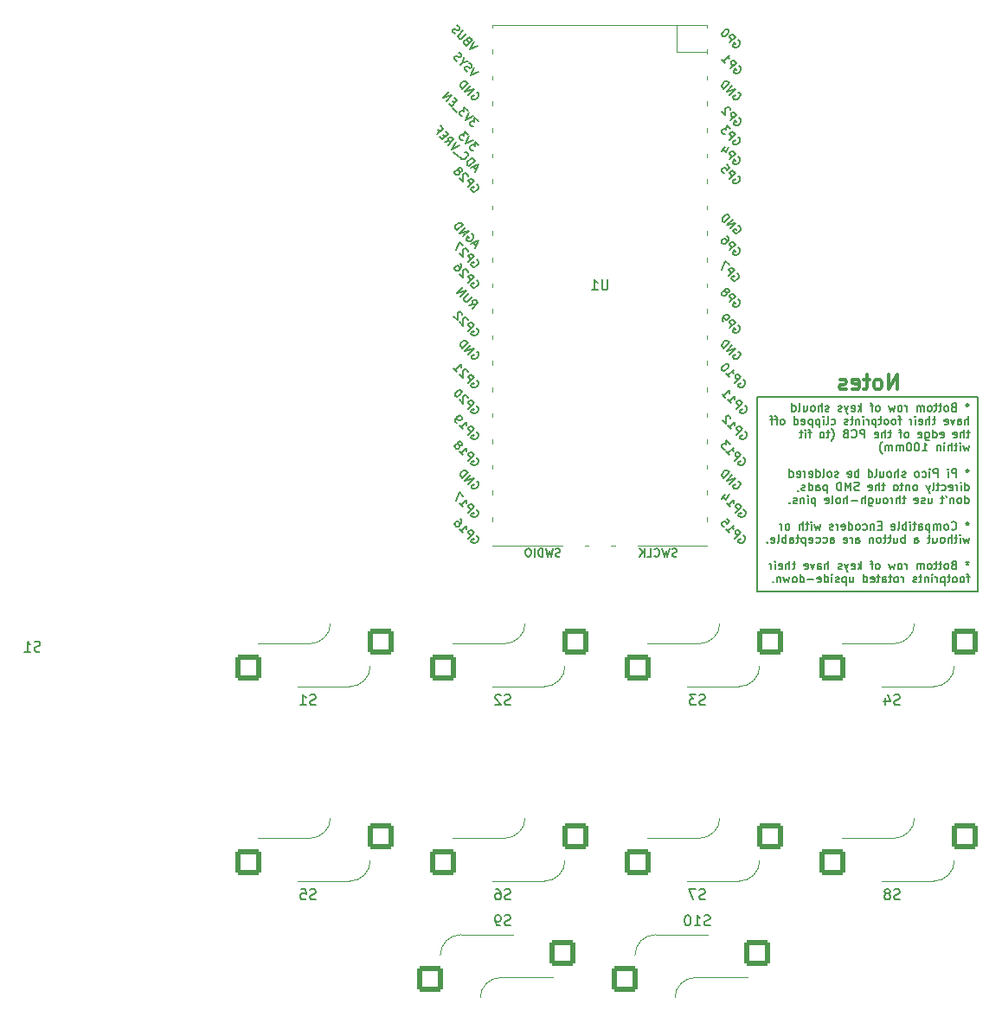
<source format=gbo>
%TF.GenerationSoftware,KiCad,Pcbnew,8.0.4*%
%TF.CreationDate,2024-09-06T01:45:46+10:00*%
%TF.ProjectId,PCB,5043422e-6b69-4636-9164-5f7063625858,rev?*%
%TF.SameCoordinates,Original*%
%TF.FileFunction,Legend,Bot*%
%TF.FilePolarity,Positive*%
%FSLAX46Y46*%
G04 Gerber Fmt 4.6, Leading zero omitted, Abs format (unit mm)*
G04 Created by KiCad (PCBNEW 8.0.4) date 2024-09-06 01:45:46*
%MOMM*%
%LPD*%
G01*
G04 APERTURE LIST*
G04 Aperture macros list*
%AMRoundRect*
0 Rectangle with rounded corners*
0 $1 Rounding radius*
0 $2 $3 $4 $5 $6 $7 $8 $9 X,Y pos of 4 corners*
0 Add a 4 corners polygon primitive as box body*
4,1,4,$2,$3,$4,$5,$6,$7,$8,$9,$2,$3,0*
0 Add four circle primitives for the rounded corners*
1,1,$1+$1,$2,$3*
1,1,$1+$1,$4,$5*
1,1,$1+$1,$6,$7*
1,1,$1+$1,$8,$9*
0 Add four rect primitives between the rounded corners*
20,1,$1+$1,$2,$3,$4,$5,0*
20,1,$1+$1,$4,$5,$6,$7,0*
20,1,$1+$1,$6,$7,$8,$9,0*
20,1,$1+$1,$8,$9,$2,$3,0*%
G04 Aperture macros list end*
%ADD10C,0.150000*%
%ADD11C,0.300000*%
%ADD12C,0.120000*%
%ADD13C,0.100000*%
%ADD14C,1.750000*%
%ADD15C,3.050000*%
%ADD16C,4.000000*%
%ADD17RoundRect,0.250000X1.025000X1.000000X-1.025000X1.000000X-1.025000X-1.000000X1.025000X-1.000000X0*%
%ADD18C,2.200000*%
%ADD19R,2.000000X2.000000*%
%ADD20C,2.000000*%
%ADD21R,2.500000X3.000000*%
%ADD22RoundRect,0.250000X-1.025000X-1.000000X1.025000X-1.000000X1.025000X1.000000X-1.025000X1.000000X0*%
%ADD23O,1.800000X1.800000*%
%ADD24O,1.500000X1.500000*%
%ADD25O,1.700000X1.700000*%
%ADD26R,3.500000X1.700000*%
%ADD27R,1.700000X1.700000*%
%ADD28R,1.700000X3.500000*%
G04 APERTURE END LIST*
D10*
X83018174Y-105677003D02*
X82875317Y-105724622D01*
X82875317Y-105724622D02*
X82637222Y-105724622D01*
X82637222Y-105724622D02*
X82541984Y-105677003D01*
X82541984Y-105677003D02*
X82494365Y-105629383D01*
X82494365Y-105629383D02*
X82446746Y-105534145D01*
X82446746Y-105534145D02*
X82446746Y-105438907D01*
X82446746Y-105438907D02*
X82494365Y-105343669D01*
X82494365Y-105343669D02*
X82541984Y-105296050D01*
X82541984Y-105296050D02*
X82637222Y-105248431D01*
X82637222Y-105248431D02*
X82827698Y-105200812D01*
X82827698Y-105200812D02*
X82922936Y-105153193D01*
X82922936Y-105153193D02*
X82970555Y-105105574D01*
X82970555Y-105105574D02*
X83018174Y-105010336D01*
X83018174Y-105010336D02*
X83018174Y-104915098D01*
X83018174Y-104915098D02*
X82970555Y-104819860D01*
X82970555Y-104819860D02*
X82922936Y-104772241D01*
X82922936Y-104772241D02*
X82827698Y-104724622D01*
X82827698Y-104724622D02*
X82589603Y-104724622D01*
X82589603Y-104724622D02*
X82446746Y-104772241D01*
X81494365Y-105724622D02*
X82065793Y-105724622D01*
X81780079Y-105724622D02*
X81780079Y-104724622D01*
X81780079Y-104724622D02*
X81875317Y-104867479D01*
X81875317Y-104867479D02*
X81970555Y-104962717D01*
X81970555Y-104962717D02*
X82065793Y-105010336D01*
X129031904Y-129947200D02*
X128889047Y-129994819D01*
X128889047Y-129994819D02*
X128650952Y-129994819D01*
X128650952Y-129994819D02*
X128555714Y-129947200D01*
X128555714Y-129947200D02*
X128508095Y-129899580D01*
X128508095Y-129899580D02*
X128460476Y-129804342D01*
X128460476Y-129804342D02*
X128460476Y-129709104D01*
X128460476Y-129709104D02*
X128508095Y-129613866D01*
X128508095Y-129613866D02*
X128555714Y-129566247D01*
X128555714Y-129566247D02*
X128650952Y-129518628D01*
X128650952Y-129518628D02*
X128841428Y-129471009D01*
X128841428Y-129471009D02*
X128936666Y-129423390D01*
X128936666Y-129423390D02*
X128984285Y-129375771D01*
X128984285Y-129375771D02*
X129031904Y-129280533D01*
X129031904Y-129280533D02*
X129031904Y-129185295D01*
X129031904Y-129185295D02*
X128984285Y-129090057D01*
X128984285Y-129090057D02*
X128936666Y-129042438D01*
X128936666Y-129042438D02*
X128841428Y-128994819D01*
X128841428Y-128994819D02*
X128603333Y-128994819D01*
X128603333Y-128994819D02*
X128460476Y-129042438D01*
X127603333Y-128994819D02*
X127793809Y-128994819D01*
X127793809Y-128994819D02*
X127889047Y-129042438D01*
X127889047Y-129042438D02*
X127936666Y-129090057D01*
X127936666Y-129090057D02*
X128031904Y-129232914D01*
X128031904Y-129232914D02*
X128079523Y-129423390D01*
X128079523Y-129423390D02*
X128079523Y-129804342D01*
X128079523Y-129804342D02*
X128031904Y-129899580D01*
X128031904Y-129899580D02*
X127984285Y-129947200D01*
X127984285Y-129947200D02*
X127889047Y-129994819D01*
X127889047Y-129994819D02*
X127698571Y-129994819D01*
X127698571Y-129994819D02*
X127603333Y-129947200D01*
X127603333Y-129947200D02*
X127555714Y-129899580D01*
X127555714Y-129899580D02*
X127508095Y-129804342D01*
X127508095Y-129804342D02*
X127508095Y-129566247D01*
X127508095Y-129566247D02*
X127555714Y-129471009D01*
X127555714Y-129471009D02*
X127603333Y-129423390D01*
X127603333Y-129423390D02*
X127698571Y-129375771D01*
X127698571Y-129375771D02*
X127889047Y-129375771D01*
X127889047Y-129375771D02*
X127984285Y-129423390D01*
X127984285Y-129423390D02*
X128031904Y-129471009D01*
X128031904Y-129471009D02*
X128079523Y-129566247D01*
X148081904Y-110897200D02*
X147939047Y-110944819D01*
X147939047Y-110944819D02*
X147700952Y-110944819D01*
X147700952Y-110944819D02*
X147605714Y-110897200D01*
X147605714Y-110897200D02*
X147558095Y-110849580D01*
X147558095Y-110849580D02*
X147510476Y-110754342D01*
X147510476Y-110754342D02*
X147510476Y-110659104D01*
X147510476Y-110659104D02*
X147558095Y-110563866D01*
X147558095Y-110563866D02*
X147605714Y-110516247D01*
X147605714Y-110516247D02*
X147700952Y-110468628D01*
X147700952Y-110468628D02*
X147891428Y-110421009D01*
X147891428Y-110421009D02*
X147986666Y-110373390D01*
X147986666Y-110373390D02*
X148034285Y-110325771D01*
X148034285Y-110325771D02*
X148081904Y-110230533D01*
X148081904Y-110230533D02*
X148081904Y-110135295D01*
X148081904Y-110135295D02*
X148034285Y-110040057D01*
X148034285Y-110040057D02*
X147986666Y-109992438D01*
X147986666Y-109992438D02*
X147891428Y-109944819D01*
X147891428Y-109944819D02*
X147653333Y-109944819D01*
X147653333Y-109944819D02*
X147510476Y-109992438D01*
X147177142Y-109944819D02*
X146558095Y-109944819D01*
X146558095Y-109944819D02*
X146891428Y-110325771D01*
X146891428Y-110325771D02*
X146748571Y-110325771D01*
X146748571Y-110325771D02*
X146653333Y-110373390D01*
X146653333Y-110373390D02*
X146605714Y-110421009D01*
X146605714Y-110421009D02*
X146558095Y-110516247D01*
X146558095Y-110516247D02*
X146558095Y-110754342D01*
X146558095Y-110754342D02*
X146605714Y-110849580D01*
X146605714Y-110849580D02*
X146653333Y-110897200D01*
X146653333Y-110897200D02*
X146748571Y-110944819D01*
X146748571Y-110944819D02*
X147034285Y-110944819D01*
X147034285Y-110944819D02*
X147129523Y-110897200D01*
X147129523Y-110897200D02*
X147177142Y-110849580D01*
X167131904Y-129947200D02*
X166989047Y-129994819D01*
X166989047Y-129994819D02*
X166750952Y-129994819D01*
X166750952Y-129994819D02*
X166655714Y-129947200D01*
X166655714Y-129947200D02*
X166608095Y-129899580D01*
X166608095Y-129899580D02*
X166560476Y-129804342D01*
X166560476Y-129804342D02*
X166560476Y-129709104D01*
X166560476Y-129709104D02*
X166608095Y-129613866D01*
X166608095Y-129613866D02*
X166655714Y-129566247D01*
X166655714Y-129566247D02*
X166750952Y-129518628D01*
X166750952Y-129518628D02*
X166941428Y-129471009D01*
X166941428Y-129471009D02*
X167036666Y-129423390D01*
X167036666Y-129423390D02*
X167084285Y-129375771D01*
X167084285Y-129375771D02*
X167131904Y-129280533D01*
X167131904Y-129280533D02*
X167131904Y-129185295D01*
X167131904Y-129185295D02*
X167084285Y-129090057D01*
X167084285Y-129090057D02*
X167036666Y-129042438D01*
X167036666Y-129042438D02*
X166941428Y-128994819D01*
X166941428Y-128994819D02*
X166703333Y-128994819D01*
X166703333Y-128994819D02*
X166560476Y-129042438D01*
X165989047Y-129423390D02*
X166084285Y-129375771D01*
X166084285Y-129375771D02*
X166131904Y-129328152D01*
X166131904Y-129328152D02*
X166179523Y-129232914D01*
X166179523Y-129232914D02*
X166179523Y-129185295D01*
X166179523Y-129185295D02*
X166131904Y-129090057D01*
X166131904Y-129090057D02*
X166084285Y-129042438D01*
X166084285Y-129042438D02*
X165989047Y-128994819D01*
X165989047Y-128994819D02*
X165798571Y-128994819D01*
X165798571Y-128994819D02*
X165703333Y-129042438D01*
X165703333Y-129042438D02*
X165655714Y-129090057D01*
X165655714Y-129090057D02*
X165608095Y-129185295D01*
X165608095Y-129185295D02*
X165608095Y-129232914D01*
X165608095Y-129232914D02*
X165655714Y-129328152D01*
X165655714Y-129328152D02*
X165703333Y-129375771D01*
X165703333Y-129375771D02*
X165798571Y-129423390D01*
X165798571Y-129423390D02*
X165989047Y-129423390D01*
X165989047Y-129423390D02*
X166084285Y-129471009D01*
X166084285Y-129471009D02*
X166131904Y-129518628D01*
X166131904Y-129518628D02*
X166179523Y-129613866D01*
X166179523Y-129613866D02*
X166179523Y-129804342D01*
X166179523Y-129804342D02*
X166131904Y-129899580D01*
X166131904Y-129899580D02*
X166084285Y-129947200D01*
X166084285Y-129947200D02*
X165989047Y-129994819D01*
X165989047Y-129994819D02*
X165798571Y-129994819D01*
X165798571Y-129994819D02*
X165703333Y-129947200D01*
X165703333Y-129947200D02*
X165655714Y-129899580D01*
X165655714Y-129899580D02*
X165608095Y-129804342D01*
X165608095Y-129804342D02*
X165608095Y-129613866D01*
X165608095Y-129613866D02*
X165655714Y-129518628D01*
X165655714Y-129518628D02*
X165703333Y-129471009D01*
X165703333Y-129471009D02*
X165798571Y-129423390D01*
X148558094Y-132487200D02*
X148415237Y-132534819D01*
X148415237Y-132534819D02*
X148177142Y-132534819D01*
X148177142Y-132534819D02*
X148081904Y-132487200D01*
X148081904Y-132487200D02*
X148034285Y-132439580D01*
X148034285Y-132439580D02*
X147986666Y-132344342D01*
X147986666Y-132344342D02*
X147986666Y-132249104D01*
X147986666Y-132249104D02*
X148034285Y-132153866D01*
X148034285Y-132153866D02*
X148081904Y-132106247D01*
X148081904Y-132106247D02*
X148177142Y-132058628D01*
X148177142Y-132058628D02*
X148367618Y-132011009D01*
X148367618Y-132011009D02*
X148462856Y-131963390D01*
X148462856Y-131963390D02*
X148510475Y-131915771D01*
X148510475Y-131915771D02*
X148558094Y-131820533D01*
X148558094Y-131820533D02*
X148558094Y-131725295D01*
X148558094Y-131725295D02*
X148510475Y-131630057D01*
X148510475Y-131630057D02*
X148462856Y-131582438D01*
X148462856Y-131582438D02*
X148367618Y-131534819D01*
X148367618Y-131534819D02*
X148129523Y-131534819D01*
X148129523Y-131534819D02*
X147986666Y-131582438D01*
X147034285Y-132534819D02*
X147605713Y-132534819D01*
X147319999Y-132534819D02*
X147319999Y-131534819D01*
X147319999Y-131534819D02*
X147415237Y-131677676D01*
X147415237Y-131677676D02*
X147510475Y-131772914D01*
X147510475Y-131772914D02*
X147605713Y-131820533D01*
X146415237Y-131534819D02*
X146319999Y-131534819D01*
X146319999Y-131534819D02*
X146224761Y-131582438D01*
X146224761Y-131582438D02*
X146177142Y-131630057D01*
X146177142Y-131630057D02*
X146129523Y-131725295D01*
X146129523Y-131725295D02*
X146081904Y-131915771D01*
X146081904Y-131915771D02*
X146081904Y-132153866D01*
X146081904Y-132153866D02*
X146129523Y-132344342D01*
X146129523Y-132344342D02*
X146177142Y-132439580D01*
X146177142Y-132439580D02*
X146224761Y-132487200D01*
X146224761Y-132487200D02*
X146319999Y-132534819D01*
X146319999Y-132534819D02*
X146415237Y-132534819D01*
X146415237Y-132534819D02*
X146510475Y-132487200D01*
X146510475Y-132487200D02*
X146558094Y-132439580D01*
X146558094Y-132439580D02*
X146605713Y-132344342D01*
X146605713Y-132344342D02*
X146653332Y-132153866D01*
X146653332Y-132153866D02*
X146653332Y-131915771D01*
X146653332Y-131915771D02*
X146605713Y-131725295D01*
X146605713Y-131725295D02*
X146558094Y-131630057D01*
X146558094Y-131630057D02*
X146510475Y-131582438D01*
X146510475Y-131582438D02*
X146415237Y-131534819D01*
X167131904Y-110897200D02*
X166989047Y-110944819D01*
X166989047Y-110944819D02*
X166750952Y-110944819D01*
X166750952Y-110944819D02*
X166655714Y-110897200D01*
X166655714Y-110897200D02*
X166608095Y-110849580D01*
X166608095Y-110849580D02*
X166560476Y-110754342D01*
X166560476Y-110754342D02*
X166560476Y-110659104D01*
X166560476Y-110659104D02*
X166608095Y-110563866D01*
X166608095Y-110563866D02*
X166655714Y-110516247D01*
X166655714Y-110516247D02*
X166750952Y-110468628D01*
X166750952Y-110468628D02*
X166941428Y-110421009D01*
X166941428Y-110421009D02*
X167036666Y-110373390D01*
X167036666Y-110373390D02*
X167084285Y-110325771D01*
X167084285Y-110325771D02*
X167131904Y-110230533D01*
X167131904Y-110230533D02*
X167131904Y-110135295D01*
X167131904Y-110135295D02*
X167084285Y-110040057D01*
X167084285Y-110040057D02*
X167036666Y-109992438D01*
X167036666Y-109992438D02*
X166941428Y-109944819D01*
X166941428Y-109944819D02*
X166703333Y-109944819D01*
X166703333Y-109944819D02*
X166560476Y-109992438D01*
X165703333Y-110278152D02*
X165703333Y-110944819D01*
X165941428Y-109897200D02*
X166179523Y-110611485D01*
X166179523Y-110611485D02*
X165560476Y-110611485D01*
X109981904Y-110897200D02*
X109839047Y-110944819D01*
X109839047Y-110944819D02*
X109600952Y-110944819D01*
X109600952Y-110944819D02*
X109505714Y-110897200D01*
X109505714Y-110897200D02*
X109458095Y-110849580D01*
X109458095Y-110849580D02*
X109410476Y-110754342D01*
X109410476Y-110754342D02*
X109410476Y-110659104D01*
X109410476Y-110659104D02*
X109458095Y-110563866D01*
X109458095Y-110563866D02*
X109505714Y-110516247D01*
X109505714Y-110516247D02*
X109600952Y-110468628D01*
X109600952Y-110468628D02*
X109791428Y-110421009D01*
X109791428Y-110421009D02*
X109886666Y-110373390D01*
X109886666Y-110373390D02*
X109934285Y-110325771D01*
X109934285Y-110325771D02*
X109981904Y-110230533D01*
X109981904Y-110230533D02*
X109981904Y-110135295D01*
X109981904Y-110135295D02*
X109934285Y-110040057D01*
X109934285Y-110040057D02*
X109886666Y-109992438D01*
X109886666Y-109992438D02*
X109791428Y-109944819D01*
X109791428Y-109944819D02*
X109553333Y-109944819D01*
X109553333Y-109944819D02*
X109410476Y-109992438D01*
X108458095Y-110944819D02*
X109029523Y-110944819D01*
X108743809Y-110944819D02*
X108743809Y-109944819D01*
X108743809Y-109944819D02*
X108839047Y-110087676D01*
X108839047Y-110087676D02*
X108934285Y-110182914D01*
X108934285Y-110182914D02*
X109029523Y-110230533D01*
D11*
X166869714Y-80064828D02*
X166869714Y-78564828D01*
X166869714Y-78564828D02*
X166012571Y-80064828D01*
X166012571Y-80064828D02*
X166012571Y-78564828D01*
X165083999Y-80064828D02*
X165226856Y-79993400D01*
X165226856Y-79993400D02*
X165298285Y-79921971D01*
X165298285Y-79921971D02*
X165369713Y-79779114D01*
X165369713Y-79779114D02*
X165369713Y-79350542D01*
X165369713Y-79350542D02*
X165298285Y-79207685D01*
X165298285Y-79207685D02*
X165226856Y-79136257D01*
X165226856Y-79136257D02*
X165083999Y-79064828D01*
X165083999Y-79064828D02*
X164869713Y-79064828D01*
X164869713Y-79064828D02*
X164726856Y-79136257D01*
X164726856Y-79136257D02*
X164655428Y-79207685D01*
X164655428Y-79207685D02*
X164583999Y-79350542D01*
X164583999Y-79350542D02*
X164583999Y-79779114D01*
X164583999Y-79779114D02*
X164655428Y-79921971D01*
X164655428Y-79921971D02*
X164726856Y-79993400D01*
X164726856Y-79993400D02*
X164869713Y-80064828D01*
X164869713Y-80064828D02*
X165083999Y-80064828D01*
X164155427Y-79064828D02*
X163583999Y-79064828D01*
X163941142Y-78564828D02*
X163941142Y-79850542D01*
X163941142Y-79850542D02*
X163869713Y-79993400D01*
X163869713Y-79993400D02*
X163726856Y-80064828D01*
X163726856Y-80064828D02*
X163583999Y-80064828D01*
X162512570Y-79993400D02*
X162655427Y-80064828D01*
X162655427Y-80064828D02*
X162941142Y-80064828D01*
X162941142Y-80064828D02*
X163083999Y-79993400D01*
X163083999Y-79993400D02*
X163155427Y-79850542D01*
X163155427Y-79850542D02*
X163155427Y-79279114D01*
X163155427Y-79279114D02*
X163083999Y-79136257D01*
X163083999Y-79136257D02*
X162941142Y-79064828D01*
X162941142Y-79064828D02*
X162655427Y-79064828D01*
X162655427Y-79064828D02*
X162512570Y-79136257D01*
X162512570Y-79136257D02*
X162441142Y-79279114D01*
X162441142Y-79279114D02*
X162441142Y-79421971D01*
X162441142Y-79421971D02*
X163155427Y-79564828D01*
X161869713Y-79993400D02*
X161726856Y-80064828D01*
X161726856Y-80064828D02*
X161441142Y-80064828D01*
X161441142Y-80064828D02*
X161298285Y-79993400D01*
X161298285Y-79993400D02*
X161226856Y-79850542D01*
X161226856Y-79850542D02*
X161226856Y-79779114D01*
X161226856Y-79779114D02*
X161298285Y-79636257D01*
X161298285Y-79636257D02*
X161441142Y-79564828D01*
X161441142Y-79564828D02*
X161655428Y-79564828D01*
X161655428Y-79564828D02*
X161798285Y-79493400D01*
X161798285Y-79493400D02*
X161869713Y-79350542D01*
X161869713Y-79350542D02*
X161869713Y-79279114D01*
X161869713Y-79279114D02*
X161798285Y-79136257D01*
X161798285Y-79136257D02*
X161655428Y-79064828D01*
X161655428Y-79064828D02*
X161441142Y-79064828D01*
X161441142Y-79064828D02*
X161298285Y-79136257D01*
D10*
X129031904Y-110897200D02*
X128889047Y-110944819D01*
X128889047Y-110944819D02*
X128650952Y-110944819D01*
X128650952Y-110944819D02*
X128555714Y-110897200D01*
X128555714Y-110897200D02*
X128508095Y-110849580D01*
X128508095Y-110849580D02*
X128460476Y-110754342D01*
X128460476Y-110754342D02*
X128460476Y-110659104D01*
X128460476Y-110659104D02*
X128508095Y-110563866D01*
X128508095Y-110563866D02*
X128555714Y-110516247D01*
X128555714Y-110516247D02*
X128650952Y-110468628D01*
X128650952Y-110468628D02*
X128841428Y-110421009D01*
X128841428Y-110421009D02*
X128936666Y-110373390D01*
X128936666Y-110373390D02*
X128984285Y-110325771D01*
X128984285Y-110325771D02*
X129031904Y-110230533D01*
X129031904Y-110230533D02*
X129031904Y-110135295D01*
X129031904Y-110135295D02*
X128984285Y-110040057D01*
X128984285Y-110040057D02*
X128936666Y-109992438D01*
X128936666Y-109992438D02*
X128841428Y-109944819D01*
X128841428Y-109944819D02*
X128603333Y-109944819D01*
X128603333Y-109944819D02*
X128460476Y-109992438D01*
X128079523Y-110040057D02*
X128031904Y-109992438D01*
X128031904Y-109992438D02*
X127936666Y-109944819D01*
X127936666Y-109944819D02*
X127698571Y-109944819D01*
X127698571Y-109944819D02*
X127603333Y-109992438D01*
X127603333Y-109992438D02*
X127555714Y-110040057D01*
X127555714Y-110040057D02*
X127508095Y-110135295D01*
X127508095Y-110135295D02*
X127508095Y-110230533D01*
X127508095Y-110230533D02*
X127555714Y-110373390D01*
X127555714Y-110373390D02*
X128127142Y-110944819D01*
X128127142Y-110944819D02*
X127508095Y-110944819D01*
X129031904Y-132487200D02*
X128889047Y-132534819D01*
X128889047Y-132534819D02*
X128650952Y-132534819D01*
X128650952Y-132534819D02*
X128555714Y-132487200D01*
X128555714Y-132487200D02*
X128508095Y-132439580D01*
X128508095Y-132439580D02*
X128460476Y-132344342D01*
X128460476Y-132344342D02*
X128460476Y-132249104D01*
X128460476Y-132249104D02*
X128508095Y-132153866D01*
X128508095Y-132153866D02*
X128555714Y-132106247D01*
X128555714Y-132106247D02*
X128650952Y-132058628D01*
X128650952Y-132058628D02*
X128841428Y-132011009D01*
X128841428Y-132011009D02*
X128936666Y-131963390D01*
X128936666Y-131963390D02*
X128984285Y-131915771D01*
X128984285Y-131915771D02*
X129031904Y-131820533D01*
X129031904Y-131820533D02*
X129031904Y-131725295D01*
X129031904Y-131725295D02*
X128984285Y-131630057D01*
X128984285Y-131630057D02*
X128936666Y-131582438D01*
X128936666Y-131582438D02*
X128841428Y-131534819D01*
X128841428Y-131534819D02*
X128603333Y-131534819D01*
X128603333Y-131534819D02*
X128460476Y-131582438D01*
X127984285Y-132534819D02*
X127793809Y-132534819D01*
X127793809Y-132534819D02*
X127698571Y-132487200D01*
X127698571Y-132487200D02*
X127650952Y-132439580D01*
X127650952Y-132439580D02*
X127555714Y-132296723D01*
X127555714Y-132296723D02*
X127508095Y-132106247D01*
X127508095Y-132106247D02*
X127508095Y-131725295D01*
X127508095Y-131725295D02*
X127555714Y-131630057D01*
X127555714Y-131630057D02*
X127603333Y-131582438D01*
X127603333Y-131582438D02*
X127698571Y-131534819D01*
X127698571Y-131534819D02*
X127889047Y-131534819D01*
X127889047Y-131534819D02*
X127984285Y-131582438D01*
X127984285Y-131582438D02*
X128031904Y-131630057D01*
X128031904Y-131630057D02*
X128079523Y-131725295D01*
X128079523Y-131725295D02*
X128079523Y-131963390D01*
X128079523Y-131963390D02*
X128031904Y-132058628D01*
X128031904Y-132058628D02*
X127984285Y-132106247D01*
X127984285Y-132106247D02*
X127889047Y-132153866D01*
X127889047Y-132153866D02*
X127698571Y-132153866D01*
X127698571Y-132153866D02*
X127603333Y-132106247D01*
X127603333Y-132106247D02*
X127555714Y-132058628D01*
X127555714Y-132058628D02*
X127508095Y-131963390D01*
X109981904Y-129947200D02*
X109839047Y-129994819D01*
X109839047Y-129994819D02*
X109600952Y-129994819D01*
X109600952Y-129994819D02*
X109505714Y-129947200D01*
X109505714Y-129947200D02*
X109458095Y-129899580D01*
X109458095Y-129899580D02*
X109410476Y-129804342D01*
X109410476Y-129804342D02*
X109410476Y-129709104D01*
X109410476Y-129709104D02*
X109458095Y-129613866D01*
X109458095Y-129613866D02*
X109505714Y-129566247D01*
X109505714Y-129566247D02*
X109600952Y-129518628D01*
X109600952Y-129518628D02*
X109791428Y-129471009D01*
X109791428Y-129471009D02*
X109886666Y-129423390D01*
X109886666Y-129423390D02*
X109934285Y-129375771D01*
X109934285Y-129375771D02*
X109981904Y-129280533D01*
X109981904Y-129280533D02*
X109981904Y-129185295D01*
X109981904Y-129185295D02*
X109934285Y-129090057D01*
X109934285Y-129090057D02*
X109886666Y-129042438D01*
X109886666Y-129042438D02*
X109791428Y-128994819D01*
X109791428Y-128994819D02*
X109553333Y-128994819D01*
X109553333Y-128994819D02*
X109410476Y-129042438D01*
X108505714Y-128994819D02*
X108981904Y-128994819D01*
X108981904Y-128994819D02*
X109029523Y-129471009D01*
X109029523Y-129471009D02*
X108981904Y-129423390D01*
X108981904Y-129423390D02*
X108886666Y-129375771D01*
X108886666Y-129375771D02*
X108648571Y-129375771D01*
X108648571Y-129375771D02*
X108553333Y-129423390D01*
X108553333Y-129423390D02*
X108505714Y-129471009D01*
X108505714Y-129471009D02*
X108458095Y-129566247D01*
X108458095Y-129566247D02*
X108458095Y-129804342D01*
X108458095Y-129804342D02*
X108505714Y-129899580D01*
X108505714Y-129899580D02*
X108553333Y-129947200D01*
X108553333Y-129947200D02*
X108648571Y-129994819D01*
X108648571Y-129994819D02*
X108886666Y-129994819D01*
X108886666Y-129994819D02*
X108981904Y-129947200D01*
X108981904Y-129947200D02*
X109029523Y-129899580D01*
X148081904Y-129947200D02*
X147939047Y-129994819D01*
X147939047Y-129994819D02*
X147700952Y-129994819D01*
X147700952Y-129994819D02*
X147605714Y-129947200D01*
X147605714Y-129947200D02*
X147558095Y-129899580D01*
X147558095Y-129899580D02*
X147510476Y-129804342D01*
X147510476Y-129804342D02*
X147510476Y-129709104D01*
X147510476Y-129709104D02*
X147558095Y-129613866D01*
X147558095Y-129613866D02*
X147605714Y-129566247D01*
X147605714Y-129566247D02*
X147700952Y-129518628D01*
X147700952Y-129518628D02*
X147891428Y-129471009D01*
X147891428Y-129471009D02*
X147986666Y-129423390D01*
X147986666Y-129423390D02*
X148034285Y-129375771D01*
X148034285Y-129375771D02*
X148081904Y-129280533D01*
X148081904Y-129280533D02*
X148081904Y-129185295D01*
X148081904Y-129185295D02*
X148034285Y-129090057D01*
X148034285Y-129090057D02*
X147986666Y-129042438D01*
X147986666Y-129042438D02*
X147891428Y-128994819D01*
X147891428Y-128994819D02*
X147653333Y-128994819D01*
X147653333Y-128994819D02*
X147510476Y-129042438D01*
X147177142Y-128994819D02*
X146510476Y-128994819D01*
X146510476Y-128994819D02*
X146939047Y-129994819D01*
X173747554Y-81402295D02*
X173747554Y-81592771D01*
X173938030Y-81516580D02*
X173747554Y-81592771D01*
X173747554Y-81592771D02*
X173557077Y-81516580D01*
X173861839Y-81745152D02*
X173747554Y-81592771D01*
X173747554Y-81592771D02*
X173633268Y-81745152D01*
X172376125Y-81783247D02*
X172261839Y-81821342D01*
X172261839Y-81821342D02*
X172223744Y-81859438D01*
X172223744Y-81859438D02*
X172185648Y-81935628D01*
X172185648Y-81935628D02*
X172185648Y-82049914D01*
X172185648Y-82049914D02*
X172223744Y-82126104D01*
X172223744Y-82126104D02*
X172261839Y-82164200D01*
X172261839Y-82164200D02*
X172338029Y-82202295D01*
X172338029Y-82202295D02*
X172642791Y-82202295D01*
X172642791Y-82202295D02*
X172642791Y-81402295D01*
X172642791Y-81402295D02*
X172376125Y-81402295D01*
X172376125Y-81402295D02*
X172299934Y-81440390D01*
X172299934Y-81440390D02*
X172261839Y-81478485D01*
X172261839Y-81478485D02*
X172223744Y-81554676D01*
X172223744Y-81554676D02*
X172223744Y-81630866D01*
X172223744Y-81630866D02*
X172261839Y-81707057D01*
X172261839Y-81707057D02*
X172299934Y-81745152D01*
X172299934Y-81745152D02*
X172376125Y-81783247D01*
X172376125Y-81783247D02*
X172642791Y-81783247D01*
X171728506Y-82202295D02*
X171804696Y-82164200D01*
X171804696Y-82164200D02*
X171842791Y-82126104D01*
X171842791Y-82126104D02*
X171880887Y-82049914D01*
X171880887Y-82049914D02*
X171880887Y-81821342D01*
X171880887Y-81821342D02*
X171842791Y-81745152D01*
X171842791Y-81745152D02*
X171804696Y-81707057D01*
X171804696Y-81707057D02*
X171728506Y-81668961D01*
X171728506Y-81668961D02*
X171614220Y-81668961D01*
X171614220Y-81668961D02*
X171538029Y-81707057D01*
X171538029Y-81707057D02*
X171499934Y-81745152D01*
X171499934Y-81745152D02*
X171461839Y-81821342D01*
X171461839Y-81821342D02*
X171461839Y-82049914D01*
X171461839Y-82049914D02*
X171499934Y-82126104D01*
X171499934Y-82126104D02*
X171538029Y-82164200D01*
X171538029Y-82164200D02*
X171614220Y-82202295D01*
X171614220Y-82202295D02*
X171728506Y-82202295D01*
X171233267Y-81668961D02*
X170928505Y-81668961D01*
X171118981Y-81402295D02*
X171118981Y-82088009D01*
X171118981Y-82088009D02*
X171080886Y-82164200D01*
X171080886Y-82164200D02*
X171004696Y-82202295D01*
X171004696Y-82202295D02*
X170928505Y-82202295D01*
X170776124Y-81668961D02*
X170471362Y-81668961D01*
X170661838Y-81402295D02*
X170661838Y-82088009D01*
X170661838Y-82088009D02*
X170623743Y-82164200D01*
X170623743Y-82164200D02*
X170547553Y-82202295D01*
X170547553Y-82202295D02*
X170471362Y-82202295D01*
X170090410Y-82202295D02*
X170166600Y-82164200D01*
X170166600Y-82164200D02*
X170204695Y-82126104D01*
X170204695Y-82126104D02*
X170242791Y-82049914D01*
X170242791Y-82049914D02*
X170242791Y-81821342D01*
X170242791Y-81821342D02*
X170204695Y-81745152D01*
X170204695Y-81745152D02*
X170166600Y-81707057D01*
X170166600Y-81707057D02*
X170090410Y-81668961D01*
X170090410Y-81668961D02*
X169976124Y-81668961D01*
X169976124Y-81668961D02*
X169899933Y-81707057D01*
X169899933Y-81707057D02*
X169861838Y-81745152D01*
X169861838Y-81745152D02*
X169823743Y-81821342D01*
X169823743Y-81821342D02*
X169823743Y-82049914D01*
X169823743Y-82049914D02*
X169861838Y-82126104D01*
X169861838Y-82126104D02*
X169899933Y-82164200D01*
X169899933Y-82164200D02*
X169976124Y-82202295D01*
X169976124Y-82202295D02*
X170090410Y-82202295D01*
X169480885Y-82202295D02*
X169480885Y-81668961D01*
X169480885Y-81745152D02*
X169442790Y-81707057D01*
X169442790Y-81707057D02*
X169366600Y-81668961D01*
X169366600Y-81668961D02*
X169252314Y-81668961D01*
X169252314Y-81668961D02*
X169176123Y-81707057D01*
X169176123Y-81707057D02*
X169138028Y-81783247D01*
X169138028Y-81783247D02*
X169138028Y-82202295D01*
X169138028Y-81783247D02*
X169099933Y-81707057D01*
X169099933Y-81707057D02*
X169023742Y-81668961D01*
X169023742Y-81668961D02*
X168909457Y-81668961D01*
X168909457Y-81668961D02*
X168833266Y-81707057D01*
X168833266Y-81707057D02*
X168795171Y-81783247D01*
X168795171Y-81783247D02*
X168795171Y-82202295D01*
X167804694Y-82202295D02*
X167804694Y-81668961D01*
X167804694Y-81821342D02*
X167766599Y-81745152D01*
X167766599Y-81745152D02*
X167728504Y-81707057D01*
X167728504Y-81707057D02*
X167652313Y-81668961D01*
X167652313Y-81668961D02*
X167576123Y-81668961D01*
X167195171Y-82202295D02*
X167271361Y-82164200D01*
X167271361Y-82164200D02*
X167309456Y-82126104D01*
X167309456Y-82126104D02*
X167347552Y-82049914D01*
X167347552Y-82049914D02*
X167347552Y-81821342D01*
X167347552Y-81821342D02*
X167309456Y-81745152D01*
X167309456Y-81745152D02*
X167271361Y-81707057D01*
X167271361Y-81707057D02*
X167195171Y-81668961D01*
X167195171Y-81668961D02*
X167080885Y-81668961D01*
X167080885Y-81668961D02*
X167004694Y-81707057D01*
X167004694Y-81707057D02*
X166966599Y-81745152D01*
X166966599Y-81745152D02*
X166928504Y-81821342D01*
X166928504Y-81821342D02*
X166928504Y-82049914D01*
X166928504Y-82049914D02*
X166966599Y-82126104D01*
X166966599Y-82126104D02*
X167004694Y-82164200D01*
X167004694Y-82164200D02*
X167080885Y-82202295D01*
X167080885Y-82202295D02*
X167195171Y-82202295D01*
X166661837Y-81668961D02*
X166509456Y-82202295D01*
X166509456Y-82202295D02*
X166357075Y-81821342D01*
X166357075Y-81821342D02*
X166204694Y-82202295D01*
X166204694Y-82202295D02*
X166052313Y-81668961D01*
X165023742Y-82202295D02*
X165099932Y-82164200D01*
X165099932Y-82164200D02*
X165138027Y-82126104D01*
X165138027Y-82126104D02*
X165176123Y-82049914D01*
X165176123Y-82049914D02*
X165176123Y-81821342D01*
X165176123Y-81821342D02*
X165138027Y-81745152D01*
X165138027Y-81745152D02*
X165099932Y-81707057D01*
X165099932Y-81707057D02*
X165023742Y-81668961D01*
X165023742Y-81668961D02*
X164909456Y-81668961D01*
X164909456Y-81668961D02*
X164833265Y-81707057D01*
X164833265Y-81707057D02*
X164795170Y-81745152D01*
X164795170Y-81745152D02*
X164757075Y-81821342D01*
X164757075Y-81821342D02*
X164757075Y-82049914D01*
X164757075Y-82049914D02*
X164795170Y-82126104D01*
X164795170Y-82126104D02*
X164833265Y-82164200D01*
X164833265Y-82164200D02*
X164909456Y-82202295D01*
X164909456Y-82202295D02*
X165023742Y-82202295D01*
X164528503Y-81668961D02*
X164223741Y-81668961D01*
X164414217Y-82202295D02*
X164414217Y-81516580D01*
X164414217Y-81516580D02*
X164376122Y-81440390D01*
X164376122Y-81440390D02*
X164299932Y-81402295D01*
X164299932Y-81402295D02*
X164223741Y-81402295D01*
X163347550Y-82202295D02*
X163347550Y-81402295D01*
X163271360Y-81897533D02*
X163042788Y-82202295D01*
X163042788Y-81668961D02*
X163347550Y-81973723D01*
X162395169Y-82164200D02*
X162471360Y-82202295D01*
X162471360Y-82202295D02*
X162623741Y-82202295D01*
X162623741Y-82202295D02*
X162699931Y-82164200D01*
X162699931Y-82164200D02*
X162738027Y-82088009D01*
X162738027Y-82088009D02*
X162738027Y-81783247D01*
X162738027Y-81783247D02*
X162699931Y-81707057D01*
X162699931Y-81707057D02*
X162623741Y-81668961D01*
X162623741Y-81668961D02*
X162471360Y-81668961D01*
X162471360Y-81668961D02*
X162395169Y-81707057D01*
X162395169Y-81707057D02*
X162357074Y-81783247D01*
X162357074Y-81783247D02*
X162357074Y-81859438D01*
X162357074Y-81859438D02*
X162738027Y-81935628D01*
X162090408Y-81668961D02*
X161899932Y-82202295D01*
X161709455Y-81668961D02*
X161899932Y-82202295D01*
X161899932Y-82202295D02*
X161976122Y-82392771D01*
X161976122Y-82392771D02*
X162014217Y-82430866D01*
X162014217Y-82430866D02*
X162090408Y-82468961D01*
X161442789Y-82164200D02*
X161366598Y-82202295D01*
X161366598Y-82202295D02*
X161214217Y-82202295D01*
X161214217Y-82202295D02*
X161138027Y-82164200D01*
X161138027Y-82164200D02*
X161099931Y-82088009D01*
X161099931Y-82088009D02*
X161099931Y-82049914D01*
X161099931Y-82049914D02*
X161138027Y-81973723D01*
X161138027Y-81973723D02*
X161214217Y-81935628D01*
X161214217Y-81935628D02*
X161328503Y-81935628D01*
X161328503Y-81935628D02*
X161404693Y-81897533D01*
X161404693Y-81897533D02*
X161442789Y-81821342D01*
X161442789Y-81821342D02*
X161442789Y-81783247D01*
X161442789Y-81783247D02*
X161404693Y-81707057D01*
X161404693Y-81707057D02*
X161328503Y-81668961D01*
X161328503Y-81668961D02*
X161214217Y-81668961D01*
X161214217Y-81668961D02*
X161138027Y-81707057D01*
X160185646Y-82164200D02*
X160109455Y-82202295D01*
X160109455Y-82202295D02*
X159957074Y-82202295D01*
X159957074Y-82202295D02*
X159880884Y-82164200D01*
X159880884Y-82164200D02*
X159842788Y-82088009D01*
X159842788Y-82088009D02*
X159842788Y-82049914D01*
X159842788Y-82049914D02*
X159880884Y-81973723D01*
X159880884Y-81973723D02*
X159957074Y-81935628D01*
X159957074Y-81935628D02*
X160071360Y-81935628D01*
X160071360Y-81935628D02*
X160147550Y-81897533D01*
X160147550Y-81897533D02*
X160185646Y-81821342D01*
X160185646Y-81821342D02*
X160185646Y-81783247D01*
X160185646Y-81783247D02*
X160147550Y-81707057D01*
X160147550Y-81707057D02*
X160071360Y-81668961D01*
X160071360Y-81668961D02*
X159957074Y-81668961D01*
X159957074Y-81668961D02*
X159880884Y-81707057D01*
X159499931Y-82202295D02*
X159499931Y-81402295D01*
X159157074Y-82202295D02*
X159157074Y-81783247D01*
X159157074Y-81783247D02*
X159195169Y-81707057D01*
X159195169Y-81707057D02*
X159271360Y-81668961D01*
X159271360Y-81668961D02*
X159385646Y-81668961D01*
X159385646Y-81668961D02*
X159461836Y-81707057D01*
X159461836Y-81707057D02*
X159499931Y-81745152D01*
X158661836Y-82202295D02*
X158738026Y-82164200D01*
X158738026Y-82164200D02*
X158776121Y-82126104D01*
X158776121Y-82126104D02*
X158814217Y-82049914D01*
X158814217Y-82049914D02*
X158814217Y-81821342D01*
X158814217Y-81821342D02*
X158776121Y-81745152D01*
X158776121Y-81745152D02*
X158738026Y-81707057D01*
X158738026Y-81707057D02*
X158661836Y-81668961D01*
X158661836Y-81668961D02*
X158547550Y-81668961D01*
X158547550Y-81668961D02*
X158471359Y-81707057D01*
X158471359Y-81707057D02*
X158433264Y-81745152D01*
X158433264Y-81745152D02*
X158395169Y-81821342D01*
X158395169Y-81821342D02*
X158395169Y-82049914D01*
X158395169Y-82049914D02*
X158433264Y-82126104D01*
X158433264Y-82126104D02*
X158471359Y-82164200D01*
X158471359Y-82164200D02*
X158547550Y-82202295D01*
X158547550Y-82202295D02*
X158661836Y-82202295D01*
X157709454Y-81668961D02*
X157709454Y-82202295D01*
X158052311Y-81668961D02*
X158052311Y-82088009D01*
X158052311Y-82088009D02*
X158014216Y-82164200D01*
X158014216Y-82164200D02*
X157938026Y-82202295D01*
X157938026Y-82202295D02*
X157823740Y-82202295D01*
X157823740Y-82202295D02*
X157747549Y-82164200D01*
X157747549Y-82164200D02*
X157709454Y-82126104D01*
X157214216Y-82202295D02*
X157290406Y-82164200D01*
X157290406Y-82164200D02*
X157328501Y-82088009D01*
X157328501Y-82088009D02*
X157328501Y-81402295D01*
X156566596Y-82202295D02*
X156566596Y-81402295D01*
X156566596Y-82164200D02*
X156642787Y-82202295D01*
X156642787Y-82202295D02*
X156795168Y-82202295D01*
X156795168Y-82202295D02*
X156871358Y-82164200D01*
X156871358Y-82164200D02*
X156909453Y-82126104D01*
X156909453Y-82126104D02*
X156947549Y-82049914D01*
X156947549Y-82049914D02*
X156947549Y-81821342D01*
X156947549Y-81821342D02*
X156909453Y-81745152D01*
X156909453Y-81745152D02*
X156871358Y-81707057D01*
X156871358Y-81707057D02*
X156795168Y-81668961D01*
X156795168Y-81668961D02*
X156642787Y-81668961D01*
X156642787Y-81668961D02*
X156566596Y-81707057D01*
X173861839Y-83490250D02*
X173861839Y-82690250D01*
X173518982Y-83490250D02*
X173518982Y-83071202D01*
X173518982Y-83071202D02*
X173557077Y-82995012D01*
X173557077Y-82995012D02*
X173633268Y-82956916D01*
X173633268Y-82956916D02*
X173747554Y-82956916D01*
X173747554Y-82956916D02*
X173823744Y-82995012D01*
X173823744Y-82995012D02*
X173861839Y-83033107D01*
X172795172Y-83490250D02*
X172795172Y-83071202D01*
X172795172Y-83071202D02*
X172833267Y-82995012D01*
X172833267Y-82995012D02*
X172909458Y-82956916D01*
X172909458Y-82956916D02*
X173061839Y-82956916D01*
X173061839Y-82956916D02*
X173138029Y-82995012D01*
X172795172Y-83452155D02*
X172871363Y-83490250D01*
X172871363Y-83490250D02*
X173061839Y-83490250D01*
X173061839Y-83490250D02*
X173138029Y-83452155D01*
X173138029Y-83452155D02*
X173176125Y-83375964D01*
X173176125Y-83375964D02*
X173176125Y-83299774D01*
X173176125Y-83299774D02*
X173138029Y-83223583D01*
X173138029Y-83223583D02*
X173061839Y-83185488D01*
X173061839Y-83185488D02*
X172871363Y-83185488D01*
X172871363Y-83185488D02*
X172795172Y-83147393D01*
X172490410Y-82956916D02*
X172299934Y-83490250D01*
X172299934Y-83490250D02*
X172109457Y-82956916D01*
X171499933Y-83452155D02*
X171576124Y-83490250D01*
X171576124Y-83490250D02*
X171728505Y-83490250D01*
X171728505Y-83490250D02*
X171804695Y-83452155D01*
X171804695Y-83452155D02*
X171842791Y-83375964D01*
X171842791Y-83375964D02*
X171842791Y-83071202D01*
X171842791Y-83071202D02*
X171804695Y-82995012D01*
X171804695Y-82995012D02*
X171728505Y-82956916D01*
X171728505Y-82956916D02*
X171576124Y-82956916D01*
X171576124Y-82956916D02*
X171499933Y-82995012D01*
X171499933Y-82995012D02*
X171461838Y-83071202D01*
X171461838Y-83071202D02*
X171461838Y-83147393D01*
X171461838Y-83147393D02*
X171842791Y-83223583D01*
X170623743Y-82956916D02*
X170318981Y-82956916D01*
X170509457Y-82690250D02*
X170509457Y-83375964D01*
X170509457Y-83375964D02*
X170471362Y-83452155D01*
X170471362Y-83452155D02*
X170395172Y-83490250D01*
X170395172Y-83490250D02*
X170318981Y-83490250D01*
X170052314Y-83490250D02*
X170052314Y-82690250D01*
X169709457Y-83490250D02*
X169709457Y-83071202D01*
X169709457Y-83071202D02*
X169747552Y-82995012D01*
X169747552Y-82995012D02*
X169823743Y-82956916D01*
X169823743Y-82956916D02*
X169938029Y-82956916D01*
X169938029Y-82956916D02*
X170014219Y-82995012D01*
X170014219Y-82995012D02*
X170052314Y-83033107D01*
X169023742Y-83452155D02*
X169099933Y-83490250D01*
X169099933Y-83490250D02*
X169252314Y-83490250D01*
X169252314Y-83490250D02*
X169328504Y-83452155D01*
X169328504Y-83452155D02*
X169366600Y-83375964D01*
X169366600Y-83375964D02*
X169366600Y-83071202D01*
X169366600Y-83071202D02*
X169328504Y-82995012D01*
X169328504Y-82995012D02*
X169252314Y-82956916D01*
X169252314Y-82956916D02*
X169099933Y-82956916D01*
X169099933Y-82956916D02*
X169023742Y-82995012D01*
X169023742Y-82995012D02*
X168985647Y-83071202D01*
X168985647Y-83071202D02*
X168985647Y-83147393D01*
X168985647Y-83147393D02*
X169366600Y-83223583D01*
X168642790Y-83490250D02*
X168642790Y-82956916D01*
X168642790Y-82690250D02*
X168680886Y-82728345D01*
X168680886Y-82728345D02*
X168642790Y-82766440D01*
X168642790Y-82766440D02*
X168604695Y-82728345D01*
X168604695Y-82728345D02*
X168642790Y-82690250D01*
X168642790Y-82690250D02*
X168642790Y-82766440D01*
X168261838Y-83490250D02*
X168261838Y-82956916D01*
X168261838Y-83109297D02*
X168223743Y-83033107D01*
X168223743Y-83033107D02*
X168185648Y-82995012D01*
X168185648Y-82995012D02*
X168109457Y-82956916D01*
X168109457Y-82956916D02*
X168033267Y-82956916D01*
X167271362Y-82956916D02*
X166966600Y-82956916D01*
X167157076Y-83490250D02*
X167157076Y-82804535D01*
X167157076Y-82804535D02*
X167118981Y-82728345D01*
X167118981Y-82728345D02*
X167042791Y-82690250D01*
X167042791Y-82690250D02*
X166966600Y-82690250D01*
X166585648Y-83490250D02*
X166661838Y-83452155D01*
X166661838Y-83452155D02*
X166699933Y-83414059D01*
X166699933Y-83414059D02*
X166738029Y-83337869D01*
X166738029Y-83337869D02*
X166738029Y-83109297D01*
X166738029Y-83109297D02*
X166699933Y-83033107D01*
X166699933Y-83033107D02*
X166661838Y-82995012D01*
X166661838Y-82995012D02*
X166585648Y-82956916D01*
X166585648Y-82956916D02*
X166471362Y-82956916D01*
X166471362Y-82956916D02*
X166395171Y-82995012D01*
X166395171Y-82995012D02*
X166357076Y-83033107D01*
X166357076Y-83033107D02*
X166318981Y-83109297D01*
X166318981Y-83109297D02*
X166318981Y-83337869D01*
X166318981Y-83337869D02*
X166357076Y-83414059D01*
X166357076Y-83414059D02*
X166395171Y-83452155D01*
X166395171Y-83452155D02*
X166471362Y-83490250D01*
X166471362Y-83490250D02*
X166585648Y-83490250D01*
X165861838Y-83490250D02*
X165938028Y-83452155D01*
X165938028Y-83452155D02*
X165976123Y-83414059D01*
X165976123Y-83414059D02*
X166014219Y-83337869D01*
X166014219Y-83337869D02*
X166014219Y-83109297D01*
X166014219Y-83109297D02*
X165976123Y-83033107D01*
X165976123Y-83033107D02*
X165938028Y-82995012D01*
X165938028Y-82995012D02*
X165861838Y-82956916D01*
X165861838Y-82956916D02*
X165747552Y-82956916D01*
X165747552Y-82956916D02*
X165671361Y-82995012D01*
X165671361Y-82995012D02*
X165633266Y-83033107D01*
X165633266Y-83033107D02*
X165595171Y-83109297D01*
X165595171Y-83109297D02*
X165595171Y-83337869D01*
X165595171Y-83337869D02*
X165633266Y-83414059D01*
X165633266Y-83414059D02*
X165671361Y-83452155D01*
X165671361Y-83452155D02*
X165747552Y-83490250D01*
X165747552Y-83490250D02*
X165861838Y-83490250D01*
X165366599Y-82956916D02*
X165061837Y-82956916D01*
X165252313Y-82690250D02*
X165252313Y-83375964D01*
X165252313Y-83375964D02*
X165214218Y-83452155D01*
X165214218Y-83452155D02*
X165138028Y-83490250D01*
X165138028Y-83490250D02*
X165061837Y-83490250D01*
X164795170Y-82956916D02*
X164795170Y-83756916D01*
X164795170Y-82995012D02*
X164718980Y-82956916D01*
X164718980Y-82956916D02*
X164566599Y-82956916D01*
X164566599Y-82956916D02*
X164490408Y-82995012D01*
X164490408Y-82995012D02*
X164452313Y-83033107D01*
X164452313Y-83033107D02*
X164414218Y-83109297D01*
X164414218Y-83109297D02*
X164414218Y-83337869D01*
X164414218Y-83337869D02*
X164452313Y-83414059D01*
X164452313Y-83414059D02*
X164490408Y-83452155D01*
X164490408Y-83452155D02*
X164566599Y-83490250D01*
X164566599Y-83490250D02*
X164718980Y-83490250D01*
X164718980Y-83490250D02*
X164795170Y-83452155D01*
X164071360Y-83490250D02*
X164071360Y-82956916D01*
X164071360Y-83109297D02*
X164033265Y-83033107D01*
X164033265Y-83033107D02*
X163995170Y-82995012D01*
X163995170Y-82995012D02*
X163918979Y-82956916D01*
X163918979Y-82956916D02*
X163842789Y-82956916D01*
X163576122Y-83490250D02*
X163576122Y-82956916D01*
X163576122Y-82690250D02*
X163614218Y-82728345D01*
X163614218Y-82728345D02*
X163576122Y-82766440D01*
X163576122Y-82766440D02*
X163538027Y-82728345D01*
X163538027Y-82728345D02*
X163576122Y-82690250D01*
X163576122Y-82690250D02*
X163576122Y-82766440D01*
X163195170Y-82956916D02*
X163195170Y-83490250D01*
X163195170Y-83033107D02*
X163157075Y-82995012D01*
X163157075Y-82995012D02*
X163080885Y-82956916D01*
X163080885Y-82956916D02*
X162966599Y-82956916D01*
X162966599Y-82956916D02*
X162890408Y-82995012D01*
X162890408Y-82995012D02*
X162852313Y-83071202D01*
X162852313Y-83071202D02*
X162852313Y-83490250D01*
X162585646Y-82956916D02*
X162280884Y-82956916D01*
X162471360Y-82690250D02*
X162471360Y-83375964D01*
X162471360Y-83375964D02*
X162433265Y-83452155D01*
X162433265Y-83452155D02*
X162357075Y-83490250D01*
X162357075Y-83490250D02*
X162280884Y-83490250D01*
X162052313Y-83452155D02*
X161976122Y-83490250D01*
X161976122Y-83490250D02*
X161823741Y-83490250D01*
X161823741Y-83490250D02*
X161747551Y-83452155D01*
X161747551Y-83452155D02*
X161709455Y-83375964D01*
X161709455Y-83375964D02*
X161709455Y-83337869D01*
X161709455Y-83337869D02*
X161747551Y-83261678D01*
X161747551Y-83261678D02*
X161823741Y-83223583D01*
X161823741Y-83223583D02*
X161938027Y-83223583D01*
X161938027Y-83223583D02*
X162014217Y-83185488D01*
X162014217Y-83185488D02*
X162052313Y-83109297D01*
X162052313Y-83109297D02*
X162052313Y-83071202D01*
X162052313Y-83071202D02*
X162014217Y-82995012D01*
X162014217Y-82995012D02*
X161938027Y-82956916D01*
X161938027Y-82956916D02*
X161823741Y-82956916D01*
X161823741Y-82956916D02*
X161747551Y-82995012D01*
X160414217Y-83452155D02*
X160490408Y-83490250D01*
X160490408Y-83490250D02*
X160642789Y-83490250D01*
X160642789Y-83490250D02*
X160718979Y-83452155D01*
X160718979Y-83452155D02*
X160757074Y-83414059D01*
X160757074Y-83414059D02*
X160795170Y-83337869D01*
X160795170Y-83337869D02*
X160795170Y-83109297D01*
X160795170Y-83109297D02*
X160757074Y-83033107D01*
X160757074Y-83033107D02*
X160718979Y-82995012D01*
X160718979Y-82995012D02*
X160642789Y-82956916D01*
X160642789Y-82956916D02*
X160490408Y-82956916D01*
X160490408Y-82956916D02*
X160414217Y-82995012D01*
X159957075Y-83490250D02*
X160033265Y-83452155D01*
X160033265Y-83452155D02*
X160071360Y-83375964D01*
X160071360Y-83375964D02*
X160071360Y-82690250D01*
X159652312Y-83490250D02*
X159652312Y-82956916D01*
X159652312Y-82690250D02*
X159690408Y-82728345D01*
X159690408Y-82728345D02*
X159652312Y-82766440D01*
X159652312Y-82766440D02*
X159614217Y-82728345D01*
X159614217Y-82728345D02*
X159652312Y-82690250D01*
X159652312Y-82690250D02*
X159652312Y-82766440D01*
X159271360Y-82956916D02*
X159271360Y-83756916D01*
X159271360Y-82995012D02*
X159195170Y-82956916D01*
X159195170Y-82956916D02*
X159042789Y-82956916D01*
X159042789Y-82956916D02*
X158966598Y-82995012D01*
X158966598Y-82995012D02*
X158928503Y-83033107D01*
X158928503Y-83033107D02*
X158890408Y-83109297D01*
X158890408Y-83109297D02*
X158890408Y-83337869D01*
X158890408Y-83337869D02*
X158928503Y-83414059D01*
X158928503Y-83414059D02*
X158966598Y-83452155D01*
X158966598Y-83452155D02*
X159042789Y-83490250D01*
X159042789Y-83490250D02*
X159195170Y-83490250D01*
X159195170Y-83490250D02*
X159271360Y-83452155D01*
X158547550Y-82956916D02*
X158547550Y-83756916D01*
X158547550Y-82995012D02*
X158471360Y-82956916D01*
X158471360Y-82956916D02*
X158318979Y-82956916D01*
X158318979Y-82956916D02*
X158242788Y-82995012D01*
X158242788Y-82995012D02*
X158204693Y-83033107D01*
X158204693Y-83033107D02*
X158166598Y-83109297D01*
X158166598Y-83109297D02*
X158166598Y-83337869D01*
X158166598Y-83337869D02*
X158204693Y-83414059D01*
X158204693Y-83414059D02*
X158242788Y-83452155D01*
X158242788Y-83452155D02*
X158318979Y-83490250D01*
X158318979Y-83490250D02*
X158471360Y-83490250D01*
X158471360Y-83490250D02*
X158547550Y-83452155D01*
X157518978Y-83452155D02*
X157595169Y-83490250D01*
X157595169Y-83490250D02*
X157747550Y-83490250D01*
X157747550Y-83490250D02*
X157823740Y-83452155D01*
X157823740Y-83452155D02*
X157861836Y-83375964D01*
X157861836Y-83375964D02*
X157861836Y-83071202D01*
X157861836Y-83071202D02*
X157823740Y-82995012D01*
X157823740Y-82995012D02*
X157747550Y-82956916D01*
X157747550Y-82956916D02*
X157595169Y-82956916D01*
X157595169Y-82956916D02*
X157518978Y-82995012D01*
X157518978Y-82995012D02*
X157480883Y-83071202D01*
X157480883Y-83071202D02*
X157480883Y-83147393D01*
X157480883Y-83147393D02*
X157861836Y-83223583D01*
X156795169Y-83490250D02*
X156795169Y-82690250D01*
X156795169Y-83452155D02*
X156871360Y-83490250D01*
X156871360Y-83490250D02*
X157023741Y-83490250D01*
X157023741Y-83490250D02*
X157099931Y-83452155D01*
X157099931Y-83452155D02*
X157138026Y-83414059D01*
X157138026Y-83414059D02*
X157176122Y-83337869D01*
X157176122Y-83337869D02*
X157176122Y-83109297D01*
X157176122Y-83109297D02*
X157138026Y-83033107D01*
X157138026Y-83033107D02*
X157099931Y-82995012D01*
X157099931Y-82995012D02*
X157023741Y-82956916D01*
X157023741Y-82956916D02*
X156871360Y-82956916D01*
X156871360Y-82956916D02*
X156795169Y-82995012D01*
X155690407Y-83490250D02*
X155766597Y-83452155D01*
X155766597Y-83452155D02*
X155804692Y-83414059D01*
X155804692Y-83414059D02*
X155842788Y-83337869D01*
X155842788Y-83337869D02*
X155842788Y-83109297D01*
X155842788Y-83109297D02*
X155804692Y-83033107D01*
X155804692Y-83033107D02*
X155766597Y-82995012D01*
X155766597Y-82995012D02*
X155690407Y-82956916D01*
X155690407Y-82956916D02*
X155576121Y-82956916D01*
X155576121Y-82956916D02*
X155499930Y-82995012D01*
X155499930Y-82995012D02*
X155461835Y-83033107D01*
X155461835Y-83033107D02*
X155423740Y-83109297D01*
X155423740Y-83109297D02*
X155423740Y-83337869D01*
X155423740Y-83337869D02*
X155461835Y-83414059D01*
X155461835Y-83414059D02*
X155499930Y-83452155D01*
X155499930Y-83452155D02*
X155576121Y-83490250D01*
X155576121Y-83490250D02*
X155690407Y-83490250D01*
X155195168Y-82956916D02*
X154890406Y-82956916D01*
X155080882Y-83490250D02*
X155080882Y-82804535D01*
X155080882Y-82804535D02*
X155042787Y-82728345D01*
X155042787Y-82728345D02*
X154966597Y-82690250D01*
X154966597Y-82690250D02*
X154890406Y-82690250D01*
X154738025Y-82956916D02*
X154433263Y-82956916D01*
X154623739Y-83490250D02*
X154623739Y-82804535D01*
X154623739Y-82804535D02*
X154585644Y-82728345D01*
X154585644Y-82728345D02*
X154509454Y-82690250D01*
X154509454Y-82690250D02*
X154433263Y-82690250D01*
X173976125Y-84244871D02*
X173671363Y-84244871D01*
X173861839Y-83978205D02*
X173861839Y-84663919D01*
X173861839Y-84663919D02*
X173823744Y-84740110D01*
X173823744Y-84740110D02*
X173747554Y-84778205D01*
X173747554Y-84778205D02*
X173671363Y-84778205D01*
X173404696Y-84778205D02*
X173404696Y-83978205D01*
X173061839Y-84778205D02*
X173061839Y-84359157D01*
X173061839Y-84359157D02*
X173099934Y-84282967D01*
X173099934Y-84282967D02*
X173176125Y-84244871D01*
X173176125Y-84244871D02*
X173290411Y-84244871D01*
X173290411Y-84244871D02*
X173366601Y-84282967D01*
X173366601Y-84282967D02*
X173404696Y-84321062D01*
X172376124Y-84740110D02*
X172452315Y-84778205D01*
X172452315Y-84778205D02*
X172604696Y-84778205D01*
X172604696Y-84778205D02*
X172680886Y-84740110D01*
X172680886Y-84740110D02*
X172718982Y-84663919D01*
X172718982Y-84663919D02*
X172718982Y-84359157D01*
X172718982Y-84359157D02*
X172680886Y-84282967D01*
X172680886Y-84282967D02*
X172604696Y-84244871D01*
X172604696Y-84244871D02*
X172452315Y-84244871D01*
X172452315Y-84244871D02*
X172376124Y-84282967D01*
X172376124Y-84282967D02*
X172338029Y-84359157D01*
X172338029Y-84359157D02*
X172338029Y-84435348D01*
X172338029Y-84435348D02*
X172718982Y-84511538D01*
X171080886Y-84740110D02*
X171157077Y-84778205D01*
X171157077Y-84778205D02*
X171309458Y-84778205D01*
X171309458Y-84778205D02*
X171385648Y-84740110D01*
X171385648Y-84740110D02*
X171423744Y-84663919D01*
X171423744Y-84663919D02*
X171423744Y-84359157D01*
X171423744Y-84359157D02*
X171385648Y-84282967D01*
X171385648Y-84282967D02*
X171309458Y-84244871D01*
X171309458Y-84244871D02*
X171157077Y-84244871D01*
X171157077Y-84244871D02*
X171080886Y-84282967D01*
X171080886Y-84282967D02*
X171042791Y-84359157D01*
X171042791Y-84359157D02*
X171042791Y-84435348D01*
X171042791Y-84435348D02*
X171423744Y-84511538D01*
X170357077Y-84778205D02*
X170357077Y-83978205D01*
X170357077Y-84740110D02*
X170433268Y-84778205D01*
X170433268Y-84778205D02*
X170585649Y-84778205D01*
X170585649Y-84778205D02*
X170661839Y-84740110D01*
X170661839Y-84740110D02*
X170699934Y-84702014D01*
X170699934Y-84702014D02*
X170738030Y-84625824D01*
X170738030Y-84625824D02*
X170738030Y-84397252D01*
X170738030Y-84397252D02*
X170699934Y-84321062D01*
X170699934Y-84321062D02*
X170661839Y-84282967D01*
X170661839Y-84282967D02*
X170585649Y-84244871D01*
X170585649Y-84244871D02*
X170433268Y-84244871D01*
X170433268Y-84244871D02*
X170357077Y-84282967D01*
X169633267Y-84244871D02*
X169633267Y-84892490D01*
X169633267Y-84892490D02*
X169671362Y-84968681D01*
X169671362Y-84968681D02*
X169709458Y-85006776D01*
X169709458Y-85006776D02*
X169785648Y-85044871D01*
X169785648Y-85044871D02*
X169899934Y-85044871D01*
X169899934Y-85044871D02*
X169976124Y-85006776D01*
X169633267Y-84740110D02*
X169709458Y-84778205D01*
X169709458Y-84778205D02*
X169861839Y-84778205D01*
X169861839Y-84778205D02*
X169938029Y-84740110D01*
X169938029Y-84740110D02*
X169976124Y-84702014D01*
X169976124Y-84702014D02*
X170014220Y-84625824D01*
X170014220Y-84625824D02*
X170014220Y-84397252D01*
X170014220Y-84397252D02*
X169976124Y-84321062D01*
X169976124Y-84321062D02*
X169938029Y-84282967D01*
X169938029Y-84282967D02*
X169861839Y-84244871D01*
X169861839Y-84244871D02*
X169709458Y-84244871D01*
X169709458Y-84244871D02*
X169633267Y-84282967D01*
X168947552Y-84740110D02*
X169023743Y-84778205D01*
X169023743Y-84778205D02*
X169176124Y-84778205D01*
X169176124Y-84778205D02*
X169252314Y-84740110D01*
X169252314Y-84740110D02*
X169290410Y-84663919D01*
X169290410Y-84663919D02*
X169290410Y-84359157D01*
X169290410Y-84359157D02*
X169252314Y-84282967D01*
X169252314Y-84282967D02*
X169176124Y-84244871D01*
X169176124Y-84244871D02*
X169023743Y-84244871D01*
X169023743Y-84244871D02*
X168947552Y-84282967D01*
X168947552Y-84282967D02*
X168909457Y-84359157D01*
X168909457Y-84359157D02*
X168909457Y-84435348D01*
X168909457Y-84435348D02*
X169290410Y-84511538D01*
X167842791Y-84778205D02*
X167918981Y-84740110D01*
X167918981Y-84740110D02*
X167957076Y-84702014D01*
X167957076Y-84702014D02*
X167995172Y-84625824D01*
X167995172Y-84625824D02*
X167995172Y-84397252D01*
X167995172Y-84397252D02*
X167957076Y-84321062D01*
X167957076Y-84321062D02*
X167918981Y-84282967D01*
X167918981Y-84282967D02*
X167842791Y-84244871D01*
X167842791Y-84244871D02*
X167728505Y-84244871D01*
X167728505Y-84244871D02*
X167652314Y-84282967D01*
X167652314Y-84282967D02*
X167614219Y-84321062D01*
X167614219Y-84321062D02*
X167576124Y-84397252D01*
X167576124Y-84397252D02*
X167576124Y-84625824D01*
X167576124Y-84625824D02*
X167614219Y-84702014D01*
X167614219Y-84702014D02*
X167652314Y-84740110D01*
X167652314Y-84740110D02*
X167728505Y-84778205D01*
X167728505Y-84778205D02*
X167842791Y-84778205D01*
X167347552Y-84244871D02*
X167042790Y-84244871D01*
X167233266Y-84778205D02*
X167233266Y-84092490D01*
X167233266Y-84092490D02*
X167195171Y-84016300D01*
X167195171Y-84016300D02*
X167118981Y-83978205D01*
X167118981Y-83978205D02*
X167042790Y-83978205D01*
X166280885Y-84244871D02*
X165976123Y-84244871D01*
X166166599Y-83978205D02*
X166166599Y-84663919D01*
X166166599Y-84663919D02*
X166128504Y-84740110D01*
X166128504Y-84740110D02*
X166052314Y-84778205D01*
X166052314Y-84778205D02*
X165976123Y-84778205D01*
X165709456Y-84778205D02*
X165709456Y-83978205D01*
X165366599Y-84778205D02*
X165366599Y-84359157D01*
X165366599Y-84359157D02*
X165404694Y-84282967D01*
X165404694Y-84282967D02*
X165480885Y-84244871D01*
X165480885Y-84244871D02*
X165595171Y-84244871D01*
X165595171Y-84244871D02*
X165671361Y-84282967D01*
X165671361Y-84282967D02*
X165709456Y-84321062D01*
X164680884Y-84740110D02*
X164757075Y-84778205D01*
X164757075Y-84778205D02*
X164909456Y-84778205D01*
X164909456Y-84778205D02*
X164985646Y-84740110D01*
X164985646Y-84740110D02*
X165023742Y-84663919D01*
X165023742Y-84663919D02*
X165023742Y-84359157D01*
X165023742Y-84359157D02*
X164985646Y-84282967D01*
X164985646Y-84282967D02*
X164909456Y-84244871D01*
X164909456Y-84244871D02*
X164757075Y-84244871D01*
X164757075Y-84244871D02*
X164680884Y-84282967D01*
X164680884Y-84282967D02*
X164642789Y-84359157D01*
X164642789Y-84359157D02*
X164642789Y-84435348D01*
X164642789Y-84435348D02*
X165023742Y-84511538D01*
X163690408Y-84778205D02*
X163690408Y-83978205D01*
X163690408Y-83978205D02*
X163385646Y-83978205D01*
X163385646Y-83978205D02*
X163309456Y-84016300D01*
X163309456Y-84016300D02*
X163271361Y-84054395D01*
X163271361Y-84054395D02*
X163233265Y-84130586D01*
X163233265Y-84130586D02*
X163233265Y-84244871D01*
X163233265Y-84244871D02*
X163271361Y-84321062D01*
X163271361Y-84321062D02*
X163309456Y-84359157D01*
X163309456Y-84359157D02*
X163385646Y-84397252D01*
X163385646Y-84397252D02*
X163690408Y-84397252D01*
X162433265Y-84702014D02*
X162471361Y-84740110D01*
X162471361Y-84740110D02*
X162585646Y-84778205D01*
X162585646Y-84778205D02*
X162661837Y-84778205D01*
X162661837Y-84778205D02*
X162776123Y-84740110D01*
X162776123Y-84740110D02*
X162852313Y-84663919D01*
X162852313Y-84663919D02*
X162890408Y-84587729D01*
X162890408Y-84587729D02*
X162928504Y-84435348D01*
X162928504Y-84435348D02*
X162928504Y-84321062D01*
X162928504Y-84321062D02*
X162890408Y-84168681D01*
X162890408Y-84168681D02*
X162852313Y-84092490D01*
X162852313Y-84092490D02*
X162776123Y-84016300D01*
X162776123Y-84016300D02*
X162661837Y-83978205D01*
X162661837Y-83978205D02*
X162585646Y-83978205D01*
X162585646Y-83978205D02*
X162471361Y-84016300D01*
X162471361Y-84016300D02*
X162433265Y-84054395D01*
X161823742Y-84359157D02*
X161709456Y-84397252D01*
X161709456Y-84397252D02*
X161671361Y-84435348D01*
X161671361Y-84435348D02*
X161633265Y-84511538D01*
X161633265Y-84511538D02*
X161633265Y-84625824D01*
X161633265Y-84625824D02*
X161671361Y-84702014D01*
X161671361Y-84702014D02*
X161709456Y-84740110D01*
X161709456Y-84740110D02*
X161785646Y-84778205D01*
X161785646Y-84778205D02*
X162090408Y-84778205D01*
X162090408Y-84778205D02*
X162090408Y-83978205D01*
X162090408Y-83978205D02*
X161823742Y-83978205D01*
X161823742Y-83978205D02*
X161747551Y-84016300D01*
X161747551Y-84016300D02*
X161709456Y-84054395D01*
X161709456Y-84054395D02*
X161671361Y-84130586D01*
X161671361Y-84130586D02*
X161671361Y-84206776D01*
X161671361Y-84206776D02*
X161709456Y-84282967D01*
X161709456Y-84282967D02*
X161747551Y-84321062D01*
X161747551Y-84321062D02*
X161823742Y-84359157D01*
X161823742Y-84359157D02*
X162090408Y-84359157D01*
X160452313Y-85082967D02*
X160490408Y-85044871D01*
X160490408Y-85044871D02*
X160566599Y-84930586D01*
X160566599Y-84930586D02*
X160604694Y-84854395D01*
X160604694Y-84854395D02*
X160642789Y-84740110D01*
X160642789Y-84740110D02*
X160680884Y-84549633D01*
X160680884Y-84549633D02*
X160680884Y-84397252D01*
X160680884Y-84397252D02*
X160642789Y-84206776D01*
X160642789Y-84206776D02*
X160604694Y-84092490D01*
X160604694Y-84092490D02*
X160566599Y-84016300D01*
X160566599Y-84016300D02*
X160490408Y-83902014D01*
X160490408Y-83902014D02*
X160452313Y-83863919D01*
X160261837Y-84244871D02*
X159957075Y-84244871D01*
X160147551Y-83978205D02*
X160147551Y-84663919D01*
X160147551Y-84663919D02*
X160109456Y-84740110D01*
X160109456Y-84740110D02*
X160033266Y-84778205D01*
X160033266Y-84778205D02*
X159957075Y-84778205D01*
X159576123Y-84778205D02*
X159652313Y-84740110D01*
X159652313Y-84740110D02*
X159690408Y-84702014D01*
X159690408Y-84702014D02*
X159728504Y-84625824D01*
X159728504Y-84625824D02*
X159728504Y-84397252D01*
X159728504Y-84397252D02*
X159690408Y-84321062D01*
X159690408Y-84321062D02*
X159652313Y-84282967D01*
X159652313Y-84282967D02*
X159576123Y-84244871D01*
X159576123Y-84244871D02*
X159461837Y-84244871D01*
X159461837Y-84244871D02*
X159385646Y-84282967D01*
X159385646Y-84282967D02*
X159347551Y-84321062D01*
X159347551Y-84321062D02*
X159309456Y-84397252D01*
X159309456Y-84397252D02*
X159309456Y-84625824D01*
X159309456Y-84625824D02*
X159347551Y-84702014D01*
X159347551Y-84702014D02*
X159385646Y-84740110D01*
X159385646Y-84740110D02*
X159461837Y-84778205D01*
X159461837Y-84778205D02*
X159576123Y-84778205D01*
X158471360Y-84244871D02*
X158166598Y-84244871D01*
X158357074Y-84778205D02*
X158357074Y-84092490D01*
X158357074Y-84092490D02*
X158318979Y-84016300D01*
X158318979Y-84016300D02*
X158242789Y-83978205D01*
X158242789Y-83978205D02*
X158166598Y-83978205D01*
X157899931Y-84778205D02*
X157899931Y-84244871D01*
X157899931Y-83978205D02*
X157938027Y-84016300D01*
X157938027Y-84016300D02*
X157899931Y-84054395D01*
X157899931Y-84054395D02*
X157861836Y-84016300D01*
X157861836Y-84016300D02*
X157899931Y-83978205D01*
X157899931Y-83978205D02*
X157899931Y-84054395D01*
X157633265Y-84244871D02*
X157328503Y-84244871D01*
X157518979Y-83978205D02*
X157518979Y-84663919D01*
X157518979Y-84663919D02*
X157480884Y-84740110D01*
X157480884Y-84740110D02*
X157404694Y-84778205D01*
X157404694Y-84778205D02*
X157328503Y-84778205D01*
X173938030Y-85532826D02*
X173785649Y-86066160D01*
X173785649Y-86066160D02*
X173633268Y-85685207D01*
X173633268Y-85685207D02*
X173480887Y-86066160D01*
X173480887Y-86066160D02*
X173328506Y-85532826D01*
X173023744Y-86066160D02*
X173023744Y-85532826D01*
X173023744Y-85266160D02*
X173061840Y-85304255D01*
X173061840Y-85304255D02*
X173023744Y-85342350D01*
X173023744Y-85342350D02*
X172985649Y-85304255D01*
X172985649Y-85304255D02*
X173023744Y-85266160D01*
X173023744Y-85266160D02*
X173023744Y-85342350D01*
X172757078Y-85532826D02*
X172452316Y-85532826D01*
X172642792Y-85266160D02*
X172642792Y-85951874D01*
X172642792Y-85951874D02*
X172604697Y-86028065D01*
X172604697Y-86028065D02*
X172528507Y-86066160D01*
X172528507Y-86066160D02*
X172452316Y-86066160D01*
X172185649Y-86066160D02*
X172185649Y-85266160D01*
X171842792Y-86066160D02*
X171842792Y-85647112D01*
X171842792Y-85647112D02*
X171880887Y-85570922D01*
X171880887Y-85570922D02*
X171957078Y-85532826D01*
X171957078Y-85532826D02*
X172071364Y-85532826D01*
X172071364Y-85532826D02*
X172147554Y-85570922D01*
X172147554Y-85570922D02*
X172185649Y-85609017D01*
X171461839Y-86066160D02*
X171461839Y-85532826D01*
X171461839Y-85266160D02*
X171499935Y-85304255D01*
X171499935Y-85304255D02*
X171461839Y-85342350D01*
X171461839Y-85342350D02*
X171423744Y-85304255D01*
X171423744Y-85304255D02*
X171461839Y-85266160D01*
X171461839Y-85266160D02*
X171461839Y-85342350D01*
X171080887Y-85532826D02*
X171080887Y-86066160D01*
X171080887Y-85609017D02*
X171042792Y-85570922D01*
X171042792Y-85570922D02*
X170966602Y-85532826D01*
X170966602Y-85532826D02*
X170852316Y-85532826D01*
X170852316Y-85532826D02*
X170776125Y-85570922D01*
X170776125Y-85570922D02*
X170738030Y-85647112D01*
X170738030Y-85647112D02*
X170738030Y-86066160D01*
X169328506Y-86066160D02*
X169785649Y-86066160D01*
X169557077Y-86066160D02*
X169557077Y-85266160D01*
X169557077Y-85266160D02*
X169633268Y-85380445D01*
X169633268Y-85380445D02*
X169709458Y-85456636D01*
X169709458Y-85456636D02*
X169785649Y-85494731D01*
X168833267Y-85266160D02*
X168757077Y-85266160D01*
X168757077Y-85266160D02*
X168680886Y-85304255D01*
X168680886Y-85304255D02*
X168642791Y-85342350D01*
X168642791Y-85342350D02*
X168604696Y-85418541D01*
X168604696Y-85418541D02*
X168566601Y-85570922D01*
X168566601Y-85570922D02*
X168566601Y-85761398D01*
X168566601Y-85761398D02*
X168604696Y-85913779D01*
X168604696Y-85913779D02*
X168642791Y-85989969D01*
X168642791Y-85989969D02*
X168680886Y-86028065D01*
X168680886Y-86028065D02*
X168757077Y-86066160D01*
X168757077Y-86066160D02*
X168833267Y-86066160D01*
X168833267Y-86066160D02*
X168909458Y-86028065D01*
X168909458Y-86028065D02*
X168947553Y-85989969D01*
X168947553Y-85989969D02*
X168985648Y-85913779D01*
X168985648Y-85913779D02*
X169023744Y-85761398D01*
X169023744Y-85761398D02*
X169023744Y-85570922D01*
X169023744Y-85570922D02*
X168985648Y-85418541D01*
X168985648Y-85418541D02*
X168947553Y-85342350D01*
X168947553Y-85342350D02*
X168909458Y-85304255D01*
X168909458Y-85304255D02*
X168833267Y-85266160D01*
X168071362Y-85266160D02*
X167995172Y-85266160D01*
X167995172Y-85266160D02*
X167918981Y-85304255D01*
X167918981Y-85304255D02*
X167880886Y-85342350D01*
X167880886Y-85342350D02*
X167842791Y-85418541D01*
X167842791Y-85418541D02*
X167804696Y-85570922D01*
X167804696Y-85570922D02*
X167804696Y-85761398D01*
X167804696Y-85761398D02*
X167842791Y-85913779D01*
X167842791Y-85913779D02*
X167880886Y-85989969D01*
X167880886Y-85989969D02*
X167918981Y-86028065D01*
X167918981Y-86028065D02*
X167995172Y-86066160D01*
X167995172Y-86066160D02*
X168071362Y-86066160D01*
X168071362Y-86066160D02*
X168147553Y-86028065D01*
X168147553Y-86028065D02*
X168185648Y-85989969D01*
X168185648Y-85989969D02*
X168223743Y-85913779D01*
X168223743Y-85913779D02*
X168261839Y-85761398D01*
X168261839Y-85761398D02*
X168261839Y-85570922D01*
X168261839Y-85570922D02*
X168223743Y-85418541D01*
X168223743Y-85418541D02*
X168185648Y-85342350D01*
X168185648Y-85342350D02*
X168147553Y-85304255D01*
X168147553Y-85304255D02*
X168071362Y-85266160D01*
X167461838Y-86066160D02*
X167461838Y-85532826D01*
X167461838Y-85609017D02*
X167423743Y-85570922D01*
X167423743Y-85570922D02*
X167347553Y-85532826D01*
X167347553Y-85532826D02*
X167233267Y-85532826D01*
X167233267Y-85532826D02*
X167157076Y-85570922D01*
X167157076Y-85570922D02*
X167118981Y-85647112D01*
X167118981Y-85647112D02*
X167118981Y-86066160D01*
X167118981Y-85647112D02*
X167080886Y-85570922D01*
X167080886Y-85570922D02*
X167004695Y-85532826D01*
X167004695Y-85532826D02*
X166890410Y-85532826D01*
X166890410Y-85532826D02*
X166814219Y-85570922D01*
X166814219Y-85570922D02*
X166776124Y-85647112D01*
X166776124Y-85647112D02*
X166776124Y-86066160D01*
X166395171Y-86066160D02*
X166395171Y-85532826D01*
X166395171Y-85609017D02*
X166357076Y-85570922D01*
X166357076Y-85570922D02*
X166280886Y-85532826D01*
X166280886Y-85532826D02*
X166166600Y-85532826D01*
X166166600Y-85532826D02*
X166090409Y-85570922D01*
X166090409Y-85570922D02*
X166052314Y-85647112D01*
X166052314Y-85647112D02*
X166052314Y-86066160D01*
X166052314Y-85647112D02*
X166014219Y-85570922D01*
X166014219Y-85570922D02*
X165938028Y-85532826D01*
X165938028Y-85532826D02*
X165823743Y-85532826D01*
X165823743Y-85532826D02*
X165747552Y-85570922D01*
X165747552Y-85570922D02*
X165709457Y-85647112D01*
X165709457Y-85647112D02*
X165709457Y-86066160D01*
X165404695Y-86370922D02*
X165366600Y-86332826D01*
X165366600Y-86332826D02*
X165290409Y-86218541D01*
X165290409Y-86218541D02*
X165252314Y-86142350D01*
X165252314Y-86142350D02*
X165214219Y-86028065D01*
X165214219Y-86028065D02*
X165176123Y-85837588D01*
X165176123Y-85837588D02*
X165176123Y-85685207D01*
X165176123Y-85685207D02*
X165214219Y-85494731D01*
X165214219Y-85494731D02*
X165252314Y-85380445D01*
X165252314Y-85380445D02*
X165290409Y-85304255D01*
X165290409Y-85304255D02*
X165366600Y-85189969D01*
X165366600Y-85189969D02*
X165404695Y-85151874D01*
X173747554Y-87842070D02*
X173747554Y-88032546D01*
X173938030Y-87956355D02*
X173747554Y-88032546D01*
X173747554Y-88032546D02*
X173557077Y-87956355D01*
X173861839Y-88184927D02*
X173747554Y-88032546D01*
X173747554Y-88032546D02*
X173633268Y-88184927D01*
X172642791Y-88642070D02*
X172642791Y-87842070D01*
X172642791Y-87842070D02*
X172338029Y-87842070D01*
X172338029Y-87842070D02*
X172261839Y-87880165D01*
X172261839Y-87880165D02*
X172223744Y-87918260D01*
X172223744Y-87918260D02*
X172185648Y-87994451D01*
X172185648Y-87994451D02*
X172185648Y-88108736D01*
X172185648Y-88108736D02*
X172223744Y-88184927D01*
X172223744Y-88184927D02*
X172261839Y-88223022D01*
X172261839Y-88223022D02*
X172338029Y-88261117D01*
X172338029Y-88261117D02*
X172642791Y-88261117D01*
X171842791Y-88642070D02*
X171842791Y-88108736D01*
X171842791Y-87842070D02*
X171880887Y-87880165D01*
X171880887Y-87880165D02*
X171842791Y-87918260D01*
X171842791Y-87918260D02*
X171804696Y-87880165D01*
X171804696Y-87880165D02*
X171842791Y-87842070D01*
X171842791Y-87842070D02*
X171842791Y-87918260D01*
X170852315Y-88642070D02*
X170852315Y-87842070D01*
X170852315Y-87842070D02*
X170547553Y-87842070D01*
X170547553Y-87842070D02*
X170471363Y-87880165D01*
X170471363Y-87880165D02*
X170433268Y-87918260D01*
X170433268Y-87918260D02*
X170395172Y-87994451D01*
X170395172Y-87994451D02*
X170395172Y-88108736D01*
X170395172Y-88108736D02*
X170433268Y-88184927D01*
X170433268Y-88184927D02*
X170471363Y-88223022D01*
X170471363Y-88223022D02*
X170547553Y-88261117D01*
X170547553Y-88261117D02*
X170852315Y-88261117D01*
X170052315Y-88642070D02*
X170052315Y-88108736D01*
X170052315Y-87842070D02*
X170090411Y-87880165D01*
X170090411Y-87880165D02*
X170052315Y-87918260D01*
X170052315Y-87918260D02*
X170014220Y-87880165D01*
X170014220Y-87880165D02*
X170052315Y-87842070D01*
X170052315Y-87842070D02*
X170052315Y-87918260D01*
X169328506Y-88603975D02*
X169404697Y-88642070D01*
X169404697Y-88642070D02*
X169557078Y-88642070D01*
X169557078Y-88642070D02*
X169633268Y-88603975D01*
X169633268Y-88603975D02*
X169671363Y-88565879D01*
X169671363Y-88565879D02*
X169709459Y-88489689D01*
X169709459Y-88489689D02*
X169709459Y-88261117D01*
X169709459Y-88261117D02*
X169671363Y-88184927D01*
X169671363Y-88184927D02*
X169633268Y-88146832D01*
X169633268Y-88146832D02*
X169557078Y-88108736D01*
X169557078Y-88108736D02*
X169404697Y-88108736D01*
X169404697Y-88108736D02*
X169328506Y-88146832D01*
X168871364Y-88642070D02*
X168947554Y-88603975D01*
X168947554Y-88603975D02*
X168985649Y-88565879D01*
X168985649Y-88565879D02*
X169023745Y-88489689D01*
X169023745Y-88489689D02*
X169023745Y-88261117D01*
X169023745Y-88261117D02*
X168985649Y-88184927D01*
X168985649Y-88184927D02*
X168947554Y-88146832D01*
X168947554Y-88146832D02*
X168871364Y-88108736D01*
X168871364Y-88108736D02*
X168757078Y-88108736D01*
X168757078Y-88108736D02*
X168680887Y-88146832D01*
X168680887Y-88146832D02*
X168642792Y-88184927D01*
X168642792Y-88184927D02*
X168604697Y-88261117D01*
X168604697Y-88261117D02*
X168604697Y-88489689D01*
X168604697Y-88489689D02*
X168642792Y-88565879D01*
X168642792Y-88565879D02*
X168680887Y-88603975D01*
X168680887Y-88603975D02*
X168757078Y-88642070D01*
X168757078Y-88642070D02*
X168871364Y-88642070D01*
X167690411Y-88603975D02*
X167614220Y-88642070D01*
X167614220Y-88642070D02*
X167461839Y-88642070D01*
X167461839Y-88642070D02*
X167385649Y-88603975D01*
X167385649Y-88603975D02*
X167347553Y-88527784D01*
X167347553Y-88527784D02*
X167347553Y-88489689D01*
X167347553Y-88489689D02*
X167385649Y-88413498D01*
X167385649Y-88413498D02*
X167461839Y-88375403D01*
X167461839Y-88375403D02*
X167576125Y-88375403D01*
X167576125Y-88375403D02*
X167652315Y-88337308D01*
X167652315Y-88337308D02*
X167690411Y-88261117D01*
X167690411Y-88261117D02*
X167690411Y-88223022D01*
X167690411Y-88223022D02*
X167652315Y-88146832D01*
X167652315Y-88146832D02*
X167576125Y-88108736D01*
X167576125Y-88108736D02*
X167461839Y-88108736D01*
X167461839Y-88108736D02*
X167385649Y-88146832D01*
X167004696Y-88642070D02*
X167004696Y-87842070D01*
X166661839Y-88642070D02*
X166661839Y-88223022D01*
X166661839Y-88223022D02*
X166699934Y-88146832D01*
X166699934Y-88146832D02*
X166776125Y-88108736D01*
X166776125Y-88108736D02*
X166890411Y-88108736D01*
X166890411Y-88108736D02*
X166966601Y-88146832D01*
X166966601Y-88146832D02*
X167004696Y-88184927D01*
X166166601Y-88642070D02*
X166242791Y-88603975D01*
X166242791Y-88603975D02*
X166280886Y-88565879D01*
X166280886Y-88565879D02*
X166318982Y-88489689D01*
X166318982Y-88489689D02*
X166318982Y-88261117D01*
X166318982Y-88261117D02*
X166280886Y-88184927D01*
X166280886Y-88184927D02*
X166242791Y-88146832D01*
X166242791Y-88146832D02*
X166166601Y-88108736D01*
X166166601Y-88108736D02*
X166052315Y-88108736D01*
X166052315Y-88108736D02*
X165976124Y-88146832D01*
X165976124Y-88146832D02*
X165938029Y-88184927D01*
X165938029Y-88184927D02*
X165899934Y-88261117D01*
X165899934Y-88261117D02*
X165899934Y-88489689D01*
X165899934Y-88489689D02*
X165938029Y-88565879D01*
X165938029Y-88565879D02*
X165976124Y-88603975D01*
X165976124Y-88603975D02*
X166052315Y-88642070D01*
X166052315Y-88642070D02*
X166166601Y-88642070D01*
X165214219Y-88108736D02*
X165214219Y-88642070D01*
X165557076Y-88108736D02*
X165557076Y-88527784D01*
X165557076Y-88527784D02*
X165518981Y-88603975D01*
X165518981Y-88603975D02*
X165442791Y-88642070D01*
X165442791Y-88642070D02*
X165328505Y-88642070D01*
X165328505Y-88642070D02*
X165252314Y-88603975D01*
X165252314Y-88603975D02*
X165214219Y-88565879D01*
X164718981Y-88642070D02*
X164795171Y-88603975D01*
X164795171Y-88603975D02*
X164833266Y-88527784D01*
X164833266Y-88527784D02*
X164833266Y-87842070D01*
X164071361Y-88642070D02*
X164071361Y-87842070D01*
X164071361Y-88603975D02*
X164147552Y-88642070D01*
X164147552Y-88642070D02*
X164299933Y-88642070D01*
X164299933Y-88642070D02*
X164376123Y-88603975D01*
X164376123Y-88603975D02*
X164414218Y-88565879D01*
X164414218Y-88565879D02*
X164452314Y-88489689D01*
X164452314Y-88489689D02*
X164452314Y-88261117D01*
X164452314Y-88261117D02*
X164414218Y-88184927D01*
X164414218Y-88184927D02*
X164376123Y-88146832D01*
X164376123Y-88146832D02*
X164299933Y-88108736D01*
X164299933Y-88108736D02*
X164147552Y-88108736D01*
X164147552Y-88108736D02*
X164071361Y-88146832D01*
X163080884Y-88642070D02*
X163080884Y-87842070D01*
X163080884Y-88146832D02*
X163004694Y-88108736D01*
X163004694Y-88108736D02*
X162852313Y-88108736D01*
X162852313Y-88108736D02*
X162776122Y-88146832D01*
X162776122Y-88146832D02*
X162738027Y-88184927D01*
X162738027Y-88184927D02*
X162699932Y-88261117D01*
X162699932Y-88261117D02*
X162699932Y-88489689D01*
X162699932Y-88489689D02*
X162738027Y-88565879D01*
X162738027Y-88565879D02*
X162776122Y-88603975D01*
X162776122Y-88603975D02*
X162852313Y-88642070D01*
X162852313Y-88642070D02*
X163004694Y-88642070D01*
X163004694Y-88642070D02*
X163080884Y-88603975D01*
X162052312Y-88603975D02*
X162128503Y-88642070D01*
X162128503Y-88642070D02*
X162280884Y-88642070D01*
X162280884Y-88642070D02*
X162357074Y-88603975D01*
X162357074Y-88603975D02*
X162395170Y-88527784D01*
X162395170Y-88527784D02*
X162395170Y-88223022D01*
X162395170Y-88223022D02*
X162357074Y-88146832D01*
X162357074Y-88146832D02*
X162280884Y-88108736D01*
X162280884Y-88108736D02*
X162128503Y-88108736D01*
X162128503Y-88108736D02*
X162052312Y-88146832D01*
X162052312Y-88146832D02*
X162014217Y-88223022D01*
X162014217Y-88223022D02*
X162014217Y-88299213D01*
X162014217Y-88299213D02*
X162395170Y-88375403D01*
X161099932Y-88603975D02*
X161023741Y-88642070D01*
X161023741Y-88642070D02*
X160871360Y-88642070D01*
X160871360Y-88642070D02*
X160795170Y-88603975D01*
X160795170Y-88603975D02*
X160757074Y-88527784D01*
X160757074Y-88527784D02*
X160757074Y-88489689D01*
X160757074Y-88489689D02*
X160795170Y-88413498D01*
X160795170Y-88413498D02*
X160871360Y-88375403D01*
X160871360Y-88375403D02*
X160985646Y-88375403D01*
X160985646Y-88375403D02*
X161061836Y-88337308D01*
X161061836Y-88337308D02*
X161099932Y-88261117D01*
X161099932Y-88261117D02*
X161099932Y-88223022D01*
X161099932Y-88223022D02*
X161061836Y-88146832D01*
X161061836Y-88146832D02*
X160985646Y-88108736D01*
X160985646Y-88108736D02*
X160871360Y-88108736D01*
X160871360Y-88108736D02*
X160795170Y-88146832D01*
X160299932Y-88642070D02*
X160376122Y-88603975D01*
X160376122Y-88603975D02*
X160414217Y-88565879D01*
X160414217Y-88565879D02*
X160452313Y-88489689D01*
X160452313Y-88489689D02*
X160452313Y-88261117D01*
X160452313Y-88261117D02*
X160414217Y-88184927D01*
X160414217Y-88184927D02*
X160376122Y-88146832D01*
X160376122Y-88146832D02*
X160299932Y-88108736D01*
X160299932Y-88108736D02*
X160185646Y-88108736D01*
X160185646Y-88108736D02*
X160109455Y-88146832D01*
X160109455Y-88146832D02*
X160071360Y-88184927D01*
X160071360Y-88184927D02*
X160033265Y-88261117D01*
X160033265Y-88261117D02*
X160033265Y-88489689D01*
X160033265Y-88489689D02*
X160071360Y-88565879D01*
X160071360Y-88565879D02*
X160109455Y-88603975D01*
X160109455Y-88603975D02*
X160185646Y-88642070D01*
X160185646Y-88642070D02*
X160299932Y-88642070D01*
X159576122Y-88642070D02*
X159652312Y-88603975D01*
X159652312Y-88603975D02*
X159690407Y-88527784D01*
X159690407Y-88527784D02*
X159690407Y-87842070D01*
X158928502Y-88642070D02*
X158928502Y-87842070D01*
X158928502Y-88603975D02*
X159004693Y-88642070D01*
X159004693Y-88642070D02*
X159157074Y-88642070D01*
X159157074Y-88642070D02*
X159233264Y-88603975D01*
X159233264Y-88603975D02*
X159271359Y-88565879D01*
X159271359Y-88565879D02*
X159309455Y-88489689D01*
X159309455Y-88489689D02*
X159309455Y-88261117D01*
X159309455Y-88261117D02*
X159271359Y-88184927D01*
X159271359Y-88184927D02*
X159233264Y-88146832D01*
X159233264Y-88146832D02*
X159157074Y-88108736D01*
X159157074Y-88108736D02*
X159004693Y-88108736D01*
X159004693Y-88108736D02*
X158928502Y-88146832D01*
X158242787Y-88603975D02*
X158318978Y-88642070D01*
X158318978Y-88642070D02*
X158471359Y-88642070D01*
X158471359Y-88642070D02*
X158547549Y-88603975D01*
X158547549Y-88603975D02*
X158585645Y-88527784D01*
X158585645Y-88527784D02*
X158585645Y-88223022D01*
X158585645Y-88223022D02*
X158547549Y-88146832D01*
X158547549Y-88146832D02*
X158471359Y-88108736D01*
X158471359Y-88108736D02*
X158318978Y-88108736D01*
X158318978Y-88108736D02*
X158242787Y-88146832D01*
X158242787Y-88146832D02*
X158204692Y-88223022D01*
X158204692Y-88223022D02*
X158204692Y-88299213D01*
X158204692Y-88299213D02*
X158585645Y-88375403D01*
X157861835Y-88642070D02*
X157861835Y-88108736D01*
X157861835Y-88261117D02*
X157823740Y-88184927D01*
X157823740Y-88184927D02*
X157785645Y-88146832D01*
X157785645Y-88146832D02*
X157709454Y-88108736D01*
X157709454Y-88108736D02*
X157633264Y-88108736D01*
X157061835Y-88603975D02*
X157138026Y-88642070D01*
X157138026Y-88642070D02*
X157290407Y-88642070D01*
X157290407Y-88642070D02*
X157366597Y-88603975D01*
X157366597Y-88603975D02*
X157404693Y-88527784D01*
X157404693Y-88527784D02*
X157404693Y-88223022D01*
X157404693Y-88223022D02*
X157366597Y-88146832D01*
X157366597Y-88146832D02*
X157290407Y-88108736D01*
X157290407Y-88108736D02*
X157138026Y-88108736D01*
X157138026Y-88108736D02*
X157061835Y-88146832D01*
X157061835Y-88146832D02*
X157023740Y-88223022D01*
X157023740Y-88223022D02*
X157023740Y-88299213D01*
X157023740Y-88299213D02*
X157404693Y-88375403D01*
X156338026Y-88642070D02*
X156338026Y-87842070D01*
X156338026Y-88603975D02*
X156414217Y-88642070D01*
X156414217Y-88642070D02*
X156566598Y-88642070D01*
X156566598Y-88642070D02*
X156642788Y-88603975D01*
X156642788Y-88603975D02*
X156680883Y-88565879D01*
X156680883Y-88565879D02*
X156718979Y-88489689D01*
X156718979Y-88489689D02*
X156718979Y-88261117D01*
X156718979Y-88261117D02*
X156680883Y-88184927D01*
X156680883Y-88184927D02*
X156642788Y-88146832D01*
X156642788Y-88146832D02*
X156566598Y-88108736D01*
X156566598Y-88108736D02*
X156414217Y-88108736D01*
X156414217Y-88108736D02*
X156338026Y-88146832D01*
X173518982Y-89930025D02*
X173518982Y-89130025D01*
X173518982Y-89891930D02*
X173595173Y-89930025D01*
X173595173Y-89930025D02*
X173747554Y-89930025D01*
X173747554Y-89930025D02*
X173823744Y-89891930D01*
X173823744Y-89891930D02*
X173861839Y-89853834D01*
X173861839Y-89853834D02*
X173899935Y-89777644D01*
X173899935Y-89777644D02*
X173899935Y-89549072D01*
X173899935Y-89549072D02*
X173861839Y-89472882D01*
X173861839Y-89472882D02*
X173823744Y-89434787D01*
X173823744Y-89434787D02*
X173747554Y-89396691D01*
X173747554Y-89396691D02*
X173595173Y-89396691D01*
X173595173Y-89396691D02*
X173518982Y-89434787D01*
X173138029Y-89930025D02*
X173138029Y-89396691D01*
X173138029Y-89130025D02*
X173176125Y-89168120D01*
X173176125Y-89168120D02*
X173138029Y-89206215D01*
X173138029Y-89206215D02*
X173099934Y-89168120D01*
X173099934Y-89168120D02*
X173138029Y-89130025D01*
X173138029Y-89130025D02*
X173138029Y-89206215D01*
X172757077Y-89930025D02*
X172757077Y-89396691D01*
X172757077Y-89549072D02*
X172718982Y-89472882D01*
X172718982Y-89472882D02*
X172680887Y-89434787D01*
X172680887Y-89434787D02*
X172604696Y-89396691D01*
X172604696Y-89396691D02*
X172528506Y-89396691D01*
X171957077Y-89891930D02*
X172033268Y-89930025D01*
X172033268Y-89930025D02*
X172185649Y-89930025D01*
X172185649Y-89930025D02*
X172261839Y-89891930D01*
X172261839Y-89891930D02*
X172299935Y-89815739D01*
X172299935Y-89815739D02*
X172299935Y-89510977D01*
X172299935Y-89510977D02*
X172261839Y-89434787D01*
X172261839Y-89434787D02*
X172185649Y-89396691D01*
X172185649Y-89396691D02*
X172033268Y-89396691D01*
X172033268Y-89396691D02*
X171957077Y-89434787D01*
X171957077Y-89434787D02*
X171918982Y-89510977D01*
X171918982Y-89510977D02*
X171918982Y-89587168D01*
X171918982Y-89587168D02*
X172299935Y-89663358D01*
X171233268Y-89891930D02*
X171309459Y-89930025D01*
X171309459Y-89930025D02*
X171461840Y-89930025D01*
X171461840Y-89930025D02*
X171538030Y-89891930D01*
X171538030Y-89891930D02*
X171576125Y-89853834D01*
X171576125Y-89853834D02*
X171614221Y-89777644D01*
X171614221Y-89777644D02*
X171614221Y-89549072D01*
X171614221Y-89549072D02*
X171576125Y-89472882D01*
X171576125Y-89472882D02*
X171538030Y-89434787D01*
X171538030Y-89434787D02*
X171461840Y-89396691D01*
X171461840Y-89396691D02*
X171309459Y-89396691D01*
X171309459Y-89396691D02*
X171233268Y-89434787D01*
X171004697Y-89396691D02*
X170699935Y-89396691D01*
X170890411Y-89130025D02*
X170890411Y-89815739D01*
X170890411Y-89815739D02*
X170852316Y-89891930D01*
X170852316Y-89891930D02*
X170776126Y-89930025D01*
X170776126Y-89930025D02*
X170699935Y-89930025D01*
X170318983Y-89930025D02*
X170395173Y-89891930D01*
X170395173Y-89891930D02*
X170433268Y-89815739D01*
X170433268Y-89815739D02*
X170433268Y-89130025D01*
X170090411Y-89396691D02*
X169899935Y-89930025D01*
X169709458Y-89396691D02*
X169899935Y-89930025D01*
X169899935Y-89930025D02*
X169976125Y-90120501D01*
X169976125Y-90120501D02*
X170014220Y-90158596D01*
X170014220Y-90158596D02*
X170090411Y-90196691D01*
X168680887Y-89930025D02*
X168757077Y-89891930D01*
X168757077Y-89891930D02*
X168795172Y-89853834D01*
X168795172Y-89853834D02*
X168833268Y-89777644D01*
X168833268Y-89777644D02*
X168833268Y-89549072D01*
X168833268Y-89549072D02*
X168795172Y-89472882D01*
X168795172Y-89472882D02*
X168757077Y-89434787D01*
X168757077Y-89434787D02*
X168680887Y-89396691D01*
X168680887Y-89396691D02*
X168566601Y-89396691D01*
X168566601Y-89396691D02*
X168490410Y-89434787D01*
X168490410Y-89434787D02*
X168452315Y-89472882D01*
X168452315Y-89472882D02*
X168414220Y-89549072D01*
X168414220Y-89549072D02*
X168414220Y-89777644D01*
X168414220Y-89777644D02*
X168452315Y-89853834D01*
X168452315Y-89853834D02*
X168490410Y-89891930D01*
X168490410Y-89891930D02*
X168566601Y-89930025D01*
X168566601Y-89930025D02*
X168680887Y-89930025D01*
X168071362Y-89396691D02*
X168071362Y-89930025D01*
X168071362Y-89472882D02*
X168033267Y-89434787D01*
X168033267Y-89434787D02*
X167957077Y-89396691D01*
X167957077Y-89396691D02*
X167842791Y-89396691D01*
X167842791Y-89396691D02*
X167766600Y-89434787D01*
X167766600Y-89434787D02*
X167728505Y-89510977D01*
X167728505Y-89510977D02*
X167728505Y-89930025D01*
X167461838Y-89396691D02*
X167157076Y-89396691D01*
X167347552Y-89130025D02*
X167347552Y-89815739D01*
X167347552Y-89815739D02*
X167309457Y-89891930D01*
X167309457Y-89891930D02*
X167233267Y-89930025D01*
X167233267Y-89930025D02*
X167157076Y-89930025D01*
X166776124Y-89930025D02*
X166852314Y-89891930D01*
X166852314Y-89891930D02*
X166890409Y-89853834D01*
X166890409Y-89853834D02*
X166928505Y-89777644D01*
X166928505Y-89777644D02*
X166928505Y-89549072D01*
X166928505Y-89549072D02*
X166890409Y-89472882D01*
X166890409Y-89472882D02*
X166852314Y-89434787D01*
X166852314Y-89434787D02*
X166776124Y-89396691D01*
X166776124Y-89396691D02*
X166661838Y-89396691D01*
X166661838Y-89396691D02*
X166585647Y-89434787D01*
X166585647Y-89434787D02*
X166547552Y-89472882D01*
X166547552Y-89472882D02*
X166509457Y-89549072D01*
X166509457Y-89549072D02*
X166509457Y-89777644D01*
X166509457Y-89777644D02*
X166547552Y-89853834D01*
X166547552Y-89853834D02*
X166585647Y-89891930D01*
X166585647Y-89891930D02*
X166661838Y-89930025D01*
X166661838Y-89930025D02*
X166776124Y-89930025D01*
X165671361Y-89396691D02*
X165366599Y-89396691D01*
X165557075Y-89130025D02*
X165557075Y-89815739D01*
X165557075Y-89815739D02*
X165518980Y-89891930D01*
X165518980Y-89891930D02*
X165442790Y-89930025D01*
X165442790Y-89930025D02*
X165366599Y-89930025D01*
X165099932Y-89930025D02*
X165099932Y-89130025D01*
X164757075Y-89930025D02*
X164757075Y-89510977D01*
X164757075Y-89510977D02*
X164795170Y-89434787D01*
X164795170Y-89434787D02*
X164871361Y-89396691D01*
X164871361Y-89396691D02*
X164985647Y-89396691D01*
X164985647Y-89396691D02*
X165061837Y-89434787D01*
X165061837Y-89434787D02*
X165099932Y-89472882D01*
X164071360Y-89891930D02*
X164147551Y-89930025D01*
X164147551Y-89930025D02*
X164299932Y-89930025D01*
X164299932Y-89930025D02*
X164376122Y-89891930D01*
X164376122Y-89891930D02*
X164414218Y-89815739D01*
X164414218Y-89815739D02*
X164414218Y-89510977D01*
X164414218Y-89510977D02*
X164376122Y-89434787D01*
X164376122Y-89434787D02*
X164299932Y-89396691D01*
X164299932Y-89396691D02*
X164147551Y-89396691D01*
X164147551Y-89396691D02*
X164071360Y-89434787D01*
X164071360Y-89434787D02*
X164033265Y-89510977D01*
X164033265Y-89510977D02*
X164033265Y-89587168D01*
X164033265Y-89587168D02*
X164414218Y-89663358D01*
X163118980Y-89891930D02*
X163004694Y-89930025D01*
X163004694Y-89930025D02*
X162814218Y-89930025D01*
X162814218Y-89930025D02*
X162738027Y-89891930D01*
X162738027Y-89891930D02*
X162699932Y-89853834D01*
X162699932Y-89853834D02*
X162661837Y-89777644D01*
X162661837Y-89777644D02*
X162661837Y-89701453D01*
X162661837Y-89701453D02*
X162699932Y-89625263D01*
X162699932Y-89625263D02*
X162738027Y-89587168D01*
X162738027Y-89587168D02*
X162814218Y-89549072D01*
X162814218Y-89549072D02*
X162966599Y-89510977D01*
X162966599Y-89510977D02*
X163042789Y-89472882D01*
X163042789Y-89472882D02*
X163080884Y-89434787D01*
X163080884Y-89434787D02*
X163118980Y-89358596D01*
X163118980Y-89358596D02*
X163118980Y-89282406D01*
X163118980Y-89282406D02*
X163080884Y-89206215D01*
X163080884Y-89206215D02*
X163042789Y-89168120D01*
X163042789Y-89168120D02*
X162966599Y-89130025D01*
X162966599Y-89130025D02*
X162776122Y-89130025D01*
X162776122Y-89130025D02*
X162661837Y-89168120D01*
X162318979Y-89930025D02*
X162318979Y-89130025D01*
X162318979Y-89130025D02*
X162052313Y-89701453D01*
X162052313Y-89701453D02*
X161785646Y-89130025D01*
X161785646Y-89130025D02*
X161785646Y-89930025D01*
X161404693Y-89930025D02*
X161404693Y-89130025D01*
X161404693Y-89130025D02*
X161214217Y-89130025D01*
X161214217Y-89130025D02*
X161099931Y-89168120D01*
X161099931Y-89168120D02*
X161023741Y-89244310D01*
X161023741Y-89244310D02*
X160985646Y-89320501D01*
X160985646Y-89320501D02*
X160947550Y-89472882D01*
X160947550Y-89472882D02*
X160947550Y-89587168D01*
X160947550Y-89587168D02*
X160985646Y-89739549D01*
X160985646Y-89739549D02*
X161023741Y-89815739D01*
X161023741Y-89815739D02*
X161099931Y-89891930D01*
X161099931Y-89891930D02*
X161214217Y-89930025D01*
X161214217Y-89930025D02*
X161404693Y-89930025D01*
X159995169Y-89396691D02*
X159995169Y-90196691D01*
X159995169Y-89434787D02*
X159918979Y-89396691D01*
X159918979Y-89396691D02*
X159766598Y-89396691D01*
X159766598Y-89396691D02*
X159690407Y-89434787D01*
X159690407Y-89434787D02*
X159652312Y-89472882D01*
X159652312Y-89472882D02*
X159614217Y-89549072D01*
X159614217Y-89549072D02*
X159614217Y-89777644D01*
X159614217Y-89777644D02*
X159652312Y-89853834D01*
X159652312Y-89853834D02*
X159690407Y-89891930D01*
X159690407Y-89891930D02*
X159766598Y-89930025D01*
X159766598Y-89930025D02*
X159918979Y-89930025D01*
X159918979Y-89930025D02*
X159995169Y-89891930D01*
X158928502Y-89930025D02*
X158928502Y-89510977D01*
X158928502Y-89510977D02*
X158966597Y-89434787D01*
X158966597Y-89434787D02*
X159042788Y-89396691D01*
X159042788Y-89396691D02*
X159195169Y-89396691D01*
X159195169Y-89396691D02*
X159271359Y-89434787D01*
X158928502Y-89891930D02*
X159004693Y-89930025D01*
X159004693Y-89930025D02*
X159195169Y-89930025D01*
X159195169Y-89930025D02*
X159271359Y-89891930D01*
X159271359Y-89891930D02*
X159309455Y-89815739D01*
X159309455Y-89815739D02*
X159309455Y-89739549D01*
X159309455Y-89739549D02*
X159271359Y-89663358D01*
X159271359Y-89663358D02*
X159195169Y-89625263D01*
X159195169Y-89625263D02*
X159004693Y-89625263D01*
X159004693Y-89625263D02*
X158928502Y-89587168D01*
X158204692Y-89930025D02*
X158204692Y-89130025D01*
X158204692Y-89891930D02*
X158280883Y-89930025D01*
X158280883Y-89930025D02*
X158433264Y-89930025D01*
X158433264Y-89930025D02*
X158509454Y-89891930D01*
X158509454Y-89891930D02*
X158547549Y-89853834D01*
X158547549Y-89853834D02*
X158585645Y-89777644D01*
X158585645Y-89777644D02*
X158585645Y-89549072D01*
X158585645Y-89549072D02*
X158547549Y-89472882D01*
X158547549Y-89472882D02*
X158509454Y-89434787D01*
X158509454Y-89434787D02*
X158433264Y-89396691D01*
X158433264Y-89396691D02*
X158280883Y-89396691D01*
X158280883Y-89396691D02*
X158204692Y-89434787D01*
X157861835Y-89891930D02*
X157785644Y-89930025D01*
X157785644Y-89930025D02*
X157633263Y-89930025D01*
X157633263Y-89930025D02*
X157557073Y-89891930D01*
X157557073Y-89891930D02*
X157518977Y-89815739D01*
X157518977Y-89815739D02*
X157518977Y-89777644D01*
X157518977Y-89777644D02*
X157557073Y-89701453D01*
X157557073Y-89701453D02*
X157633263Y-89663358D01*
X157633263Y-89663358D02*
X157747549Y-89663358D01*
X157747549Y-89663358D02*
X157823739Y-89625263D01*
X157823739Y-89625263D02*
X157861835Y-89549072D01*
X157861835Y-89549072D02*
X157861835Y-89510977D01*
X157861835Y-89510977D02*
X157823739Y-89434787D01*
X157823739Y-89434787D02*
X157747549Y-89396691D01*
X157747549Y-89396691D02*
X157633263Y-89396691D01*
X157633263Y-89396691D02*
X157557073Y-89434787D01*
X157138025Y-89891930D02*
X157138025Y-89930025D01*
X157138025Y-89930025D02*
X157176120Y-90006215D01*
X157176120Y-90006215D02*
X157214216Y-90044310D01*
X173518982Y-91217980D02*
X173518982Y-90417980D01*
X173518982Y-91179885D02*
X173595173Y-91217980D01*
X173595173Y-91217980D02*
X173747554Y-91217980D01*
X173747554Y-91217980D02*
X173823744Y-91179885D01*
X173823744Y-91179885D02*
X173861839Y-91141789D01*
X173861839Y-91141789D02*
X173899935Y-91065599D01*
X173899935Y-91065599D02*
X173899935Y-90837027D01*
X173899935Y-90837027D02*
X173861839Y-90760837D01*
X173861839Y-90760837D02*
X173823744Y-90722742D01*
X173823744Y-90722742D02*
X173747554Y-90684646D01*
X173747554Y-90684646D02*
X173595173Y-90684646D01*
X173595173Y-90684646D02*
X173518982Y-90722742D01*
X173023744Y-91217980D02*
X173099934Y-91179885D01*
X173099934Y-91179885D02*
X173138029Y-91141789D01*
X173138029Y-91141789D02*
X173176125Y-91065599D01*
X173176125Y-91065599D02*
X173176125Y-90837027D01*
X173176125Y-90837027D02*
X173138029Y-90760837D01*
X173138029Y-90760837D02*
X173099934Y-90722742D01*
X173099934Y-90722742D02*
X173023744Y-90684646D01*
X173023744Y-90684646D02*
X172909458Y-90684646D01*
X172909458Y-90684646D02*
X172833267Y-90722742D01*
X172833267Y-90722742D02*
X172795172Y-90760837D01*
X172795172Y-90760837D02*
X172757077Y-90837027D01*
X172757077Y-90837027D02*
X172757077Y-91065599D01*
X172757077Y-91065599D02*
X172795172Y-91141789D01*
X172795172Y-91141789D02*
X172833267Y-91179885D01*
X172833267Y-91179885D02*
X172909458Y-91217980D01*
X172909458Y-91217980D02*
X173023744Y-91217980D01*
X172414219Y-90684646D02*
X172414219Y-91217980D01*
X172414219Y-90760837D02*
X172376124Y-90722742D01*
X172376124Y-90722742D02*
X172299934Y-90684646D01*
X172299934Y-90684646D02*
X172185648Y-90684646D01*
X172185648Y-90684646D02*
X172109457Y-90722742D01*
X172109457Y-90722742D02*
X172071362Y-90798932D01*
X172071362Y-90798932D02*
X172071362Y-91217980D01*
X171652314Y-90417980D02*
X171728505Y-90570361D01*
X171423743Y-90684646D02*
X171118981Y-90684646D01*
X171309457Y-90417980D02*
X171309457Y-91103694D01*
X171309457Y-91103694D02*
X171271362Y-91179885D01*
X171271362Y-91179885D02*
X171195172Y-91217980D01*
X171195172Y-91217980D02*
X171118981Y-91217980D01*
X169899933Y-90684646D02*
X169899933Y-91217980D01*
X170242790Y-90684646D02*
X170242790Y-91103694D01*
X170242790Y-91103694D02*
X170204695Y-91179885D01*
X170204695Y-91179885D02*
X170128505Y-91217980D01*
X170128505Y-91217980D02*
X170014219Y-91217980D01*
X170014219Y-91217980D02*
X169938028Y-91179885D01*
X169938028Y-91179885D02*
X169899933Y-91141789D01*
X169557076Y-91179885D02*
X169480885Y-91217980D01*
X169480885Y-91217980D02*
X169328504Y-91217980D01*
X169328504Y-91217980D02*
X169252314Y-91179885D01*
X169252314Y-91179885D02*
X169214218Y-91103694D01*
X169214218Y-91103694D02*
X169214218Y-91065599D01*
X169214218Y-91065599D02*
X169252314Y-90989408D01*
X169252314Y-90989408D02*
X169328504Y-90951313D01*
X169328504Y-90951313D02*
X169442790Y-90951313D01*
X169442790Y-90951313D02*
X169518980Y-90913218D01*
X169518980Y-90913218D02*
X169557076Y-90837027D01*
X169557076Y-90837027D02*
X169557076Y-90798932D01*
X169557076Y-90798932D02*
X169518980Y-90722742D01*
X169518980Y-90722742D02*
X169442790Y-90684646D01*
X169442790Y-90684646D02*
X169328504Y-90684646D01*
X169328504Y-90684646D02*
X169252314Y-90722742D01*
X168566599Y-91179885D02*
X168642790Y-91217980D01*
X168642790Y-91217980D02*
X168795171Y-91217980D01*
X168795171Y-91217980D02*
X168871361Y-91179885D01*
X168871361Y-91179885D02*
X168909457Y-91103694D01*
X168909457Y-91103694D02*
X168909457Y-90798932D01*
X168909457Y-90798932D02*
X168871361Y-90722742D01*
X168871361Y-90722742D02*
X168795171Y-90684646D01*
X168795171Y-90684646D02*
X168642790Y-90684646D01*
X168642790Y-90684646D02*
X168566599Y-90722742D01*
X168566599Y-90722742D02*
X168528504Y-90798932D01*
X168528504Y-90798932D02*
X168528504Y-90875123D01*
X168528504Y-90875123D02*
X168909457Y-90951313D01*
X167690409Y-90684646D02*
X167385647Y-90684646D01*
X167576123Y-90417980D02*
X167576123Y-91103694D01*
X167576123Y-91103694D02*
X167538028Y-91179885D01*
X167538028Y-91179885D02*
X167461838Y-91217980D01*
X167461838Y-91217980D02*
X167385647Y-91217980D01*
X167118980Y-91217980D02*
X167118980Y-90417980D01*
X166776123Y-91217980D02*
X166776123Y-90798932D01*
X166776123Y-90798932D02*
X166814218Y-90722742D01*
X166814218Y-90722742D02*
X166890409Y-90684646D01*
X166890409Y-90684646D02*
X167004695Y-90684646D01*
X167004695Y-90684646D02*
X167080885Y-90722742D01*
X167080885Y-90722742D02*
X167118980Y-90760837D01*
X166395170Y-91217980D02*
X166395170Y-90684646D01*
X166395170Y-90837027D02*
X166357075Y-90760837D01*
X166357075Y-90760837D02*
X166318980Y-90722742D01*
X166318980Y-90722742D02*
X166242789Y-90684646D01*
X166242789Y-90684646D02*
X166166599Y-90684646D01*
X165785647Y-91217980D02*
X165861837Y-91179885D01*
X165861837Y-91179885D02*
X165899932Y-91141789D01*
X165899932Y-91141789D02*
X165938028Y-91065599D01*
X165938028Y-91065599D02*
X165938028Y-90837027D01*
X165938028Y-90837027D02*
X165899932Y-90760837D01*
X165899932Y-90760837D02*
X165861837Y-90722742D01*
X165861837Y-90722742D02*
X165785647Y-90684646D01*
X165785647Y-90684646D02*
X165671361Y-90684646D01*
X165671361Y-90684646D02*
X165595170Y-90722742D01*
X165595170Y-90722742D02*
X165557075Y-90760837D01*
X165557075Y-90760837D02*
X165518980Y-90837027D01*
X165518980Y-90837027D02*
X165518980Y-91065599D01*
X165518980Y-91065599D02*
X165557075Y-91141789D01*
X165557075Y-91141789D02*
X165595170Y-91179885D01*
X165595170Y-91179885D02*
X165671361Y-91217980D01*
X165671361Y-91217980D02*
X165785647Y-91217980D01*
X164833265Y-90684646D02*
X164833265Y-91217980D01*
X165176122Y-90684646D02*
X165176122Y-91103694D01*
X165176122Y-91103694D02*
X165138027Y-91179885D01*
X165138027Y-91179885D02*
X165061837Y-91217980D01*
X165061837Y-91217980D02*
X164947551Y-91217980D01*
X164947551Y-91217980D02*
X164871360Y-91179885D01*
X164871360Y-91179885D02*
X164833265Y-91141789D01*
X164109455Y-90684646D02*
X164109455Y-91332265D01*
X164109455Y-91332265D02*
X164147550Y-91408456D01*
X164147550Y-91408456D02*
X164185646Y-91446551D01*
X164185646Y-91446551D02*
X164261836Y-91484646D01*
X164261836Y-91484646D02*
X164376122Y-91484646D01*
X164376122Y-91484646D02*
X164452312Y-91446551D01*
X164109455Y-91179885D02*
X164185646Y-91217980D01*
X164185646Y-91217980D02*
X164338027Y-91217980D01*
X164338027Y-91217980D02*
X164414217Y-91179885D01*
X164414217Y-91179885D02*
X164452312Y-91141789D01*
X164452312Y-91141789D02*
X164490408Y-91065599D01*
X164490408Y-91065599D02*
X164490408Y-90837027D01*
X164490408Y-90837027D02*
X164452312Y-90760837D01*
X164452312Y-90760837D02*
X164414217Y-90722742D01*
X164414217Y-90722742D02*
X164338027Y-90684646D01*
X164338027Y-90684646D02*
X164185646Y-90684646D01*
X164185646Y-90684646D02*
X164109455Y-90722742D01*
X163728502Y-91217980D02*
X163728502Y-90417980D01*
X163385645Y-91217980D02*
X163385645Y-90798932D01*
X163385645Y-90798932D02*
X163423740Y-90722742D01*
X163423740Y-90722742D02*
X163499931Y-90684646D01*
X163499931Y-90684646D02*
X163614217Y-90684646D01*
X163614217Y-90684646D02*
X163690407Y-90722742D01*
X163690407Y-90722742D02*
X163728502Y-90760837D01*
X163004692Y-90913218D02*
X162395169Y-90913218D01*
X162014216Y-91217980D02*
X162014216Y-90417980D01*
X161671359Y-91217980D02*
X161671359Y-90798932D01*
X161671359Y-90798932D02*
X161709454Y-90722742D01*
X161709454Y-90722742D02*
X161785645Y-90684646D01*
X161785645Y-90684646D02*
X161899931Y-90684646D01*
X161899931Y-90684646D02*
X161976121Y-90722742D01*
X161976121Y-90722742D02*
X162014216Y-90760837D01*
X161176121Y-91217980D02*
X161252311Y-91179885D01*
X161252311Y-91179885D02*
X161290406Y-91141789D01*
X161290406Y-91141789D02*
X161328502Y-91065599D01*
X161328502Y-91065599D02*
X161328502Y-90837027D01*
X161328502Y-90837027D02*
X161290406Y-90760837D01*
X161290406Y-90760837D02*
X161252311Y-90722742D01*
X161252311Y-90722742D02*
X161176121Y-90684646D01*
X161176121Y-90684646D02*
X161061835Y-90684646D01*
X161061835Y-90684646D02*
X160985644Y-90722742D01*
X160985644Y-90722742D02*
X160947549Y-90760837D01*
X160947549Y-90760837D02*
X160909454Y-90837027D01*
X160909454Y-90837027D02*
X160909454Y-91065599D01*
X160909454Y-91065599D02*
X160947549Y-91141789D01*
X160947549Y-91141789D02*
X160985644Y-91179885D01*
X160985644Y-91179885D02*
X161061835Y-91217980D01*
X161061835Y-91217980D02*
X161176121Y-91217980D01*
X160452311Y-91217980D02*
X160528501Y-91179885D01*
X160528501Y-91179885D02*
X160566596Y-91103694D01*
X160566596Y-91103694D02*
X160566596Y-90417980D01*
X159842786Y-91179885D02*
X159918977Y-91217980D01*
X159918977Y-91217980D02*
X160071358Y-91217980D01*
X160071358Y-91217980D02*
X160147548Y-91179885D01*
X160147548Y-91179885D02*
X160185644Y-91103694D01*
X160185644Y-91103694D02*
X160185644Y-90798932D01*
X160185644Y-90798932D02*
X160147548Y-90722742D01*
X160147548Y-90722742D02*
X160071358Y-90684646D01*
X160071358Y-90684646D02*
X159918977Y-90684646D01*
X159918977Y-90684646D02*
X159842786Y-90722742D01*
X159842786Y-90722742D02*
X159804691Y-90798932D01*
X159804691Y-90798932D02*
X159804691Y-90875123D01*
X159804691Y-90875123D02*
X160185644Y-90951313D01*
X158852310Y-90684646D02*
X158852310Y-91484646D01*
X158852310Y-90722742D02*
X158776120Y-90684646D01*
X158776120Y-90684646D02*
X158623739Y-90684646D01*
X158623739Y-90684646D02*
X158547548Y-90722742D01*
X158547548Y-90722742D02*
X158509453Y-90760837D01*
X158509453Y-90760837D02*
X158471358Y-90837027D01*
X158471358Y-90837027D02*
X158471358Y-91065599D01*
X158471358Y-91065599D02*
X158509453Y-91141789D01*
X158509453Y-91141789D02*
X158547548Y-91179885D01*
X158547548Y-91179885D02*
X158623739Y-91217980D01*
X158623739Y-91217980D02*
X158776120Y-91217980D01*
X158776120Y-91217980D02*
X158852310Y-91179885D01*
X158128500Y-91217980D02*
X158128500Y-90684646D01*
X158128500Y-90417980D02*
X158166596Y-90456075D01*
X158166596Y-90456075D02*
X158128500Y-90494170D01*
X158128500Y-90494170D02*
X158090405Y-90456075D01*
X158090405Y-90456075D02*
X158128500Y-90417980D01*
X158128500Y-90417980D02*
X158128500Y-90494170D01*
X157747548Y-90684646D02*
X157747548Y-91217980D01*
X157747548Y-90760837D02*
X157709453Y-90722742D01*
X157709453Y-90722742D02*
X157633263Y-90684646D01*
X157633263Y-90684646D02*
X157518977Y-90684646D01*
X157518977Y-90684646D02*
X157442786Y-90722742D01*
X157442786Y-90722742D02*
X157404691Y-90798932D01*
X157404691Y-90798932D02*
X157404691Y-91217980D01*
X157061834Y-91179885D02*
X156985643Y-91217980D01*
X156985643Y-91217980D02*
X156833262Y-91217980D01*
X156833262Y-91217980D02*
X156757072Y-91179885D01*
X156757072Y-91179885D02*
X156718976Y-91103694D01*
X156718976Y-91103694D02*
X156718976Y-91065599D01*
X156718976Y-91065599D02*
X156757072Y-90989408D01*
X156757072Y-90989408D02*
X156833262Y-90951313D01*
X156833262Y-90951313D02*
X156947548Y-90951313D01*
X156947548Y-90951313D02*
X157023738Y-90913218D01*
X157023738Y-90913218D02*
X157061834Y-90837027D01*
X157061834Y-90837027D02*
X157061834Y-90798932D01*
X157061834Y-90798932D02*
X157023738Y-90722742D01*
X157023738Y-90722742D02*
X156947548Y-90684646D01*
X156947548Y-90684646D02*
X156833262Y-90684646D01*
X156833262Y-90684646D02*
X156757072Y-90722742D01*
X156376119Y-91141789D02*
X156338024Y-91179885D01*
X156338024Y-91179885D02*
X156376119Y-91217980D01*
X156376119Y-91217980D02*
X156414215Y-91179885D01*
X156414215Y-91179885D02*
X156376119Y-91141789D01*
X156376119Y-91141789D02*
X156376119Y-91217980D01*
X173747554Y-92993890D02*
X173747554Y-93184366D01*
X173938030Y-93108175D02*
X173747554Y-93184366D01*
X173747554Y-93184366D02*
X173557077Y-93108175D01*
X173861839Y-93336747D02*
X173747554Y-93184366D01*
X173747554Y-93184366D02*
X173633268Y-93336747D01*
X172185648Y-93717699D02*
X172223744Y-93755795D01*
X172223744Y-93755795D02*
X172338029Y-93793890D01*
X172338029Y-93793890D02*
X172414220Y-93793890D01*
X172414220Y-93793890D02*
X172528506Y-93755795D01*
X172528506Y-93755795D02*
X172604696Y-93679604D01*
X172604696Y-93679604D02*
X172642791Y-93603414D01*
X172642791Y-93603414D02*
X172680887Y-93451033D01*
X172680887Y-93451033D02*
X172680887Y-93336747D01*
X172680887Y-93336747D02*
X172642791Y-93184366D01*
X172642791Y-93184366D02*
X172604696Y-93108175D01*
X172604696Y-93108175D02*
X172528506Y-93031985D01*
X172528506Y-93031985D02*
X172414220Y-92993890D01*
X172414220Y-92993890D02*
X172338029Y-92993890D01*
X172338029Y-92993890D02*
X172223744Y-93031985D01*
X172223744Y-93031985D02*
X172185648Y-93070080D01*
X171728506Y-93793890D02*
X171804696Y-93755795D01*
X171804696Y-93755795D02*
X171842791Y-93717699D01*
X171842791Y-93717699D02*
X171880887Y-93641509D01*
X171880887Y-93641509D02*
X171880887Y-93412937D01*
X171880887Y-93412937D02*
X171842791Y-93336747D01*
X171842791Y-93336747D02*
X171804696Y-93298652D01*
X171804696Y-93298652D02*
X171728506Y-93260556D01*
X171728506Y-93260556D02*
X171614220Y-93260556D01*
X171614220Y-93260556D02*
X171538029Y-93298652D01*
X171538029Y-93298652D02*
X171499934Y-93336747D01*
X171499934Y-93336747D02*
X171461839Y-93412937D01*
X171461839Y-93412937D02*
X171461839Y-93641509D01*
X171461839Y-93641509D02*
X171499934Y-93717699D01*
X171499934Y-93717699D02*
X171538029Y-93755795D01*
X171538029Y-93755795D02*
X171614220Y-93793890D01*
X171614220Y-93793890D02*
X171728506Y-93793890D01*
X171118981Y-93793890D02*
X171118981Y-93260556D01*
X171118981Y-93336747D02*
X171080886Y-93298652D01*
X171080886Y-93298652D02*
X171004696Y-93260556D01*
X171004696Y-93260556D02*
X170890410Y-93260556D01*
X170890410Y-93260556D02*
X170814219Y-93298652D01*
X170814219Y-93298652D02*
X170776124Y-93374842D01*
X170776124Y-93374842D02*
X170776124Y-93793890D01*
X170776124Y-93374842D02*
X170738029Y-93298652D01*
X170738029Y-93298652D02*
X170661838Y-93260556D01*
X170661838Y-93260556D02*
X170547553Y-93260556D01*
X170547553Y-93260556D02*
X170471362Y-93298652D01*
X170471362Y-93298652D02*
X170433267Y-93374842D01*
X170433267Y-93374842D02*
X170433267Y-93793890D01*
X170052314Y-93260556D02*
X170052314Y-94060556D01*
X170052314Y-93298652D02*
X169976124Y-93260556D01*
X169976124Y-93260556D02*
X169823743Y-93260556D01*
X169823743Y-93260556D02*
X169747552Y-93298652D01*
X169747552Y-93298652D02*
X169709457Y-93336747D01*
X169709457Y-93336747D02*
X169671362Y-93412937D01*
X169671362Y-93412937D02*
X169671362Y-93641509D01*
X169671362Y-93641509D02*
X169709457Y-93717699D01*
X169709457Y-93717699D02*
X169747552Y-93755795D01*
X169747552Y-93755795D02*
X169823743Y-93793890D01*
X169823743Y-93793890D02*
X169976124Y-93793890D01*
X169976124Y-93793890D02*
X170052314Y-93755795D01*
X168985647Y-93793890D02*
X168985647Y-93374842D01*
X168985647Y-93374842D02*
X169023742Y-93298652D01*
X169023742Y-93298652D02*
X169099933Y-93260556D01*
X169099933Y-93260556D02*
X169252314Y-93260556D01*
X169252314Y-93260556D02*
X169328504Y-93298652D01*
X168985647Y-93755795D02*
X169061838Y-93793890D01*
X169061838Y-93793890D02*
X169252314Y-93793890D01*
X169252314Y-93793890D02*
X169328504Y-93755795D01*
X169328504Y-93755795D02*
X169366600Y-93679604D01*
X169366600Y-93679604D02*
X169366600Y-93603414D01*
X169366600Y-93603414D02*
X169328504Y-93527223D01*
X169328504Y-93527223D02*
X169252314Y-93489128D01*
X169252314Y-93489128D02*
X169061838Y-93489128D01*
X169061838Y-93489128D02*
X168985647Y-93451033D01*
X168718980Y-93260556D02*
X168414218Y-93260556D01*
X168604694Y-92993890D02*
X168604694Y-93679604D01*
X168604694Y-93679604D02*
X168566599Y-93755795D01*
X168566599Y-93755795D02*
X168490409Y-93793890D01*
X168490409Y-93793890D02*
X168414218Y-93793890D01*
X168147551Y-93793890D02*
X168147551Y-93260556D01*
X168147551Y-92993890D02*
X168185647Y-93031985D01*
X168185647Y-93031985D02*
X168147551Y-93070080D01*
X168147551Y-93070080D02*
X168109456Y-93031985D01*
X168109456Y-93031985D02*
X168147551Y-92993890D01*
X168147551Y-92993890D02*
X168147551Y-93070080D01*
X167766599Y-93793890D02*
X167766599Y-92993890D01*
X167766599Y-93298652D02*
X167690409Y-93260556D01*
X167690409Y-93260556D02*
X167538028Y-93260556D01*
X167538028Y-93260556D02*
X167461837Y-93298652D01*
X167461837Y-93298652D02*
X167423742Y-93336747D01*
X167423742Y-93336747D02*
X167385647Y-93412937D01*
X167385647Y-93412937D02*
X167385647Y-93641509D01*
X167385647Y-93641509D02*
X167423742Y-93717699D01*
X167423742Y-93717699D02*
X167461837Y-93755795D01*
X167461837Y-93755795D02*
X167538028Y-93793890D01*
X167538028Y-93793890D02*
X167690409Y-93793890D01*
X167690409Y-93793890D02*
X167766599Y-93755795D01*
X166928504Y-93793890D02*
X167004694Y-93755795D01*
X167004694Y-93755795D02*
X167042789Y-93679604D01*
X167042789Y-93679604D02*
X167042789Y-92993890D01*
X166318979Y-93755795D02*
X166395170Y-93793890D01*
X166395170Y-93793890D02*
X166547551Y-93793890D01*
X166547551Y-93793890D02*
X166623741Y-93755795D01*
X166623741Y-93755795D02*
X166661837Y-93679604D01*
X166661837Y-93679604D02*
X166661837Y-93374842D01*
X166661837Y-93374842D02*
X166623741Y-93298652D01*
X166623741Y-93298652D02*
X166547551Y-93260556D01*
X166547551Y-93260556D02*
X166395170Y-93260556D01*
X166395170Y-93260556D02*
X166318979Y-93298652D01*
X166318979Y-93298652D02*
X166280884Y-93374842D01*
X166280884Y-93374842D02*
X166280884Y-93451033D01*
X166280884Y-93451033D02*
X166661837Y-93527223D01*
X165328503Y-93374842D02*
X165061837Y-93374842D01*
X164947551Y-93793890D02*
X165328503Y-93793890D01*
X165328503Y-93793890D02*
X165328503Y-92993890D01*
X165328503Y-92993890D02*
X164947551Y-92993890D01*
X164604693Y-93260556D02*
X164604693Y-93793890D01*
X164604693Y-93336747D02*
X164566598Y-93298652D01*
X164566598Y-93298652D02*
X164490408Y-93260556D01*
X164490408Y-93260556D02*
X164376122Y-93260556D01*
X164376122Y-93260556D02*
X164299931Y-93298652D01*
X164299931Y-93298652D02*
X164261836Y-93374842D01*
X164261836Y-93374842D02*
X164261836Y-93793890D01*
X163538026Y-93755795D02*
X163614217Y-93793890D01*
X163614217Y-93793890D02*
X163766598Y-93793890D01*
X163766598Y-93793890D02*
X163842788Y-93755795D01*
X163842788Y-93755795D02*
X163880883Y-93717699D01*
X163880883Y-93717699D02*
X163918979Y-93641509D01*
X163918979Y-93641509D02*
X163918979Y-93412937D01*
X163918979Y-93412937D02*
X163880883Y-93336747D01*
X163880883Y-93336747D02*
X163842788Y-93298652D01*
X163842788Y-93298652D02*
X163766598Y-93260556D01*
X163766598Y-93260556D02*
X163614217Y-93260556D01*
X163614217Y-93260556D02*
X163538026Y-93298652D01*
X163080884Y-93793890D02*
X163157074Y-93755795D01*
X163157074Y-93755795D02*
X163195169Y-93717699D01*
X163195169Y-93717699D02*
X163233265Y-93641509D01*
X163233265Y-93641509D02*
X163233265Y-93412937D01*
X163233265Y-93412937D02*
X163195169Y-93336747D01*
X163195169Y-93336747D02*
X163157074Y-93298652D01*
X163157074Y-93298652D02*
X163080884Y-93260556D01*
X163080884Y-93260556D02*
X162966598Y-93260556D01*
X162966598Y-93260556D02*
X162890407Y-93298652D01*
X162890407Y-93298652D02*
X162852312Y-93336747D01*
X162852312Y-93336747D02*
X162814217Y-93412937D01*
X162814217Y-93412937D02*
X162814217Y-93641509D01*
X162814217Y-93641509D02*
X162852312Y-93717699D01*
X162852312Y-93717699D02*
X162890407Y-93755795D01*
X162890407Y-93755795D02*
X162966598Y-93793890D01*
X162966598Y-93793890D02*
X163080884Y-93793890D01*
X162128502Y-93793890D02*
X162128502Y-92993890D01*
X162128502Y-93755795D02*
X162204693Y-93793890D01*
X162204693Y-93793890D02*
X162357074Y-93793890D01*
X162357074Y-93793890D02*
X162433264Y-93755795D01*
X162433264Y-93755795D02*
X162471359Y-93717699D01*
X162471359Y-93717699D02*
X162509455Y-93641509D01*
X162509455Y-93641509D02*
X162509455Y-93412937D01*
X162509455Y-93412937D02*
X162471359Y-93336747D01*
X162471359Y-93336747D02*
X162433264Y-93298652D01*
X162433264Y-93298652D02*
X162357074Y-93260556D01*
X162357074Y-93260556D02*
X162204693Y-93260556D01*
X162204693Y-93260556D02*
X162128502Y-93298652D01*
X161442787Y-93755795D02*
X161518978Y-93793890D01*
X161518978Y-93793890D02*
X161671359Y-93793890D01*
X161671359Y-93793890D02*
X161747549Y-93755795D01*
X161747549Y-93755795D02*
X161785645Y-93679604D01*
X161785645Y-93679604D02*
X161785645Y-93374842D01*
X161785645Y-93374842D02*
X161747549Y-93298652D01*
X161747549Y-93298652D02*
X161671359Y-93260556D01*
X161671359Y-93260556D02*
X161518978Y-93260556D01*
X161518978Y-93260556D02*
X161442787Y-93298652D01*
X161442787Y-93298652D02*
X161404692Y-93374842D01*
X161404692Y-93374842D02*
X161404692Y-93451033D01*
X161404692Y-93451033D02*
X161785645Y-93527223D01*
X161061835Y-93793890D02*
X161061835Y-93260556D01*
X161061835Y-93412937D02*
X161023740Y-93336747D01*
X161023740Y-93336747D02*
X160985645Y-93298652D01*
X160985645Y-93298652D02*
X160909454Y-93260556D01*
X160909454Y-93260556D02*
X160833264Y-93260556D01*
X160604693Y-93755795D02*
X160528502Y-93793890D01*
X160528502Y-93793890D02*
X160376121Y-93793890D01*
X160376121Y-93793890D02*
X160299931Y-93755795D01*
X160299931Y-93755795D02*
X160261835Y-93679604D01*
X160261835Y-93679604D02*
X160261835Y-93641509D01*
X160261835Y-93641509D02*
X160299931Y-93565318D01*
X160299931Y-93565318D02*
X160376121Y-93527223D01*
X160376121Y-93527223D02*
X160490407Y-93527223D01*
X160490407Y-93527223D02*
X160566597Y-93489128D01*
X160566597Y-93489128D02*
X160604693Y-93412937D01*
X160604693Y-93412937D02*
X160604693Y-93374842D01*
X160604693Y-93374842D02*
X160566597Y-93298652D01*
X160566597Y-93298652D02*
X160490407Y-93260556D01*
X160490407Y-93260556D02*
X160376121Y-93260556D01*
X160376121Y-93260556D02*
X160299931Y-93298652D01*
X159385645Y-93260556D02*
X159233264Y-93793890D01*
X159233264Y-93793890D02*
X159080883Y-93412937D01*
X159080883Y-93412937D02*
X158928502Y-93793890D01*
X158928502Y-93793890D02*
X158776121Y-93260556D01*
X158471359Y-93793890D02*
X158471359Y-93260556D01*
X158471359Y-92993890D02*
X158509455Y-93031985D01*
X158509455Y-93031985D02*
X158471359Y-93070080D01*
X158471359Y-93070080D02*
X158433264Y-93031985D01*
X158433264Y-93031985D02*
X158471359Y-92993890D01*
X158471359Y-92993890D02*
X158471359Y-93070080D01*
X158204693Y-93260556D02*
X157899931Y-93260556D01*
X158090407Y-92993890D02*
X158090407Y-93679604D01*
X158090407Y-93679604D02*
X158052312Y-93755795D01*
X158052312Y-93755795D02*
X157976122Y-93793890D01*
X157976122Y-93793890D02*
X157899931Y-93793890D01*
X157633264Y-93793890D02*
X157633264Y-92993890D01*
X157290407Y-93793890D02*
X157290407Y-93374842D01*
X157290407Y-93374842D02*
X157328502Y-93298652D01*
X157328502Y-93298652D02*
X157404693Y-93260556D01*
X157404693Y-93260556D02*
X157518979Y-93260556D01*
X157518979Y-93260556D02*
X157595169Y-93298652D01*
X157595169Y-93298652D02*
X157633264Y-93336747D01*
X156185645Y-93793890D02*
X156261835Y-93755795D01*
X156261835Y-93755795D02*
X156299930Y-93717699D01*
X156299930Y-93717699D02*
X156338026Y-93641509D01*
X156338026Y-93641509D02*
X156338026Y-93412937D01*
X156338026Y-93412937D02*
X156299930Y-93336747D01*
X156299930Y-93336747D02*
X156261835Y-93298652D01*
X156261835Y-93298652D02*
X156185645Y-93260556D01*
X156185645Y-93260556D02*
X156071359Y-93260556D01*
X156071359Y-93260556D02*
X155995168Y-93298652D01*
X155995168Y-93298652D02*
X155957073Y-93336747D01*
X155957073Y-93336747D02*
X155918978Y-93412937D01*
X155918978Y-93412937D02*
X155918978Y-93641509D01*
X155918978Y-93641509D02*
X155957073Y-93717699D01*
X155957073Y-93717699D02*
X155995168Y-93755795D01*
X155995168Y-93755795D02*
X156071359Y-93793890D01*
X156071359Y-93793890D02*
X156185645Y-93793890D01*
X155576120Y-93793890D02*
X155576120Y-93260556D01*
X155576120Y-93412937D02*
X155538025Y-93336747D01*
X155538025Y-93336747D02*
X155499930Y-93298652D01*
X155499930Y-93298652D02*
X155423739Y-93260556D01*
X155423739Y-93260556D02*
X155347549Y-93260556D01*
X173938030Y-94548511D02*
X173785649Y-95081845D01*
X173785649Y-95081845D02*
X173633268Y-94700892D01*
X173633268Y-94700892D02*
X173480887Y-95081845D01*
X173480887Y-95081845D02*
X173328506Y-94548511D01*
X173023744Y-95081845D02*
X173023744Y-94548511D01*
X173023744Y-94281845D02*
X173061840Y-94319940D01*
X173061840Y-94319940D02*
X173023744Y-94358035D01*
X173023744Y-94358035D02*
X172985649Y-94319940D01*
X172985649Y-94319940D02*
X173023744Y-94281845D01*
X173023744Y-94281845D02*
X173023744Y-94358035D01*
X172757078Y-94548511D02*
X172452316Y-94548511D01*
X172642792Y-94281845D02*
X172642792Y-94967559D01*
X172642792Y-94967559D02*
X172604697Y-95043750D01*
X172604697Y-95043750D02*
X172528507Y-95081845D01*
X172528507Y-95081845D02*
X172452316Y-95081845D01*
X172185649Y-95081845D02*
X172185649Y-94281845D01*
X171842792Y-95081845D02*
X171842792Y-94662797D01*
X171842792Y-94662797D02*
X171880887Y-94586607D01*
X171880887Y-94586607D02*
X171957078Y-94548511D01*
X171957078Y-94548511D02*
X172071364Y-94548511D01*
X172071364Y-94548511D02*
X172147554Y-94586607D01*
X172147554Y-94586607D02*
X172185649Y-94624702D01*
X171347554Y-95081845D02*
X171423744Y-95043750D01*
X171423744Y-95043750D02*
X171461839Y-95005654D01*
X171461839Y-95005654D02*
X171499935Y-94929464D01*
X171499935Y-94929464D02*
X171499935Y-94700892D01*
X171499935Y-94700892D02*
X171461839Y-94624702D01*
X171461839Y-94624702D02*
X171423744Y-94586607D01*
X171423744Y-94586607D02*
X171347554Y-94548511D01*
X171347554Y-94548511D02*
X171233268Y-94548511D01*
X171233268Y-94548511D02*
X171157077Y-94586607D01*
X171157077Y-94586607D02*
X171118982Y-94624702D01*
X171118982Y-94624702D02*
X171080887Y-94700892D01*
X171080887Y-94700892D02*
X171080887Y-94929464D01*
X171080887Y-94929464D02*
X171118982Y-95005654D01*
X171118982Y-95005654D02*
X171157077Y-95043750D01*
X171157077Y-95043750D02*
X171233268Y-95081845D01*
X171233268Y-95081845D02*
X171347554Y-95081845D01*
X170395172Y-94548511D02*
X170395172Y-95081845D01*
X170738029Y-94548511D02*
X170738029Y-94967559D01*
X170738029Y-94967559D02*
X170699934Y-95043750D01*
X170699934Y-95043750D02*
X170623744Y-95081845D01*
X170623744Y-95081845D02*
X170509458Y-95081845D01*
X170509458Y-95081845D02*
X170433267Y-95043750D01*
X170433267Y-95043750D02*
X170395172Y-95005654D01*
X170128505Y-94548511D02*
X169823743Y-94548511D01*
X170014219Y-94281845D02*
X170014219Y-94967559D01*
X170014219Y-94967559D02*
X169976124Y-95043750D01*
X169976124Y-95043750D02*
X169899934Y-95081845D01*
X169899934Y-95081845D02*
X169823743Y-95081845D01*
X168604695Y-95081845D02*
X168604695Y-94662797D01*
X168604695Y-94662797D02*
X168642790Y-94586607D01*
X168642790Y-94586607D02*
X168718981Y-94548511D01*
X168718981Y-94548511D02*
X168871362Y-94548511D01*
X168871362Y-94548511D02*
X168947552Y-94586607D01*
X168604695Y-95043750D02*
X168680886Y-95081845D01*
X168680886Y-95081845D02*
X168871362Y-95081845D01*
X168871362Y-95081845D02*
X168947552Y-95043750D01*
X168947552Y-95043750D02*
X168985648Y-94967559D01*
X168985648Y-94967559D02*
X168985648Y-94891369D01*
X168985648Y-94891369D02*
X168947552Y-94815178D01*
X168947552Y-94815178D02*
X168871362Y-94777083D01*
X168871362Y-94777083D02*
X168680886Y-94777083D01*
X168680886Y-94777083D02*
X168604695Y-94738988D01*
X167614218Y-95081845D02*
X167614218Y-94281845D01*
X167614218Y-94586607D02*
X167538028Y-94548511D01*
X167538028Y-94548511D02*
X167385647Y-94548511D01*
X167385647Y-94548511D02*
X167309456Y-94586607D01*
X167309456Y-94586607D02*
X167271361Y-94624702D01*
X167271361Y-94624702D02*
X167233266Y-94700892D01*
X167233266Y-94700892D02*
X167233266Y-94929464D01*
X167233266Y-94929464D02*
X167271361Y-95005654D01*
X167271361Y-95005654D02*
X167309456Y-95043750D01*
X167309456Y-95043750D02*
X167385647Y-95081845D01*
X167385647Y-95081845D02*
X167538028Y-95081845D01*
X167538028Y-95081845D02*
X167614218Y-95043750D01*
X166547551Y-94548511D02*
X166547551Y-95081845D01*
X166890408Y-94548511D02*
X166890408Y-94967559D01*
X166890408Y-94967559D02*
X166852313Y-95043750D01*
X166852313Y-95043750D02*
X166776123Y-95081845D01*
X166776123Y-95081845D02*
X166661837Y-95081845D01*
X166661837Y-95081845D02*
X166585646Y-95043750D01*
X166585646Y-95043750D02*
X166547551Y-95005654D01*
X166280884Y-94548511D02*
X165976122Y-94548511D01*
X166166598Y-94281845D02*
X166166598Y-94967559D01*
X166166598Y-94967559D02*
X166128503Y-95043750D01*
X166128503Y-95043750D02*
X166052313Y-95081845D01*
X166052313Y-95081845D02*
X165976122Y-95081845D01*
X165823741Y-94548511D02*
X165518979Y-94548511D01*
X165709455Y-94281845D02*
X165709455Y-94967559D01*
X165709455Y-94967559D02*
X165671360Y-95043750D01*
X165671360Y-95043750D02*
X165595170Y-95081845D01*
X165595170Y-95081845D02*
X165518979Y-95081845D01*
X165138027Y-95081845D02*
X165214217Y-95043750D01*
X165214217Y-95043750D02*
X165252312Y-95005654D01*
X165252312Y-95005654D02*
X165290408Y-94929464D01*
X165290408Y-94929464D02*
X165290408Y-94700892D01*
X165290408Y-94700892D02*
X165252312Y-94624702D01*
X165252312Y-94624702D02*
X165214217Y-94586607D01*
X165214217Y-94586607D02*
X165138027Y-94548511D01*
X165138027Y-94548511D02*
X165023741Y-94548511D01*
X165023741Y-94548511D02*
X164947550Y-94586607D01*
X164947550Y-94586607D02*
X164909455Y-94624702D01*
X164909455Y-94624702D02*
X164871360Y-94700892D01*
X164871360Y-94700892D02*
X164871360Y-94929464D01*
X164871360Y-94929464D02*
X164909455Y-95005654D01*
X164909455Y-95005654D02*
X164947550Y-95043750D01*
X164947550Y-95043750D02*
X165023741Y-95081845D01*
X165023741Y-95081845D02*
X165138027Y-95081845D01*
X164528502Y-94548511D02*
X164528502Y-95081845D01*
X164528502Y-94624702D02*
X164490407Y-94586607D01*
X164490407Y-94586607D02*
X164414217Y-94548511D01*
X164414217Y-94548511D02*
X164299931Y-94548511D01*
X164299931Y-94548511D02*
X164223740Y-94586607D01*
X164223740Y-94586607D02*
X164185645Y-94662797D01*
X164185645Y-94662797D02*
X164185645Y-95081845D01*
X162852311Y-95081845D02*
X162852311Y-94662797D01*
X162852311Y-94662797D02*
X162890406Y-94586607D01*
X162890406Y-94586607D02*
X162966597Y-94548511D01*
X162966597Y-94548511D02*
X163118978Y-94548511D01*
X163118978Y-94548511D02*
X163195168Y-94586607D01*
X162852311Y-95043750D02*
X162928502Y-95081845D01*
X162928502Y-95081845D02*
X163118978Y-95081845D01*
X163118978Y-95081845D02*
X163195168Y-95043750D01*
X163195168Y-95043750D02*
X163233264Y-94967559D01*
X163233264Y-94967559D02*
X163233264Y-94891369D01*
X163233264Y-94891369D02*
X163195168Y-94815178D01*
X163195168Y-94815178D02*
X163118978Y-94777083D01*
X163118978Y-94777083D02*
X162928502Y-94777083D01*
X162928502Y-94777083D02*
X162852311Y-94738988D01*
X162471358Y-95081845D02*
X162471358Y-94548511D01*
X162471358Y-94700892D02*
X162433263Y-94624702D01*
X162433263Y-94624702D02*
X162395168Y-94586607D01*
X162395168Y-94586607D02*
X162318977Y-94548511D01*
X162318977Y-94548511D02*
X162242787Y-94548511D01*
X161671358Y-95043750D02*
X161747549Y-95081845D01*
X161747549Y-95081845D02*
X161899930Y-95081845D01*
X161899930Y-95081845D02*
X161976120Y-95043750D01*
X161976120Y-95043750D02*
X162014216Y-94967559D01*
X162014216Y-94967559D02*
X162014216Y-94662797D01*
X162014216Y-94662797D02*
X161976120Y-94586607D01*
X161976120Y-94586607D02*
X161899930Y-94548511D01*
X161899930Y-94548511D02*
X161747549Y-94548511D01*
X161747549Y-94548511D02*
X161671358Y-94586607D01*
X161671358Y-94586607D02*
X161633263Y-94662797D01*
X161633263Y-94662797D02*
X161633263Y-94738988D01*
X161633263Y-94738988D02*
X162014216Y-94815178D01*
X160338025Y-95081845D02*
X160338025Y-94662797D01*
X160338025Y-94662797D02*
X160376120Y-94586607D01*
X160376120Y-94586607D02*
X160452311Y-94548511D01*
X160452311Y-94548511D02*
X160604692Y-94548511D01*
X160604692Y-94548511D02*
X160680882Y-94586607D01*
X160338025Y-95043750D02*
X160414216Y-95081845D01*
X160414216Y-95081845D02*
X160604692Y-95081845D01*
X160604692Y-95081845D02*
X160680882Y-95043750D01*
X160680882Y-95043750D02*
X160718978Y-94967559D01*
X160718978Y-94967559D02*
X160718978Y-94891369D01*
X160718978Y-94891369D02*
X160680882Y-94815178D01*
X160680882Y-94815178D02*
X160604692Y-94777083D01*
X160604692Y-94777083D02*
X160414216Y-94777083D01*
X160414216Y-94777083D02*
X160338025Y-94738988D01*
X159614215Y-95043750D02*
X159690406Y-95081845D01*
X159690406Y-95081845D02*
X159842787Y-95081845D01*
X159842787Y-95081845D02*
X159918977Y-95043750D01*
X159918977Y-95043750D02*
X159957072Y-95005654D01*
X159957072Y-95005654D02*
X159995168Y-94929464D01*
X159995168Y-94929464D02*
X159995168Y-94700892D01*
X159995168Y-94700892D02*
X159957072Y-94624702D01*
X159957072Y-94624702D02*
X159918977Y-94586607D01*
X159918977Y-94586607D02*
X159842787Y-94548511D01*
X159842787Y-94548511D02*
X159690406Y-94548511D01*
X159690406Y-94548511D02*
X159614215Y-94586607D01*
X158928501Y-95043750D02*
X159004692Y-95081845D01*
X159004692Y-95081845D02*
X159157073Y-95081845D01*
X159157073Y-95081845D02*
X159233263Y-95043750D01*
X159233263Y-95043750D02*
X159271358Y-95005654D01*
X159271358Y-95005654D02*
X159309454Y-94929464D01*
X159309454Y-94929464D02*
X159309454Y-94700892D01*
X159309454Y-94700892D02*
X159271358Y-94624702D01*
X159271358Y-94624702D02*
X159233263Y-94586607D01*
X159233263Y-94586607D02*
X159157073Y-94548511D01*
X159157073Y-94548511D02*
X159004692Y-94548511D01*
X159004692Y-94548511D02*
X158928501Y-94586607D01*
X158280882Y-95043750D02*
X158357073Y-95081845D01*
X158357073Y-95081845D02*
X158509454Y-95081845D01*
X158509454Y-95081845D02*
X158585644Y-95043750D01*
X158585644Y-95043750D02*
X158623740Y-94967559D01*
X158623740Y-94967559D02*
X158623740Y-94662797D01*
X158623740Y-94662797D02*
X158585644Y-94586607D01*
X158585644Y-94586607D02*
X158509454Y-94548511D01*
X158509454Y-94548511D02*
X158357073Y-94548511D01*
X158357073Y-94548511D02*
X158280882Y-94586607D01*
X158280882Y-94586607D02*
X158242787Y-94662797D01*
X158242787Y-94662797D02*
X158242787Y-94738988D01*
X158242787Y-94738988D02*
X158623740Y-94815178D01*
X157899930Y-94548511D02*
X157899930Y-95348511D01*
X157899930Y-94586607D02*
X157823740Y-94548511D01*
X157823740Y-94548511D02*
X157671359Y-94548511D01*
X157671359Y-94548511D02*
X157595168Y-94586607D01*
X157595168Y-94586607D02*
X157557073Y-94624702D01*
X157557073Y-94624702D02*
X157518978Y-94700892D01*
X157518978Y-94700892D02*
X157518978Y-94929464D01*
X157518978Y-94929464D02*
X157557073Y-95005654D01*
X157557073Y-95005654D02*
X157595168Y-95043750D01*
X157595168Y-95043750D02*
X157671359Y-95081845D01*
X157671359Y-95081845D02*
X157823740Y-95081845D01*
X157823740Y-95081845D02*
X157899930Y-95043750D01*
X157290406Y-94548511D02*
X156985644Y-94548511D01*
X157176120Y-94281845D02*
X157176120Y-94967559D01*
X157176120Y-94967559D02*
X157138025Y-95043750D01*
X157138025Y-95043750D02*
X157061835Y-95081845D01*
X157061835Y-95081845D02*
X156985644Y-95081845D01*
X156376120Y-95081845D02*
X156376120Y-94662797D01*
X156376120Y-94662797D02*
X156414215Y-94586607D01*
X156414215Y-94586607D02*
X156490406Y-94548511D01*
X156490406Y-94548511D02*
X156642787Y-94548511D01*
X156642787Y-94548511D02*
X156718977Y-94586607D01*
X156376120Y-95043750D02*
X156452311Y-95081845D01*
X156452311Y-95081845D02*
X156642787Y-95081845D01*
X156642787Y-95081845D02*
X156718977Y-95043750D01*
X156718977Y-95043750D02*
X156757073Y-94967559D01*
X156757073Y-94967559D02*
X156757073Y-94891369D01*
X156757073Y-94891369D02*
X156718977Y-94815178D01*
X156718977Y-94815178D02*
X156642787Y-94777083D01*
X156642787Y-94777083D02*
X156452311Y-94777083D01*
X156452311Y-94777083D02*
X156376120Y-94738988D01*
X155995167Y-95081845D02*
X155995167Y-94281845D01*
X155995167Y-94586607D02*
X155918977Y-94548511D01*
X155918977Y-94548511D02*
X155766596Y-94548511D01*
X155766596Y-94548511D02*
X155690405Y-94586607D01*
X155690405Y-94586607D02*
X155652310Y-94624702D01*
X155652310Y-94624702D02*
X155614215Y-94700892D01*
X155614215Y-94700892D02*
X155614215Y-94929464D01*
X155614215Y-94929464D02*
X155652310Y-95005654D01*
X155652310Y-95005654D02*
X155690405Y-95043750D01*
X155690405Y-95043750D02*
X155766596Y-95081845D01*
X155766596Y-95081845D02*
X155918977Y-95081845D01*
X155918977Y-95081845D02*
X155995167Y-95043750D01*
X155157072Y-95081845D02*
X155233262Y-95043750D01*
X155233262Y-95043750D02*
X155271357Y-94967559D01*
X155271357Y-94967559D02*
X155271357Y-94281845D01*
X154547547Y-95043750D02*
X154623738Y-95081845D01*
X154623738Y-95081845D02*
X154776119Y-95081845D01*
X154776119Y-95081845D02*
X154852309Y-95043750D01*
X154852309Y-95043750D02*
X154890405Y-94967559D01*
X154890405Y-94967559D02*
X154890405Y-94662797D01*
X154890405Y-94662797D02*
X154852309Y-94586607D01*
X154852309Y-94586607D02*
X154776119Y-94548511D01*
X154776119Y-94548511D02*
X154623738Y-94548511D01*
X154623738Y-94548511D02*
X154547547Y-94586607D01*
X154547547Y-94586607D02*
X154509452Y-94662797D01*
X154509452Y-94662797D02*
X154509452Y-94738988D01*
X154509452Y-94738988D02*
X154890405Y-94815178D01*
X154166595Y-95005654D02*
X154128500Y-95043750D01*
X154128500Y-95043750D02*
X154166595Y-95081845D01*
X154166595Y-95081845D02*
X154204691Y-95043750D01*
X154204691Y-95043750D02*
X154166595Y-95005654D01*
X154166595Y-95005654D02*
X154166595Y-95081845D01*
X173747554Y-96857755D02*
X173747554Y-97048231D01*
X173938030Y-96972040D02*
X173747554Y-97048231D01*
X173747554Y-97048231D02*
X173557077Y-96972040D01*
X173861839Y-97200612D02*
X173747554Y-97048231D01*
X173747554Y-97048231D02*
X173633268Y-97200612D01*
X172376125Y-97238707D02*
X172261839Y-97276802D01*
X172261839Y-97276802D02*
X172223744Y-97314898D01*
X172223744Y-97314898D02*
X172185648Y-97391088D01*
X172185648Y-97391088D02*
X172185648Y-97505374D01*
X172185648Y-97505374D02*
X172223744Y-97581564D01*
X172223744Y-97581564D02*
X172261839Y-97619660D01*
X172261839Y-97619660D02*
X172338029Y-97657755D01*
X172338029Y-97657755D02*
X172642791Y-97657755D01*
X172642791Y-97657755D02*
X172642791Y-96857755D01*
X172642791Y-96857755D02*
X172376125Y-96857755D01*
X172376125Y-96857755D02*
X172299934Y-96895850D01*
X172299934Y-96895850D02*
X172261839Y-96933945D01*
X172261839Y-96933945D02*
X172223744Y-97010136D01*
X172223744Y-97010136D02*
X172223744Y-97086326D01*
X172223744Y-97086326D02*
X172261839Y-97162517D01*
X172261839Y-97162517D02*
X172299934Y-97200612D01*
X172299934Y-97200612D02*
X172376125Y-97238707D01*
X172376125Y-97238707D02*
X172642791Y-97238707D01*
X171728506Y-97657755D02*
X171804696Y-97619660D01*
X171804696Y-97619660D02*
X171842791Y-97581564D01*
X171842791Y-97581564D02*
X171880887Y-97505374D01*
X171880887Y-97505374D02*
X171880887Y-97276802D01*
X171880887Y-97276802D02*
X171842791Y-97200612D01*
X171842791Y-97200612D02*
X171804696Y-97162517D01*
X171804696Y-97162517D02*
X171728506Y-97124421D01*
X171728506Y-97124421D02*
X171614220Y-97124421D01*
X171614220Y-97124421D02*
X171538029Y-97162517D01*
X171538029Y-97162517D02*
X171499934Y-97200612D01*
X171499934Y-97200612D02*
X171461839Y-97276802D01*
X171461839Y-97276802D02*
X171461839Y-97505374D01*
X171461839Y-97505374D02*
X171499934Y-97581564D01*
X171499934Y-97581564D02*
X171538029Y-97619660D01*
X171538029Y-97619660D02*
X171614220Y-97657755D01*
X171614220Y-97657755D02*
X171728506Y-97657755D01*
X171233267Y-97124421D02*
X170928505Y-97124421D01*
X171118981Y-96857755D02*
X171118981Y-97543469D01*
X171118981Y-97543469D02*
X171080886Y-97619660D01*
X171080886Y-97619660D02*
X171004696Y-97657755D01*
X171004696Y-97657755D02*
X170928505Y-97657755D01*
X170776124Y-97124421D02*
X170471362Y-97124421D01*
X170661838Y-96857755D02*
X170661838Y-97543469D01*
X170661838Y-97543469D02*
X170623743Y-97619660D01*
X170623743Y-97619660D02*
X170547553Y-97657755D01*
X170547553Y-97657755D02*
X170471362Y-97657755D01*
X170090410Y-97657755D02*
X170166600Y-97619660D01*
X170166600Y-97619660D02*
X170204695Y-97581564D01*
X170204695Y-97581564D02*
X170242791Y-97505374D01*
X170242791Y-97505374D02*
X170242791Y-97276802D01*
X170242791Y-97276802D02*
X170204695Y-97200612D01*
X170204695Y-97200612D02*
X170166600Y-97162517D01*
X170166600Y-97162517D02*
X170090410Y-97124421D01*
X170090410Y-97124421D02*
X169976124Y-97124421D01*
X169976124Y-97124421D02*
X169899933Y-97162517D01*
X169899933Y-97162517D02*
X169861838Y-97200612D01*
X169861838Y-97200612D02*
X169823743Y-97276802D01*
X169823743Y-97276802D02*
X169823743Y-97505374D01*
X169823743Y-97505374D02*
X169861838Y-97581564D01*
X169861838Y-97581564D02*
X169899933Y-97619660D01*
X169899933Y-97619660D02*
X169976124Y-97657755D01*
X169976124Y-97657755D02*
X170090410Y-97657755D01*
X169480885Y-97657755D02*
X169480885Y-97124421D01*
X169480885Y-97200612D02*
X169442790Y-97162517D01*
X169442790Y-97162517D02*
X169366600Y-97124421D01*
X169366600Y-97124421D02*
X169252314Y-97124421D01*
X169252314Y-97124421D02*
X169176123Y-97162517D01*
X169176123Y-97162517D02*
X169138028Y-97238707D01*
X169138028Y-97238707D02*
X169138028Y-97657755D01*
X169138028Y-97238707D02*
X169099933Y-97162517D01*
X169099933Y-97162517D02*
X169023742Y-97124421D01*
X169023742Y-97124421D02*
X168909457Y-97124421D01*
X168909457Y-97124421D02*
X168833266Y-97162517D01*
X168833266Y-97162517D02*
X168795171Y-97238707D01*
X168795171Y-97238707D02*
X168795171Y-97657755D01*
X167804694Y-97657755D02*
X167804694Y-97124421D01*
X167804694Y-97276802D02*
X167766599Y-97200612D01*
X167766599Y-97200612D02*
X167728504Y-97162517D01*
X167728504Y-97162517D02*
X167652313Y-97124421D01*
X167652313Y-97124421D02*
X167576123Y-97124421D01*
X167195171Y-97657755D02*
X167271361Y-97619660D01*
X167271361Y-97619660D02*
X167309456Y-97581564D01*
X167309456Y-97581564D02*
X167347552Y-97505374D01*
X167347552Y-97505374D02*
X167347552Y-97276802D01*
X167347552Y-97276802D02*
X167309456Y-97200612D01*
X167309456Y-97200612D02*
X167271361Y-97162517D01*
X167271361Y-97162517D02*
X167195171Y-97124421D01*
X167195171Y-97124421D02*
X167080885Y-97124421D01*
X167080885Y-97124421D02*
X167004694Y-97162517D01*
X167004694Y-97162517D02*
X166966599Y-97200612D01*
X166966599Y-97200612D02*
X166928504Y-97276802D01*
X166928504Y-97276802D02*
X166928504Y-97505374D01*
X166928504Y-97505374D02*
X166966599Y-97581564D01*
X166966599Y-97581564D02*
X167004694Y-97619660D01*
X167004694Y-97619660D02*
X167080885Y-97657755D01*
X167080885Y-97657755D02*
X167195171Y-97657755D01*
X166661837Y-97124421D02*
X166509456Y-97657755D01*
X166509456Y-97657755D02*
X166357075Y-97276802D01*
X166357075Y-97276802D02*
X166204694Y-97657755D01*
X166204694Y-97657755D02*
X166052313Y-97124421D01*
X165023742Y-97657755D02*
X165099932Y-97619660D01*
X165099932Y-97619660D02*
X165138027Y-97581564D01*
X165138027Y-97581564D02*
X165176123Y-97505374D01*
X165176123Y-97505374D02*
X165176123Y-97276802D01*
X165176123Y-97276802D02*
X165138027Y-97200612D01*
X165138027Y-97200612D02*
X165099932Y-97162517D01*
X165099932Y-97162517D02*
X165023742Y-97124421D01*
X165023742Y-97124421D02*
X164909456Y-97124421D01*
X164909456Y-97124421D02*
X164833265Y-97162517D01*
X164833265Y-97162517D02*
X164795170Y-97200612D01*
X164795170Y-97200612D02*
X164757075Y-97276802D01*
X164757075Y-97276802D02*
X164757075Y-97505374D01*
X164757075Y-97505374D02*
X164795170Y-97581564D01*
X164795170Y-97581564D02*
X164833265Y-97619660D01*
X164833265Y-97619660D02*
X164909456Y-97657755D01*
X164909456Y-97657755D02*
X165023742Y-97657755D01*
X164528503Y-97124421D02*
X164223741Y-97124421D01*
X164414217Y-97657755D02*
X164414217Y-96972040D01*
X164414217Y-96972040D02*
X164376122Y-96895850D01*
X164376122Y-96895850D02*
X164299932Y-96857755D01*
X164299932Y-96857755D02*
X164223741Y-96857755D01*
X163347550Y-97657755D02*
X163347550Y-96857755D01*
X163271360Y-97352993D02*
X163042788Y-97657755D01*
X163042788Y-97124421D02*
X163347550Y-97429183D01*
X162395169Y-97619660D02*
X162471360Y-97657755D01*
X162471360Y-97657755D02*
X162623741Y-97657755D01*
X162623741Y-97657755D02*
X162699931Y-97619660D01*
X162699931Y-97619660D02*
X162738027Y-97543469D01*
X162738027Y-97543469D02*
X162738027Y-97238707D01*
X162738027Y-97238707D02*
X162699931Y-97162517D01*
X162699931Y-97162517D02*
X162623741Y-97124421D01*
X162623741Y-97124421D02*
X162471360Y-97124421D01*
X162471360Y-97124421D02*
X162395169Y-97162517D01*
X162395169Y-97162517D02*
X162357074Y-97238707D01*
X162357074Y-97238707D02*
X162357074Y-97314898D01*
X162357074Y-97314898D02*
X162738027Y-97391088D01*
X162090408Y-97124421D02*
X161899932Y-97657755D01*
X161709455Y-97124421D02*
X161899932Y-97657755D01*
X161899932Y-97657755D02*
X161976122Y-97848231D01*
X161976122Y-97848231D02*
X162014217Y-97886326D01*
X162014217Y-97886326D02*
X162090408Y-97924421D01*
X161442789Y-97619660D02*
X161366598Y-97657755D01*
X161366598Y-97657755D02*
X161214217Y-97657755D01*
X161214217Y-97657755D02*
X161138027Y-97619660D01*
X161138027Y-97619660D02*
X161099931Y-97543469D01*
X161099931Y-97543469D02*
X161099931Y-97505374D01*
X161099931Y-97505374D02*
X161138027Y-97429183D01*
X161138027Y-97429183D02*
X161214217Y-97391088D01*
X161214217Y-97391088D02*
X161328503Y-97391088D01*
X161328503Y-97391088D02*
X161404693Y-97352993D01*
X161404693Y-97352993D02*
X161442789Y-97276802D01*
X161442789Y-97276802D02*
X161442789Y-97238707D01*
X161442789Y-97238707D02*
X161404693Y-97162517D01*
X161404693Y-97162517D02*
X161328503Y-97124421D01*
X161328503Y-97124421D02*
X161214217Y-97124421D01*
X161214217Y-97124421D02*
X161138027Y-97162517D01*
X160147550Y-97657755D02*
X160147550Y-96857755D01*
X159804693Y-97657755D02*
X159804693Y-97238707D01*
X159804693Y-97238707D02*
X159842788Y-97162517D01*
X159842788Y-97162517D02*
X159918979Y-97124421D01*
X159918979Y-97124421D02*
X160033265Y-97124421D01*
X160033265Y-97124421D02*
X160109455Y-97162517D01*
X160109455Y-97162517D02*
X160147550Y-97200612D01*
X159080883Y-97657755D02*
X159080883Y-97238707D01*
X159080883Y-97238707D02*
X159118978Y-97162517D01*
X159118978Y-97162517D02*
X159195169Y-97124421D01*
X159195169Y-97124421D02*
X159347550Y-97124421D01*
X159347550Y-97124421D02*
X159423740Y-97162517D01*
X159080883Y-97619660D02*
X159157074Y-97657755D01*
X159157074Y-97657755D02*
X159347550Y-97657755D01*
X159347550Y-97657755D02*
X159423740Y-97619660D01*
X159423740Y-97619660D02*
X159461836Y-97543469D01*
X159461836Y-97543469D02*
X159461836Y-97467279D01*
X159461836Y-97467279D02*
X159423740Y-97391088D01*
X159423740Y-97391088D02*
X159347550Y-97352993D01*
X159347550Y-97352993D02*
X159157074Y-97352993D01*
X159157074Y-97352993D02*
X159080883Y-97314898D01*
X158776121Y-97124421D02*
X158585645Y-97657755D01*
X158585645Y-97657755D02*
X158395168Y-97124421D01*
X157785644Y-97619660D02*
X157861835Y-97657755D01*
X157861835Y-97657755D02*
X158014216Y-97657755D01*
X158014216Y-97657755D02*
X158090406Y-97619660D01*
X158090406Y-97619660D02*
X158128502Y-97543469D01*
X158128502Y-97543469D02*
X158128502Y-97238707D01*
X158128502Y-97238707D02*
X158090406Y-97162517D01*
X158090406Y-97162517D02*
X158014216Y-97124421D01*
X158014216Y-97124421D02*
X157861835Y-97124421D01*
X157861835Y-97124421D02*
X157785644Y-97162517D01*
X157785644Y-97162517D02*
X157747549Y-97238707D01*
X157747549Y-97238707D02*
X157747549Y-97314898D01*
X157747549Y-97314898D02*
X158128502Y-97391088D01*
X156909454Y-97124421D02*
X156604692Y-97124421D01*
X156795168Y-96857755D02*
X156795168Y-97543469D01*
X156795168Y-97543469D02*
X156757073Y-97619660D01*
X156757073Y-97619660D02*
X156680883Y-97657755D01*
X156680883Y-97657755D02*
X156604692Y-97657755D01*
X156338025Y-97657755D02*
X156338025Y-96857755D01*
X155995168Y-97657755D02*
X155995168Y-97238707D01*
X155995168Y-97238707D02*
X156033263Y-97162517D01*
X156033263Y-97162517D02*
X156109454Y-97124421D01*
X156109454Y-97124421D02*
X156223740Y-97124421D01*
X156223740Y-97124421D02*
X156299930Y-97162517D01*
X156299930Y-97162517D02*
X156338025Y-97200612D01*
X155309453Y-97619660D02*
X155385644Y-97657755D01*
X155385644Y-97657755D02*
X155538025Y-97657755D01*
X155538025Y-97657755D02*
X155614215Y-97619660D01*
X155614215Y-97619660D02*
X155652311Y-97543469D01*
X155652311Y-97543469D02*
X155652311Y-97238707D01*
X155652311Y-97238707D02*
X155614215Y-97162517D01*
X155614215Y-97162517D02*
X155538025Y-97124421D01*
X155538025Y-97124421D02*
X155385644Y-97124421D01*
X155385644Y-97124421D02*
X155309453Y-97162517D01*
X155309453Y-97162517D02*
X155271358Y-97238707D01*
X155271358Y-97238707D02*
X155271358Y-97314898D01*
X155271358Y-97314898D02*
X155652311Y-97391088D01*
X154928501Y-97657755D02*
X154928501Y-97124421D01*
X154928501Y-96857755D02*
X154966597Y-96895850D01*
X154966597Y-96895850D02*
X154928501Y-96933945D01*
X154928501Y-96933945D02*
X154890406Y-96895850D01*
X154890406Y-96895850D02*
X154928501Y-96857755D01*
X154928501Y-96857755D02*
X154928501Y-96933945D01*
X154547549Y-97657755D02*
X154547549Y-97124421D01*
X154547549Y-97276802D02*
X154509454Y-97200612D01*
X154509454Y-97200612D02*
X154471359Y-97162517D01*
X154471359Y-97162517D02*
X154395168Y-97124421D01*
X154395168Y-97124421D02*
X154318978Y-97124421D01*
X173976125Y-98412376D02*
X173671363Y-98412376D01*
X173861839Y-98945710D02*
X173861839Y-98259995D01*
X173861839Y-98259995D02*
X173823744Y-98183805D01*
X173823744Y-98183805D02*
X173747554Y-98145710D01*
X173747554Y-98145710D02*
X173671363Y-98145710D01*
X173290411Y-98945710D02*
X173366601Y-98907615D01*
X173366601Y-98907615D02*
X173404696Y-98869519D01*
X173404696Y-98869519D02*
X173442792Y-98793329D01*
X173442792Y-98793329D02*
X173442792Y-98564757D01*
X173442792Y-98564757D02*
X173404696Y-98488567D01*
X173404696Y-98488567D02*
X173366601Y-98450472D01*
X173366601Y-98450472D02*
X173290411Y-98412376D01*
X173290411Y-98412376D02*
X173176125Y-98412376D01*
X173176125Y-98412376D02*
X173099934Y-98450472D01*
X173099934Y-98450472D02*
X173061839Y-98488567D01*
X173061839Y-98488567D02*
X173023744Y-98564757D01*
X173023744Y-98564757D02*
X173023744Y-98793329D01*
X173023744Y-98793329D02*
X173061839Y-98869519D01*
X173061839Y-98869519D02*
X173099934Y-98907615D01*
X173099934Y-98907615D02*
X173176125Y-98945710D01*
X173176125Y-98945710D02*
X173290411Y-98945710D01*
X172566601Y-98945710D02*
X172642791Y-98907615D01*
X172642791Y-98907615D02*
X172680886Y-98869519D01*
X172680886Y-98869519D02*
X172718982Y-98793329D01*
X172718982Y-98793329D02*
X172718982Y-98564757D01*
X172718982Y-98564757D02*
X172680886Y-98488567D01*
X172680886Y-98488567D02*
X172642791Y-98450472D01*
X172642791Y-98450472D02*
X172566601Y-98412376D01*
X172566601Y-98412376D02*
X172452315Y-98412376D01*
X172452315Y-98412376D02*
X172376124Y-98450472D01*
X172376124Y-98450472D02*
X172338029Y-98488567D01*
X172338029Y-98488567D02*
X172299934Y-98564757D01*
X172299934Y-98564757D02*
X172299934Y-98793329D01*
X172299934Y-98793329D02*
X172338029Y-98869519D01*
X172338029Y-98869519D02*
X172376124Y-98907615D01*
X172376124Y-98907615D02*
X172452315Y-98945710D01*
X172452315Y-98945710D02*
X172566601Y-98945710D01*
X172071362Y-98412376D02*
X171766600Y-98412376D01*
X171957076Y-98145710D02*
X171957076Y-98831424D01*
X171957076Y-98831424D02*
X171918981Y-98907615D01*
X171918981Y-98907615D02*
X171842791Y-98945710D01*
X171842791Y-98945710D02*
X171766600Y-98945710D01*
X171499933Y-98412376D02*
X171499933Y-99212376D01*
X171499933Y-98450472D02*
X171423743Y-98412376D01*
X171423743Y-98412376D02*
X171271362Y-98412376D01*
X171271362Y-98412376D02*
X171195171Y-98450472D01*
X171195171Y-98450472D02*
X171157076Y-98488567D01*
X171157076Y-98488567D02*
X171118981Y-98564757D01*
X171118981Y-98564757D02*
X171118981Y-98793329D01*
X171118981Y-98793329D02*
X171157076Y-98869519D01*
X171157076Y-98869519D02*
X171195171Y-98907615D01*
X171195171Y-98907615D02*
X171271362Y-98945710D01*
X171271362Y-98945710D02*
X171423743Y-98945710D01*
X171423743Y-98945710D02*
X171499933Y-98907615D01*
X170776123Y-98945710D02*
X170776123Y-98412376D01*
X170776123Y-98564757D02*
X170738028Y-98488567D01*
X170738028Y-98488567D02*
X170699933Y-98450472D01*
X170699933Y-98450472D02*
X170623742Y-98412376D01*
X170623742Y-98412376D02*
X170547552Y-98412376D01*
X170280885Y-98945710D02*
X170280885Y-98412376D01*
X170280885Y-98145710D02*
X170318981Y-98183805D01*
X170318981Y-98183805D02*
X170280885Y-98221900D01*
X170280885Y-98221900D02*
X170242790Y-98183805D01*
X170242790Y-98183805D02*
X170280885Y-98145710D01*
X170280885Y-98145710D02*
X170280885Y-98221900D01*
X169899933Y-98412376D02*
X169899933Y-98945710D01*
X169899933Y-98488567D02*
X169861838Y-98450472D01*
X169861838Y-98450472D02*
X169785648Y-98412376D01*
X169785648Y-98412376D02*
X169671362Y-98412376D01*
X169671362Y-98412376D02*
X169595171Y-98450472D01*
X169595171Y-98450472D02*
X169557076Y-98526662D01*
X169557076Y-98526662D02*
X169557076Y-98945710D01*
X169290409Y-98412376D02*
X168985647Y-98412376D01*
X169176123Y-98145710D02*
X169176123Y-98831424D01*
X169176123Y-98831424D02*
X169138028Y-98907615D01*
X169138028Y-98907615D02*
X169061838Y-98945710D01*
X169061838Y-98945710D02*
X168985647Y-98945710D01*
X168757076Y-98907615D02*
X168680885Y-98945710D01*
X168680885Y-98945710D02*
X168528504Y-98945710D01*
X168528504Y-98945710D02*
X168452314Y-98907615D01*
X168452314Y-98907615D02*
X168414218Y-98831424D01*
X168414218Y-98831424D02*
X168414218Y-98793329D01*
X168414218Y-98793329D02*
X168452314Y-98717138D01*
X168452314Y-98717138D02*
X168528504Y-98679043D01*
X168528504Y-98679043D02*
X168642790Y-98679043D01*
X168642790Y-98679043D02*
X168718980Y-98640948D01*
X168718980Y-98640948D02*
X168757076Y-98564757D01*
X168757076Y-98564757D02*
X168757076Y-98526662D01*
X168757076Y-98526662D02*
X168718980Y-98450472D01*
X168718980Y-98450472D02*
X168642790Y-98412376D01*
X168642790Y-98412376D02*
X168528504Y-98412376D01*
X168528504Y-98412376D02*
X168452314Y-98450472D01*
X167461837Y-98945710D02*
X167461837Y-98412376D01*
X167461837Y-98564757D02*
X167423742Y-98488567D01*
X167423742Y-98488567D02*
X167385647Y-98450472D01*
X167385647Y-98450472D02*
X167309456Y-98412376D01*
X167309456Y-98412376D02*
X167233266Y-98412376D01*
X166852314Y-98945710D02*
X166928504Y-98907615D01*
X166928504Y-98907615D02*
X166966599Y-98869519D01*
X166966599Y-98869519D02*
X167004695Y-98793329D01*
X167004695Y-98793329D02*
X167004695Y-98564757D01*
X167004695Y-98564757D02*
X166966599Y-98488567D01*
X166966599Y-98488567D02*
X166928504Y-98450472D01*
X166928504Y-98450472D02*
X166852314Y-98412376D01*
X166852314Y-98412376D02*
X166738028Y-98412376D01*
X166738028Y-98412376D02*
X166661837Y-98450472D01*
X166661837Y-98450472D02*
X166623742Y-98488567D01*
X166623742Y-98488567D02*
X166585647Y-98564757D01*
X166585647Y-98564757D02*
X166585647Y-98793329D01*
X166585647Y-98793329D02*
X166623742Y-98869519D01*
X166623742Y-98869519D02*
X166661837Y-98907615D01*
X166661837Y-98907615D02*
X166738028Y-98945710D01*
X166738028Y-98945710D02*
X166852314Y-98945710D01*
X166357075Y-98412376D02*
X166052313Y-98412376D01*
X166242789Y-98145710D02*
X166242789Y-98831424D01*
X166242789Y-98831424D02*
X166204694Y-98907615D01*
X166204694Y-98907615D02*
X166128504Y-98945710D01*
X166128504Y-98945710D02*
X166052313Y-98945710D01*
X165442789Y-98945710D02*
X165442789Y-98526662D01*
X165442789Y-98526662D02*
X165480884Y-98450472D01*
X165480884Y-98450472D02*
X165557075Y-98412376D01*
X165557075Y-98412376D02*
X165709456Y-98412376D01*
X165709456Y-98412376D02*
X165785646Y-98450472D01*
X165442789Y-98907615D02*
X165518980Y-98945710D01*
X165518980Y-98945710D02*
X165709456Y-98945710D01*
X165709456Y-98945710D02*
X165785646Y-98907615D01*
X165785646Y-98907615D02*
X165823742Y-98831424D01*
X165823742Y-98831424D02*
X165823742Y-98755234D01*
X165823742Y-98755234D02*
X165785646Y-98679043D01*
X165785646Y-98679043D02*
X165709456Y-98640948D01*
X165709456Y-98640948D02*
X165518980Y-98640948D01*
X165518980Y-98640948D02*
X165442789Y-98602853D01*
X165176122Y-98412376D02*
X164871360Y-98412376D01*
X165061836Y-98145710D02*
X165061836Y-98831424D01*
X165061836Y-98831424D02*
X165023741Y-98907615D01*
X165023741Y-98907615D02*
X164947551Y-98945710D01*
X164947551Y-98945710D02*
X164871360Y-98945710D01*
X164299931Y-98907615D02*
X164376122Y-98945710D01*
X164376122Y-98945710D02*
X164528503Y-98945710D01*
X164528503Y-98945710D02*
X164604693Y-98907615D01*
X164604693Y-98907615D02*
X164642789Y-98831424D01*
X164642789Y-98831424D02*
X164642789Y-98526662D01*
X164642789Y-98526662D02*
X164604693Y-98450472D01*
X164604693Y-98450472D02*
X164528503Y-98412376D01*
X164528503Y-98412376D02*
X164376122Y-98412376D01*
X164376122Y-98412376D02*
X164299931Y-98450472D01*
X164299931Y-98450472D02*
X164261836Y-98526662D01*
X164261836Y-98526662D02*
X164261836Y-98602853D01*
X164261836Y-98602853D02*
X164642789Y-98679043D01*
X163576122Y-98945710D02*
X163576122Y-98145710D01*
X163576122Y-98907615D02*
X163652313Y-98945710D01*
X163652313Y-98945710D02*
X163804694Y-98945710D01*
X163804694Y-98945710D02*
X163880884Y-98907615D01*
X163880884Y-98907615D02*
X163918979Y-98869519D01*
X163918979Y-98869519D02*
X163957075Y-98793329D01*
X163957075Y-98793329D02*
X163957075Y-98564757D01*
X163957075Y-98564757D02*
X163918979Y-98488567D01*
X163918979Y-98488567D02*
X163880884Y-98450472D01*
X163880884Y-98450472D02*
X163804694Y-98412376D01*
X163804694Y-98412376D02*
X163652313Y-98412376D01*
X163652313Y-98412376D02*
X163576122Y-98450472D01*
X162242788Y-98412376D02*
X162242788Y-98945710D01*
X162585645Y-98412376D02*
X162585645Y-98831424D01*
X162585645Y-98831424D02*
X162547550Y-98907615D01*
X162547550Y-98907615D02*
X162471360Y-98945710D01*
X162471360Y-98945710D02*
X162357074Y-98945710D01*
X162357074Y-98945710D02*
X162280883Y-98907615D01*
X162280883Y-98907615D02*
X162242788Y-98869519D01*
X161861835Y-98412376D02*
X161861835Y-99212376D01*
X161861835Y-98450472D02*
X161785645Y-98412376D01*
X161785645Y-98412376D02*
X161633264Y-98412376D01*
X161633264Y-98412376D02*
X161557073Y-98450472D01*
X161557073Y-98450472D02*
X161518978Y-98488567D01*
X161518978Y-98488567D02*
X161480883Y-98564757D01*
X161480883Y-98564757D02*
X161480883Y-98793329D01*
X161480883Y-98793329D02*
X161518978Y-98869519D01*
X161518978Y-98869519D02*
X161557073Y-98907615D01*
X161557073Y-98907615D02*
X161633264Y-98945710D01*
X161633264Y-98945710D02*
X161785645Y-98945710D01*
X161785645Y-98945710D02*
X161861835Y-98907615D01*
X161176121Y-98907615D02*
X161099930Y-98945710D01*
X161099930Y-98945710D02*
X160947549Y-98945710D01*
X160947549Y-98945710D02*
X160871359Y-98907615D01*
X160871359Y-98907615D02*
X160833263Y-98831424D01*
X160833263Y-98831424D02*
X160833263Y-98793329D01*
X160833263Y-98793329D02*
X160871359Y-98717138D01*
X160871359Y-98717138D02*
X160947549Y-98679043D01*
X160947549Y-98679043D02*
X161061835Y-98679043D01*
X161061835Y-98679043D02*
X161138025Y-98640948D01*
X161138025Y-98640948D02*
X161176121Y-98564757D01*
X161176121Y-98564757D02*
X161176121Y-98526662D01*
X161176121Y-98526662D02*
X161138025Y-98450472D01*
X161138025Y-98450472D02*
X161061835Y-98412376D01*
X161061835Y-98412376D02*
X160947549Y-98412376D01*
X160947549Y-98412376D02*
X160871359Y-98450472D01*
X160490406Y-98945710D02*
X160490406Y-98412376D01*
X160490406Y-98145710D02*
X160528502Y-98183805D01*
X160528502Y-98183805D02*
X160490406Y-98221900D01*
X160490406Y-98221900D02*
X160452311Y-98183805D01*
X160452311Y-98183805D02*
X160490406Y-98145710D01*
X160490406Y-98145710D02*
X160490406Y-98221900D01*
X159766597Y-98945710D02*
X159766597Y-98145710D01*
X159766597Y-98907615D02*
X159842788Y-98945710D01*
X159842788Y-98945710D02*
X159995169Y-98945710D01*
X159995169Y-98945710D02*
X160071359Y-98907615D01*
X160071359Y-98907615D02*
X160109454Y-98869519D01*
X160109454Y-98869519D02*
X160147550Y-98793329D01*
X160147550Y-98793329D02*
X160147550Y-98564757D01*
X160147550Y-98564757D02*
X160109454Y-98488567D01*
X160109454Y-98488567D02*
X160071359Y-98450472D01*
X160071359Y-98450472D02*
X159995169Y-98412376D01*
X159995169Y-98412376D02*
X159842788Y-98412376D01*
X159842788Y-98412376D02*
X159766597Y-98450472D01*
X159080882Y-98907615D02*
X159157073Y-98945710D01*
X159157073Y-98945710D02*
X159309454Y-98945710D01*
X159309454Y-98945710D02*
X159385644Y-98907615D01*
X159385644Y-98907615D02*
X159423740Y-98831424D01*
X159423740Y-98831424D02*
X159423740Y-98526662D01*
X159423740Y-98526662D02*
X159385644Y-98450472D01*
X159385644Y-98450472D02*
X159309454Y-98412376D01*
X159309454Y-98412376D02*
X159157073Y-98412376D01*
X159157073Y-98412376D02*
X159080882Y-98450472D01*
X159080882Y-98450472D02*
X159042787Y-98526662D01*
X159042787Y-98526662D02*
X159042787Y-98602853D01*
X159042787Y-98602853D02*
X159423740Y-98679043D01*
X158699930Y-98640948D02*
X158090407Y-98640948D01*
X157366597Y-98945710D02*
X157366597Y-98145710D01*
X157366597Y-98907615D02*
X157442788Y-98945710D01*
X157442788Y-98945710D02*
X157595169Y-98945710D01*
X157595169Y-98945710D02*
X157671359Y-98907615D01*
X157671359Y-98907615D02*
X157709454Y-98869519D01*
X157709454Y-98869519D02*
X157747550Y-98793329D01*
X157747550Y-98793329D02*
X157747550Y-98564757D01*
X157747550Y-98564757D02*
X157709454Y-98488567D01*
X157709454Y-98488567D02*
X157671359Y-98450472D01*
X157671359Y-98450472D02*
X157595169Y-98412376D01*
X157595169Y-98412376D02*
X157442788Y-98412376D01*
X157442788Y-98412376D02*
X157366597Y-98450472D01*
X156871359Y-98945710D02*
X156947549Y-98907615D01*
X156947549Y-98907615D02*
X156985644Y-98869519D01*
X156985644Y-98869519D02*
X157023740Y-98793329D01*
X157023740Y-98793329D02*
X157023740Y-98564757D01*
X157023740Y-98564757D02*
X156985644Y-98488567D01*
X156985644Y-98488567D02*
X156947549Y-98450472D01*
X156947549Y-98450472D02*
X156871359Y-98412376D01*
X156871359Y-98412376D02*
X156757073Y-98412376D01*
X156757073Y-98412376D02*
X156680882Y-98450472D01*
X156680882Y-98450472D02*
X156642787Y-98488567D01*
X156642787Y-98488567D02*
X156604692Y-98564757D01*
X156604692Y-98564757D02*
X156604692Y-98793329D01*
X156604692Y-98793329D02*
X156642787Y-98869519D01*
X156642787Y-98869519D02*
X156680882Y-98907615D01*
X156680882Y-98907615D02*
X156757073Y-98945710D01*
X156757073Y-98945710D02*
X156871359Y-98945710D01*
X156338025Y-98412376D02*
X156185644Y-98945710D01*
X156185644Y-98945710D02*
X156033263Y-98564757D01*
X156033263Y-98564757D02*
X155880882Y-98945710D01*
X155880882Y-98945710D02*
X155728501Y-98412376D01*
X155423739Y-98412376D02*
X155423739Y-98945710D01*
X155423739Y-98488567D02*
X155385644Y-98450472D01*
X155385644Y-98450472D02*
X155309454Y-98412376D01*
X155309454Y-98412376D02*
X155195168Y-98412376D01*
X155195168Y-98412376D02*
X155118977Y-98450472D01*
X155118977Y-98450472D02*
X155080882Y-98526662D01*
X155080882Y-98526662D02*
X155080882Y-98945710D01*
X154699929Y-98869519D02*
X154661834Y-98907615D01*
X154661834Y-98907615D02*
X154699929Y-98945710D01*
X154699929Y-98945710D02*
X154738025Y-98907615D01*
X154738025Y-98907615D02*
X154699929Y-98869519D01*
X154699929Y-98869519D02*
X154699929Y-98945710D01*
X153161000Y-80772000D02*
X174751000Y-80772000D01*
X174751000Y-99822000D01*
X153161000Y-99822000D01*
X153161000Y-80772000D01*
X138555904Y-69310819D02*
X138555904Y-70120342D01*
X138555904Y-70120342D02*
X138508285Y-70215580D01*
X138508285Y-70215580D02*
X138460666Y-70263200D01*
X138460666Y-70263200D02*
X138365428Y-70310819D01*
X138365428Y-70310819D02*
X138174952Y-70310819D01*
X138174952Y-70310819D02*
X138079714Y-70263200D01*
X138079714Y-70263200D02*
X138032095Y-70215580D01*
X138032095Y-70215580D02*
X137984476Y-70120342D01*
X137984476Y-70120342D02*
X137984476Y-69310819D01*
X136984476Y-70310819D02*
X137555904Y-70310819D01*
X137270190Y-70310819D02*
X137270190Y-69310819D01*
X137270190Y-69310819D02*
X137365428Y-69453676D01*
X137365428Y-69453676D02*
X137460666Y-69548914D01*
X137460666Y-69548914D02*
X137555904Y-69596533D01*
X151804001Y-86756868D02*
X151884814Y-86783805D01*
X151884814Y-86783805D02*
X151965626Y-86864618D01*
X151965626Y-86864618D02*
X152019501Y-86972367D01*
X152019501Y-86972367D02*
X152019501Y-87080117D01*
X152019501Y-87080117D02*
X151992563Y-87160929D01*
X151992563Y-87160929D02*
X151911751Y-87295616D01*
X151911751Y-87295616D02*
X151830939Y-87376428D01*
X151830939Y-87376428D02*
X151696252Y-87457241D01*
X151696252Y-87457241D02*
X151615439Y-87484178D01*
X151615439Y-87484178D02*
X151507690Y-87484178D01*
X151507690Y-87484178D02*
X151399940Y-87430303D01*
X151399940Y-87430303D02*
X151346065Y-87376428D01*
X151346065Y-87376428D02*
X151292191Y-87268679D01*
X151292191Y-87268679D02*
X151292191Y-87214804D01*
X151292191Y-87214804D02*
X151480752Y-87026242D01*
X151480752Y-87026242D02*
X151588502Y-87133992D01*
X150995879Y-87026242D02*
X151561565Y-86460557D01*
X151561565Y-86460557D02*
X151346065Y-86245057D01*
X151346065Y-86245057D02*
X151265253Y-86218120D01*
X151265253Y-86218120D02*
X151211378Y-86218120D01*
X151211378Y-86218120D02*
X151130566Y-86245057D01*
X151130566Y-86245057D02*
X151049754Y-86325870D01*
X151049754Y-86325870D02*
X151022817Y-86406682D01*
X151022817Y-86406682D02*
X151022817Y-86460557D01*
X151022817Y-86460557D02*
X151049754Y-86541369D01*
X151049754Y-86541369D02*
X151265253Y-86756868D01*
X150133882Y-86164245D02*
X150457131Y-86487494D01*
X150295507Y-86325870D02*
X150861192Y-85760184D01*
X150861192Y-85760184D02*
X150834255Y-85894871D01*
X150834255Y-85894871D02*
X150834255Y-86002621D01*
X150834255Y-86002621D02*
X150861192Y-86083433D01*
X150511006Y-85409998D02*
X150160820Y-85059812D01*
X150160820Y-85059812D02*
X150133882Y-85463873D01*
X150133882Y-85463873D02*
X150053070Y-85383060D01*
X150053070Y-85383060D02*
X149972258Y-85356123D01*
X149972258Y-85356123D02*
X149918383Y-85356123D01*
X149918383Y-85356123D02*
X149837571Y-85383060D01*
X149837571Y-85383060D02*
X149702884Y-85517747D01*
X149702884Y-85517747D02*
X149675946Y-85598560D01*
X149675946Y-85598560D02*
X149675946Y-85652434D01*
X149675946Y-85652434D02*
X149702884Y-85733247D01*
X149702884Y-85733247D02*
X149864508Y-85894871D01*
X149864508Y-85894871D02*
X149945320Y-85921808D01*
X149945320Y-85921808D02*
X149999195Y-85921808D01*
X125642126Y-65994240D02*
X125372752Y-65724866D01*
X125534376Y-66209739D02*
X125911500Y-65455492D01*
X125911500Y-65455492D02*
X125157253Y-65832615D01*
X125211128Y-64808994D02*
X125291940Y-64835932D01*
X125291940Y-64835932D02*
X125372752Y-64916744D01*
X125372752Y-64916744D02*
X125426627Y-65024494D01*
X125426627Y-65024494D02*
X125426627Y-65132243D01*
X125426627Y-65132243D02*
X125399689Y-65213055D01*
X125399689Y-65213055D02*
X125318877Y-65347742D01*
X125318877Y-65347742D02*
X125238065Y-65428555D01*
X125238065Y-65428555D02*
X125103378Y-65509367D01*
X125103378Y-65509367D02*
X125022566Y-65536304D01*
X125022566Y-65536304D02*
X124914816Y-65536304D01*
X124914816Y-65536304D02*
X124807067Y-65482429D01*
X124807067Y-65482429D02*
X124753192Y-65428555D01*
X124753192Y-65428555D02*
X124699317Y-65320805D01*
X124699317Y-65320805D02*
X124699317Y-65266930D01*
X124699317Y-65266930D02*
X124887879Y-65078368D01*
X124887879Y-65078368D02*
X124995628Y-65186118D01*
X124403006Y-65078368D02*
X124968691Y-64512683D01*
X124968691Y-64512683D02*
X124079757Y-64755120D01*
X124079757Y-64755120D02*
X124645442Y-64189434D01*
X123810383Y-64485746D02*
X124376068Y-63920060D01*
X124376068Y-63920060D02*
X124241381Y-63785373D01*
X124241381Y-63785373D02*
X124133632Y-63731498D01*
X124133632Y-63731498D02*
X124025882Y-63731498D01*
X124025882Y-63731498D02*
X123945070Y-63758436D01*
X123945070Y-63758436D02*
X123810383Y-63839248D01*
X123810383Y-63839248D02*
X123729571Y-63920060D01*
X123729571Y-63920060D02*
X123648758Y-64054747D01*
X123648758Y-64054747D02*
X123621821Y-64135560D01*
X123621821Y-64135560D02*
X123621821Y-64243309D01*
X123621821Y-64243309D02*
X123675696Y-64351059D01*
X123675696Y-64351059D02*
X123810383Y-64485746D01*
X125696001Y-91836868D02*
X125776814Y-91863805D01*
X125776814Y-91863805D02*
X125857626Y-91944618D01*
X125857626Y-91944618D02*
X125911501Y-92052367D01*
X125911501Y-92052367D02*
X125911501Y-92160117D01*
X125911501Y-92160117D02*
X125884563Y-92240929D01*
X125884563Y-92240929D02*
X125803751Y-92375616D01*
X125803751Y-92375616D02*
X125722939Y-92456428D01*
X125722939Y-92456428D02*
X125588252Y-92537241D01*
X125588252Y-92537241D02*
X125507439Y-92564178D01*
X125507439Y-92564178D02*
X125399690Y-92564178D01*
X125399690Y-92564178D02*
X125291940Y-92510303D01*
X125291940Y-92510303D02*
X125238065Y-92456428D01*
X125238065Y-92456428D02*
X125184191Y-92348679D01*
X125184191Y-92348679D02*
X125184191Y-92294804D01*
X125184191Y-92294804D02*
X125372752Y-92106242D01*
X125372752Y-92106242D02*
X125480502Y-92213992D01*
X124887879Y-92106242D02*
X125453565Y-91540557D01*
X125453565Y-91540557D02*
X125238065Y-91325057D01*
X125238065Y-91325057D02*
X125157253Y-91298120D01*
X125157253Y-91298120D02*
X125103378Y-91298120D01*
X125103378Y-91298120D02*
X125022566Y-91325057D01*
X125022566Y-91325057D02*
X124941754Y-91405870D01*
X124941754Y-91405870D02*
X124914817Y-91486682D01*
X124914817Y-91486682D02*
X124914817Y-91540557D01*
X124914817Y-91540557D02*
X124941754Y-91621369D01*
X124941754Y-91621369D02*
X125157253Y-91836868D01*
X124025882Y-91244245D02*
X124349131Y-91567494D01*
X124187507Y-91405870D02*
X124753192Y-90840184D01*
X124753192Y-90840184D02*
X124726255Y-90974871D01*
X124726255Y-90974871D02*
X124726255Y-91082621D01*
X124726255Y-91082621D02*
X124753192Y-91163433D01*
X124403006Y-90489998D02*
X124025882Y-90112874D01*
X124025882Y-90112874D02*
X123702633Y-90920996D01*
X125696001Y-69357868D02*
X125776814Y-69384805D01*
X125776814Y-69384805D02*
X125857626Y-69465618D01*
X125857626Y-69465618D02*
X125911501Y-69573367D01*
X125911501Y-69573367D02*
X125911501Y-69681117D01*
X125911501Y-69681117D02*
X125884563Y-69761929D01*
X125884563Y-69761929D02*
X125803751Y-69896616D01*
X125803751Y-69896616D02*
X125722939Y-69977428D01*
X125722939Y-69977428D02*
X125588252Y-70058241D01*
X125588252Y-70058241D02*
X125507439Y-70085178D01*
X125507439Y-70085178D02*
X125399690Y-70085178D01*
X125399690Y-70085178D02*
X125291940Y-70031303D01*
X125291940Y-70031303D02*
X125238065Y-69977428D01*
X125238065Y-69977428D02*
X125184191Y-69869679D01*
X125184191Y-69869679D02*
X125184191Y-69815804D01*
X125184191Y-69815804D02*
X125372752Y-69627242D01*
X125372752Y-69627242D02*
X125480502Y-69734992D01*
X124887879Y-69627242D02*
X125453565Y-69061557D01*
X125453565Y-69061557D02*
X125238065Y-68846057D01*
X125238065Y-68846057D02*
X125157253Y-68819120D01*
X125157253Y-68819120D02*
X125103378Y-68819120D01*
X125103378Y-68819120D02*
X125022566Y-68846057D01*
X125022566Y-68846057D02*
X124941754Y-68926870D01*
X124941754Y-68926870D02*
X124914817Y-69007682D01*
X124914817Y-69007682D02*
X124914817Y-69061557D01*
X124914817Y-69061557D02*
X124941754Y-69142369D01*
X124941754Y-69142369D02*
X125157253Y-69357868D01*
X124860942Y-68576683D02*
X124860942Y-68522809D01*
X124860942Y-68522809D02*
X124834004Y-68441996D01*
X124834004Y-68441996D02*
X124699317Y-68307309D01*
X124699317Y-68307309D02*
X124618505Y-68280372D01*
X124618505Y-68280372D02*
X124564630Y-68280372D01*
X124564630Y-68280372D02*
X124483818Y-68307309D01*
X124483818Y-68307309D02*
X124429943Y-68361184D01*
X124429943Y-68361184D02*
X124376069Y-68468934D01*
X124376069Y-68468934D02*
X124376069Y-69115431D01*
X124376069Y-69115431D02*
X124025882Y-68765245D01*
X124106694Y-67714686D02*
X124214444Y-67822436D01*
X124214444Y-67822436D02*
X124241381Y-67903248D01*
X124241381Y-67903248D02*
X124241381Y-67957123D01*
X124241381Y-67957123D02*
X124214444Y-68091810D01*
X124214444Y-68091810D02*
X124133632Y-68226497D01*
X124133632Y-68226497D02*
X123918133Y-68441996D01*
X123918133Y-68441996D02*
X123837320Y-68468934D01*
X123837320Y-68468934D02*
X123783446Y-68468934D01*
X123783446Y-68468934D02*
X123702633Y-68441996D01*
X123702633Y-68441996D02*
X123594884Y-68334247D01*
X123594884Y-68334247D02*
X123567946Y-68253434D01*
X123567946Y-68253434D02*
X123567946Y-68199560D01*
X123567946Y-68199560D02*
X123594884Y-68118747D01*
X123594884Y-68118747D02*
X123729571Y-67984060D01*
X123729571Y-67984060D02*
X123810383Y-67957123D01*
X123810383Y-67957123D02*
X123864258Y-67957123D01*
X123864258Y-67957123D02*
X123945070Y-67984060D01*
X123945070Y-67984060D02*
X124052820Y-68091810D01*
X124052820Y-68091810D02*
X124079757Y-68172622D01*
X124079757Y-68172622D02*
X124079757Y-68226497D01*
X124079757Y-68226497D02*
X124052820Y-68307309D01*
X124955348Y-71799710D02*
X125413283Y-71718898D01*
X125278596Y-72122959D02*
X125844282Y-71557274D01*
X125844282Y-71557274D02*
X125628783Y-71341775D01*
X125628783Y-71341775D02*
X125547970Y-71314837D01*
X125547970Y-71314837D02*
X125494096Y-71314837D01*
X125494096Y-71314837D02*
X125413283Y-71341775D01*
X125413283Y-71341775D02*
X125332471Y-71422587D01*
X125332471Y-71422587D02*
X125305534Y-71503399D01*
X125305534Y-71503399D02*
X125305534Y-71557274D01*
X125305534Y-71557274D02*
X125332471Y-71638086D01*
X125332471Y-71638086D02*
X125547970Y-71853585D01*
X125278596Y-70991588D02*
X124820661Y-71449524D01*
X124820661Y-71449524D02*
X124739848Y-71476462D01*
X124739848Y-71476462D02*
X124685974Y-71476462D01*
X124685974Y-71476462D02*
X124605161Y-71449524D01*
X124605161Y-71449524D02*
X124497412Y-71341775D01*
X124497412Y-71341775D02*
X124470474Y-71260962D01*
X124470474Y-71260962D02*
X124470474Y-71207088D01*
X124470474Y-71207088D02*
X124497412Y-71126275D01*
X124497412Y-71126275D02*
X124955348Y-70668340D01*
X124120288Y-70964651D02*
X124685974Y-70398966D01*
X124685974Y-70398966D02*
X123797040Y-70641402D01*
X123797040Y-70641402D02*
X124362725Y-70075717D01*
X151280627Y-55372494D02*
X151361439Y-55399431D01*
X151361439Y-55399431D02*
X151442251Y-55480243D01*
X151442251Y-55480243D02*
X151496126Y-55587993D01*
X151496126Y-55587993D02*
X151496126Y-55695742D01*
X151496126Y-55695742D02*
X151469189Y-55776555D01*
X151469189Y-55776555D02*
X151388376Y-55911242D01*
X151388376Y-55911242D02*
X151307564Y-55992054D01*
X151307564Y-55992054D02*
X151172877Y-56072866D01*
X151172877Y-56072866D02*
X151092065Y-56099803D01*
X151092065Y-56099803D02*
X150984315Y-56099803D01*
X150984315Y-56099803D02*
X150876566Y-56045929D01*
X150876566Y-56045929D02*
X150822691Y-55992054D01*
X150822691Y-55992054D02*
X150768816Y-55884304D01*
X150768816Y-55884304D02*
X150768816Y-55830429D01*
X150768816Y-55830429D02*
X150957378Y-55641868D01*
X150957378Y-55641868D02*
X151065128Y-55749617D01*
X150472505Y-55641868D02*
X151038190Y-55076182D01*
X151038190Y-55076182D02*
X150822691Y-54860683D01*
X150822691Y-54860683D02*
X150741879Y-54833746D01*
X150741879Y-54833746D02*
X150688004Y-54833746D01*
X150688004Y-54833746D02*
X150607192Y-54860683D01*
X150607192Y-54860683D02*
X150526380Y-54941495D01*
X150526380Y-54941495D02*
X150499442Y-55022307D01*
X150499442Y-55022307D02*
X150499442Y-55076182D01*
X150499442Y-55076182D02*
X150526380Y-55156994D01*
X150526380Y-55156994D02*
X150741879Y-55372494D01*
X150526380Y-54564372D02*
X150176193Y-54214185D01*
X150176193Y-54214185D02*
X150149256Y-54618246D01*
X150149256Y-54618246D02*
X150068444Y-54537434D01*
X150068444Y-54537434D02*
X149987632Y-54510497D01*
X149987632Y-54510497D02*
X149933757Y-54510497D01*
X149933757Y-54510497D02*
X149852945Y-54537434D01*
X149852945Y-54537434D02*
X149718258Y-54672121D01*
X149718258Y-54672121D02*
X149691320Y-54752933D01*
X149691320Y-54752933D02*
X149691320Y-54806808D01*
X149691320Y-54806808D02*
X149718258Y-54887620D01*
X149718258Y-54887620D02*
X149879882Y-55049245D01*
X149879882Y-55049245D02*
X149960694Y-55076182D01*
X149960694Y-55076182D02*
X150014569Y-55076182D01*
X125696001Y-84216868D02*
X125776814Y-84243805D01*
X125776814Y-84243805D02*
X125857626Y-84324618D01*
X125857626Y-84324618D02*
X125911501Y-84432367D01*
X125911501Y-84432367D02*
X125911501Y-84540117D01*
X125911501Y-84540117D02*
X125884563Y-84620929D01*
X125884563Y-84620929D02*
X125803751Y-84755616D01*
X125803751Y-84755616D02*
X125722939Y-84836428D01*
X125722939Y-84836428D02*
X125588252Y-84917241D01*
X125588252Y-84917241D02*
X125507439Y-84944178D01*
X125507439Y-84944178D02*
X125399690Y-84944178D01*
X125399690Y-84944178D02*
X125291940Y-84890303D01*
X125291940Y-84890303D02*
X125238065Y-84836428D01*
X125238065Y-84836428D02*
X125184191Y-84728679D01*
X125184191Y-84728679D02*
X125184191Y-84674804D01*
X125184191Y-84674804D02*
X125372752Y-84486242D01*
X125372752Y-84486242D02*
X125480502Y-84593992D01*
X124887879Y-84486242D02*
X125453565Y-83920557D01*
X125453565Y-83920557D02*
X125238065Y-83705057D01*
X125238065Y-83705057D02*
X125157253Y-83678120D01*
X125157253Y-83678120D02*
X125103378Y-83678120D01*
X125103378Y-83678120D02*
X125022566Y-83705057D01*
X125022566Y-83705057D02*
X124941754Y-83785870D01*
X124941754Y-83785870D02*
X124914817Y-83866682D01*
X124914817Y-83866682D02*
X124914817Y-83920557D01*
X124914817Y-83920557D02*
X124941754Y-84001369D01*
X124941754Y-84001369D02*
X125157253Y-84216868D01*
X124025882Y-83624245D02*
X124349131Y-83947494D01*
X124187507Y-83785870D02*
X124753192Y-83220184D01*
X124753192Y-83220184D02*
X124726255Y-83354871D01*
X124726255Y-83354871D02*
X124726255Y-83462621D01*
X124726255Y-83462621D02*
X124753192Y-83543433D01*
X123756508Y-83354871D02*
X123648759Y-83247121D01*
X123648759Y-83247121D02*
X123621821Y-83166309D01*
X123621821Y-83166309D02*
X123621821Y-83112434D01*
X123621821Y-83112434D02*
X123648759Y-82977747D01*
X123648759Y-82977747D02*
X123729571Y-82843060D01*
X123729571Y-82843060D02*
X123945070Y-82627561D01*
X123945070Y-82627561D02*
X124025882Y-82600624D01*
X124025882Y-82600624D02*
X124079757Y-82600624D01*
X124079757Y-82600624D02*
X124160569Y-82627561D01*
X124160569Y-82627561D02*
X124268319Y-82735311D01*
X124268319Y-82735311D02*
X124295256Y-82816123D01*
X124295256Y-82816123D02*
X124295256Y-82869998D01*
X124295256Y-82869998D02*
X124268319Y-82950810D01*
X124268319Y-82950810D02*
X124133632Y-83085497D01*
X124133632Y-83085497D02*
X124052820Y-83112434D01*
X124052820Y-83112434D02*
X123998945Y-83112434D01*
X123998945Y-83112434D02*
X123918133Y-83085497D01*
X123918133Y-83085497D02*
X123810383Y-82977747D01*
X123810383Y-82977747D02*
X123783446Y-82896935D01*
X123783446Y-82896935D02*
X123783446Y-82843060D01*
X123783446Y-82843060D02*
X123810383Y-82762248D01*
X145303524Y-96380200D02*
X145189238Y-96418295D01*
X145189238Y-96418295D02*
X144998762Y-96418295D01*
X144998762Y-96418295D02*
X144922571Y-96380200D01*
X144922571Y-96380200D02*
X144884476Y-96342104D01*
X144884476Y-96342104D02*
X144846381Y-96265914D01*
X144846381Y-96265914D02*
X144846381Y-96189723D01*
X144846381Y-96189723D02*
X144884476Y-96113533D01*
X144884476Y-96113533D02*
X144922571Y-96075438D01*
X144922571Y-96075438D02*
X144998762Y-96037342D01*
X144998762Y-96037342D02*
X145151143Y-95999247D01*
X145151143Y-95999247D02*
X145227333Y-95961152D01*
X145227333Y-95961152D02*
X145265428Y-95923057D01*
X145265428Y-95923057D02*
X145303524Y-95846866D01*
X145303524Y-95846866D02*
X145303524Y-95770676D01*
X145303524Y-95770676D02*
X145265428Y-95694485D01*
X145265428Y-95694485D02*
X145227333Y-95656390D01*
X145227333Y-95656390D02*
X145151143Y-95618295D01*
X145151143Y-95618295D02*
X144960666Y-95618295D01*
X144960666Y-95618295D02*
X144846381Y-95656390D01*
X144579714Y-95618295D02*
X144389238Y-96418295D01*
X144389238Y-96418295D02*
X144236857Y-95846866D01*
X144236857Y-95846866D02*
X144084476Y-96418295D01*
X144084476Y-96418295D02*
X143894000Y-95618295D01*
X143132094Y-96342104D02*
X143170190Y-96380200D01*
X143170190Y-96380200D02*
X143284475Y-96418295D01*
X143284475Y-96418295D02*
X143360666Y-96418295D01*
X143360666Y-96418295D02*
X143474952Y-96380200D01*
X143474952Y-96380200D02*
X143551142Y-96304009D01*
X143551142Y-96304009D02*
X143589237Y-96227819D01*
X143589237Y-96227819D02*
X143627333Y-96075438D01*
X143627333Y-96075438D02*
X143627333Y-95961152D01*
X143627333Y-95961152D02*
X143589237Y-95808771D01*
X143589237Y-95808771D02*
X143551142Y-95732580D01*
X143551142Y-95732580D02*
X143474952Y-95656390D01*
X143474952Y-95656390D02*
X143360666Y-95618295D01*
X143360666Y-95618295D02*
X143284475Y-95618295D01*
X143284475Y-95618295D02*
X143170190Y-95656390D01*
X143170190Y-95656390D02*
X143132094Y-95694485D01*
X142408285Y-96418295D02*
X142789237Y-96418295D01*
X142789237Y-96418295D02*
X142789237Y-95618295D01*
X142141618Y-96418295D02*
X142141618Y-95618295D01*
X141684475Y-96418295D02*
X142027333Y-95961152D01*
X141684475Y-95618295D02*
X142141618Y-96075438D01*
X125696001Y-74056868D02*
X125776814Y-74083805D01*
X125776814Y-74083805D02*
X125857626Y-74164618D01*
X125857626Y-74164618D02*
X125911501Y-74272367D01*
X125911501Y-74272367D02*
X125911501Y-74380117D01*
X125911501Y-74380117D02*
X125884563Y-74460929D01*
X125884563Y-74460929D02*
X125803751Y-74595616D01*
X125803751Y-74595616D02*
X125722939Y-74676428D01*
X125722939Y-74676428D02*
X125588252Y-74757241D01*
X125588252Y-74757241D02*
X125507439Y-74784178D01*
X125507439Y-74784178D02*
X125399690Y-74784178D01*
X125399690Y-74784178D02*
X125291940Y-74730303D01*
X125291940Y-74730303D02*
X125238065Y-74676428D01*
X125238065Y-74676428D02*
X125184191Y-74568679D01*
X125184191Y-74568679D02*
X125184191Y-74514804D01*
X125184191Y-74514804D02*
X125372752Y-74326242D01*
X125372752Y-74326242D02*
X125480502Y-74433992D01*
X124887879Y-74326242D02*
X125453565Y-73760557D01*
X125453565Y-73760557D02*
X125238065Y-73545057D01*
X125238065Y-73545057D02*
X125157253Y-73518120D01*
X125157253Y-73518120D02*
X125103378Y-73518120D01*
X125103378Y-73518120D02*
X125022566Y-73545057D01*
X125022566Y-73545057D02*
X124941754Y-73625870D01*
X124941754Y-73625870D02*
X124914817Y-73706682D01*
X124914817Y-73706682D02*
X124914817Y-73760557D01*
X124914817Y-73760557D02*
X124941754Y-73841369D01*
X124941754Y-73841369D02*
X125157253Y-74056868D01*
X124860942Y-73275683D02*
X124860942Y-73221809D01*
X124860942Y-73221809D02*
X124834004Y-73140996D01*
X124834004Y-73140996D02*
X124699317Y-73006309D01*
X124699317Y-73006309D02*
X124618505Y-72979372D01*
X124618505Y-72979372D02*
X124564630Y-72979372D01*
X124564630Y-72979372D02*
X124483818Y-73006309D01*
X124483818Y-73006309D02*
X124429943Y-73060184D01*
X124429943Y-73060184D02*
X124376069Y-73167934D01*
X124376069Y-73167934D02*
X124376069Y-73814431D01*
X124376069Y-73814431D02*
X124025882Y-73464245D01*
X124322194Y-72736935D02*
X124322194Y-72683060D01*
X124322194Y-72683060D02*
X124295256Y-72602248D01*
X124295256Y-72602248D02*
X124160569Y-72467561D01*
X124160569Y-72467561D02*
X124079757Y-72440624D01*
X124079757Y-72440624D02*
X124025882Y-72440624D01*
X124025882Y-72440624D02*
X123945070Y-72467561D01*
X123945070Y-72467561D02*
X123891195Y-72521436D01*
X123891195Y-72521436D02*
X123837320Y-72629186D01*
X123837320Y-72629186D02*
X123837320Y-73275683D01*
X123837320Y-73275683D02*
X123487134Y-72925497D01*
X125707564Y-89054431D02*
X125788376Y-89081368D01*
X125788376Y-89081368D02*
X125869188Y-89162180D01*
X125869188Y-89162180D02*
X125923063Y-89269930D01*
X125923063Y-89269930D02*
X125923063Y-89377680D01*
X125923063Y-89377680D02*
X125896126Y-89458492D01*
X125896126Y-89458492D02*
X125815314Y-89593179D01*
X125815314Y-89593179D02*
X125734501Y-89673991D01*
X125734501Y-89673991D02*
X125599814Y-89754803D01*
X125599814Y-89754803D02*
X125519002Y-89781741D01*
X125519002Y-89781741D02*
X125411253Y-89781741D01*
X125411253Y-89781741D02*
X125303503Y-89727866D01*
X125303503Y-89727866D02*
X125249628Y-89673991D01*
X125249628Y-89673991D02*
X125195753Y-89566241D01*
X125195753Y-89566241D02*
X125195753Y-89512367D01*
X125195753Y-89512367D02*
X125384315Y-89323805D01*
X125384315Y-89323805D02*
X125492065Y-89431554D01*
X124899442Y-89323805D02*
X125465127Y-88758119D01*
X125465127Y-88758119D02*
X124576193Y-89000556D01*
X124576193Y-89000556D02*
X125141879Y-88434871D01*
X124306819Y-88731182D02*
X124872505Y-88165497D01*
X124872505Y-88165497D02*
X124737818Y-88030810D01*
X124737818Y-88030810D02*
X124630068Y-87976935D01*
X124630068Y-87976935D02*
X124522319Y-87976935D01*
X124522319Y-87976935D02*
X124441506Y-88003872D01*
X124441506Y-88003872D02*
X124306819Y-88084685D01*
X124306819Y-88084685D02*
X124226007Y-88165497D01*
X124226007Y-88165497D02*
X124145195Y-88300184D01*
X124145195Y-88300184D02*
X124118258Y-88380996D01*
X124118258Y-88380996D02*
X124118258Y-88488746D01*
X124118258Y-88488746D02*
X124172132Y-88596495D01*
X124172132Y-88596495D02*
X124306819Y-88731182D01*
X151950001Y-84216868D02*
X152030814Y-84243805D01*
X152030814Y-84243805D02*
X152111626Y-84324618D01*
X152111626Y-84324618D02*
X152165501Y-84432367D01*
X152165501Y-84432367D02*
X152165501Y-84540117D01*
X152165501Y-84540117D02*
X152138563Y-84620929D01*
X152138563Y-84620929D02*
X152057751Y-84755616D01*
X152057751Y-84755616D02*
X151976939Y-84836428D01*
X151976939Y-84836428D02*
X151842252Y-84917241D01*
X151842252Y-84917241D02*
X151761439Y-84944178D01*
X151761439Y-84944178D02*
X151653690Y-84944178D01*
X151653690Y-84944178D02*
X151545940Y-84890303D01*
X151545940Y-84890303D02*
X151492065Y-84836428D01*
X151492065Y-84836428D02*
X151438191Y-84728679D01*
X151438191Y-84728679D02*
X151438191Y-84674804D01*
X151438191Y-84674804D02*
X151626752Y-84486242D01*
X151626752Y-84486242D02*
X151734502Y-84593992D01*
X151141879Y-84486242D02*
X151707565Y-83920557D01*
X151707565Y-83920557D02*
X151492065Y-83705057D01*
X151492065Y-83705057D02*
X151411253Y-83678120D01*
X151411253Y-83678120D02*
X151357378Y-83678120D01*
X151357378Y-83678120D02*
X151276566Y-83705057D01*
X151276566Y-83705057D02*
X151195754Y-83785870D01*
X151195754Y-83785870D02*
X151168817Y-83866682D01*
X151168817Y-83866682D02*
X151168817Y-83920557D01*
X151168817Y-83920557D02*
X151195754Y-84001369D01*
X151195754Y-84001369D02*
X151411253Y-84216868D01*
X150279882Y-83624245D02*
X150603131Y-83947494D01*
X150441507Y-83785870D02*
X151007192Y-83220184D01*
X151007192Y-83220184D02*
X150980255Y-83354871D01*
X150980255Y-83354871D02*
X150980255Y-83462621D01*
X150980255Y-83462621D02*
X151007192Y-83543433D01*
X150576194Y-82896935D02*
X150576194Y-82843060D01*
X150576194Y-82843060D02*
X150549256Y-82762248D01*
X150549256Y-82762248D02*
X150414569Y-82627561D01*
X150414569Y-82627561D02*
X150333757Y-82600624D01*
X150333757Y-82600624D02*
X150279882Y-82600624D01*
X150279882Y-82600624D02*
X150199070Y-82627561D01*
X150199070Y-82627561D02*
X150145195Y-82681436D01*
X150145195Y-82681436D02*
X150091320Y-82789186D01*
X150091320Y-82789186D02*
X150091320Y-83435683D01*
X150091320Y-83435683D02*
X149741134Y-83085497D01*
X125871592Y-53814584D02*
X125521406Y-53464398D01*
X125521406Y-53464398D02*
X125494468Y-53868459D01*
X125494468Y-53868459D02*
X125413656Y-53787646D01*
X125413656Y-53787646D02*
X125332844Y-53760709D01*
X125332844Y-53760709D02*
X125278969Y-53760709D01*
X125278969Y-53760709D02*
X125198157Y-53787646D01*
X125198157Y-53787646D02*
X125063470Y-53922333D01*
X125063470Y-53922333D02*
X125036532Y-54003146D01*
X125036532Y-54003146D02*
X125036532Y-54057020D01*
X125036532Y-54057020D02*
X125063470Y-54137833D01*
X125063470Y-54137833D02*
X125225094Y-54299457D01*
X125225094Y-54299457D02*
X125305906Y-54326394D01*
X125305906Y-54326394D02*
X125359781Y-54326394D01*
X125359781Y-53302773D02*
X124605534Y-53679897D01*
X124605534Y-53679897D02*
X124982657Y-52925649D01*
X124847971Y-52790963D02*
X124497784Y-52440776D01*
X124497784Y-52440776D02*
X124470847Y-52844837D01*
X124470847Y-52844837D02*
X124390035Y-52764025D01*
X124390035Y-52764025D02*
X124309223Y-52737088D01*
X124309223Y-52737088D02*
X124255348Y-52737088D01*
X124255348Y-52737088D02*
X124174535Y-52764025D01*
X124174535Y-52764025D02*
X124039848Y-52898712D01*
X124039848Y-52898712D02*
X124012911Y-52979524D01*
X124012911Y-52979524D02*
X124012911Y-53033399D01*
X124012911Y-53033399D02*
X124039848Y-53114211D01*
X124039848Y-53114211D02*
X124201473Y-53275836D01*
X124201473Y-53275836D02*
X124282285Y-53302773D01*
X124282285Y-53302773D02*
X124336160Y-53302773D01*
X123770474Y-52952587D02*
X123339476Y-52521588D01*
X123554975Y-52036715D02*
X123366413Y-51848153D01*
X122989290Y-52063652D02*
X123258664Y-52333026D01*
X123258664Y-52333026D02*
X123824349Y-51767341D01*
X123824349Y-51767341D02*
X123554975Y-51497967D01*
X122746853Y-51821215D02*
X123312538Y-51255530D01*
X123312538Y-51255530D02*
X122423604Y-51497967D01*
X122423604Y-51497967D02*
X122989289Y-50932281D01*
X125873250Y-48926242D02*
X125119003Y-49303366D01*
X125119003Y-49303366D02*
X125496126Y-48549118D01*
X124795754Y-48926242D02*
X124688004Y-48872367D01*
X124688004Y-48872367D02*
X124553317Y-48737680D01*
X124553317Y-48737680D02*
X124526380Y-48656868D01*
X124526380Y-48656868D02*
X124526380Y-48602993D01*
X124526380Y-48602993D02*
X124553317Y-48522181D01*
X124553317Y-48522181D02*
X124607192Y-48468306D01*
X124607192Y-48468306D02*
X124688004Y-48441369D01*
X124688004Y-48441369D02*
X124741879Y-48441369D01*
X124741879Y-48441369D02*
X124822691Y-48468306D01*
X124822691Y-48468306D02*
X124957378Y-48549118D01*
X124957378Y-48549118D02*
X125038191Y-48576056D01*
X125038191Y-48576056D02*
X125092065Y-48576056D01*
X125092065Y-48576056D02*
X125172878Y-48549118D01*
X125172878Y-48549118D02*
X125226752Y-48495244D01*
X125226752Y-48495244D02*
X125253690Y-48414431D01*
X125253690Y-48414431D02*
X125253690Y-48360557D01*
X125253690Y-48360557D02*
X125226752Y-48279744D01*
X125226752Y-48279744D02*
X125092065Y-48145057D01*
X125092065Y-48145057D02*
X124984316Y-48091183D01*
X124364755Y-48010370D02*
X124095381Y-48279744D01*
X124849629Y-47902621D02*
X124364755Y-48010370D01*
X124364755Y-48010370D02*
X124472505Y-47525497D01*
X123772133Y-47902621D02*
X123664383Y-47848746D01*
X123664383Y-47848746D02*
X123529696Y-47714059D01*
X123529696Y-47714059D02*
X123502759Y-47633247D01*
X123502759Y-47633247D02*
X123502759Y-47579372D01*
X123502759Y-47579372D02*
X123529696Y-47498560D01*
X123529696Y-47498560D02*
X123583571Y-47444685D01*
X123583571Y-47444685D02*
X123664383Y-47417748D01*
X123664383Y-47417748D02*
X123718258Y-47417748D01*
X123718258Y-47417748D02*
X123799070Y-47444685D01*
X123799070Y-47444685D02*
X123933757Y-47525497D01*
X123933757Y-47525497D02*
X124014569Y-47552435D01*
X124014569Y-47552435D02*
X124068444Y-47552435D01*
X124068444Y-47552435D02*
X124149256Y-47525497D01*
X124149256Y-47525497D02*
X124203131Y-47471622D01*
X124203131Y-47471622D02*
X124230069Y-47390810D01*
X124230069Y-47390810D02*
X124230069Y-47336935D01*
X124230069Y-47336935D02*
X124203131Y-47256123D01*
X124203131Y-47256123D02*
X124068444Y-47121436D01*
X124068444Y-47121436D02*
X123960695Y-47067561D01*
X151850001Y-91836868D02*
X151930814Y-91863805D01*
X151930814Y-91863805D02*
X152011626Y-91944618D01*
X152011626Y-91944618D02*
X152065501Y-92052367D01*
X152065501Y-92052367D02*
X152065501Y-92160117D01*
X152065501Y-92160117D02*
X152038563Y-92240929D01*
X152038563Y-92240929D02*
X151957751Y-92375616D01*
X151957751Y-92375616D02*
X151876939Y-92456428D01*
X151876939Y-92456428D02*
X151742252Y-92537241D01*
X151742252Y-92537241D02*
X151661439Y-92564178D01*
X151661439Y-92564178D02*
X151553690Y-92564178D01*
X151553690Y-92564178D02*
X151445940Y-92510303D01*
X151445940Y-92510303D02*
X151392065Y-92456428D01*
X151392065Y-92456428D02*
X151338191Y-92348679D01*
X151338191Y-92348679D02*
X151338191Y-92294804D01*
X151338191Y-92294804D02*
X151526752Y-92106242D01*
X151526752Y-92106242D02*
X151634502Y-92213992D01*
X151041879Y-92106242D02*
X151607565Y-91540557D01*
X151607565Y-91540557D02*
X151392065Y-91325057D01*
X151392065Y-91325057D02*
X151311253Y-91298120D01*
X151311253Y-91298120D02*
X151257378Y-91298120D01*
X151257378Y-91298120D02*
X151176566Y-91325057D01*
X151176566Y-91325057D02*
X151095754Y-91405870D01*
X151095754Y-91405870D02*
X151068817Y-91486682D01*
X151068817Y-91486682D02*
X151068817Y-91540557D01*
X151068817Y-91540557D02*
X151095754Y-91621369D01*
X151095754Y-91621369D02*
X151311253Y-91836868D01*
X150179882Y-91244245D02*
X150503131Y-91567494D01*
X150341507Y-91405870D02*
X150907192Y-90840184D01*
X150907192Y-90840184D02*
X150880255Y-90974871D01*
X150880255Y-90974871D02*
X150880255Y-91082621D01*
X150880255Y-91082621D02*
X150907192Y-91163433D01*
X150072133Y-90382248D02*
X149695009Y-90759372D01*
X150422319Y-90301436D02*
X150152945Y-90840184D01*
X150152945Y-90840184D02*
X149802759Y-90489998D01*
X125638935Y-58555049D02*
X125369561Y-58285675D01*
X125531186Y-58770549D02*
X125908309Y-58016301D01*
X125908309Y-58016301D02*
X125154062Y-58393425D01*
X124965500Y-58204863D02*
X125531186Y-57639178D01*
X125531186Y-57639178D02*
X125396499Y-57504491D01*
X125396499Y-57504491D02*
X125288749Y-57450616D01*
X125288749Y-57450616D02*
X125181000Y-57450616D01*
X125181000Y-57450616D02*
X125100187Y-57477553D01*
X125100187Y-57477553D02*
X124965500Y-57558366D01*
X124965500Y-57558366D02*
X124884688Y-57639178D01*
X124884688Y-57639178D02*
X124803876Y-57773865D01*
X124803876Y-57773865D02*
X124776939Y-57854677D01*
X124776939Y-57854677D02*
X124776939Y-57962427D01*
X124776939Y-57962427D02*
X124830813Y-58070176D01*
X124830813Y-58070176D02*
X124965500Y-58204863D01*
X124130441Y-57262054D02*
X124130441Y-57315929D01*
X124130441Y-57315929D02*
X124184316Y-57423679D01*
X124184316Y-57423679D02*
X124238191Y-57477553D01*
X124238191Y-57477553D02*
X124345940Y-57531428D01*
X124345940Y-57531428D02*
X124453690Y-57531428D01*
X124453690Y-57531428D02*
X124534502Y-57504491D01*
X124534502Y-57504491D02*
X124669189Y-57423679D01*
X124669189Y-57423679D02*
X124750001Y-57342866D01*
X124750001Y-57342866D02*
X124830813Y-57208179D01*
X124830813Y-57208179D02*
X124857751Y-57127367D01*
X124857751Y-57127367D02*
X124857751Y-57019618D01*
X124857751Y-57019618D02*
X124803876Y-56911868D01*
X124803876Y-56911868D02*
X124750001Y-56857993D01*
X124750001Y-56857993D02*
X124642252Y-56804118D01*
X124642252Y-56804118D02*
X124588377Y-56804118D01*
X123914942Y-57262054D02*
X123483943Y-56831056D01*
X124049629Y-56157621D02*
X123295381Y-56534744D01*
X123295381Y-56534744D02*
X123672505Y-55780497D01*
X122595009Y-55834372D02*
X123052945Y-55753560D01*
X122918258Y-56157621D02*
X123483943Y-55591935D01*
X123483943Y-55591935D02*
X123268444Y-55376436D01*
X123268444Y-55376436D02*
X123187632Y-55349499D01*
X123187632Y-55349499D02*
X123133757Y-55349499D01*
X123133757Y-55349499D02*
X123052945Y-55376436D01*
X123052945Y-55376436D02*
X122972133Y-55457248D01*
X122972133Y-55457248D02*
X122945195Y-55538061D01*
X122945195Y-55538061D02*
X122945195Y-55591935D01*
X122945195Y-55591935D02*
X122972133Y-55672748D01*
X122972133Y-55672748D02*
X123187632Y-55888247D01*
X122648884Y-55295624D02*
X122460322Y-55107062D01*
X122083199Y-55322561D02*
X122352573Y-55591935D01*
X122352573Y-55591935D02*
X122918258Y-55026250D01*
X122918258Y-55026250D02*
X122648884Y-54756876D01*
X121948511Y-54595251D02*
X122137073Y-54783813D01*
X121840762Y-55080125D02*
X122406447Y-54514439D01*
X122406447Y-54514439D02*
X122137073Y-54245065D01*
X151380627Y-48377494D02*
X151461439Y-48404431D01*
X151461439Y-48404431D02*
X151542251Y-48485243D01*
X151542251Y-48485243D02*
X151596126Y-48592993D01*
X151596126Y-48592993D02*
X151596126Y-48700742D01*
X151596126Y-48700742D02*
X151569189Y-48781555D01*
X151569189Y-48781555D02*
X151488376Y-48916242D01*
X151488376Y-48916242D02*
X151407564Y-48997054D01*
X151407564Y-48997054D02*
X151272877Y-49077866D01*
X151272877Y-49077866D02*
X151192065Y-49104803D01*
X151192065Y-49104803D02*
X151084315Y-49104803D01*
X151084315Y-49104803D02*
X150976566Y-49050929D01*
X150976566Y-49050929D02*
X150922691Y-48997054D01*
X150922691Y-48997054D02*
X150868816Y-48889304D01*
X150868816Y-48889304D02*
X150868816Y-48835429D01*
X150868816Y-48835429D02*
X151057378Y-48646868D01*
X151057378Y-48646868D02*
X151165128Y-48754617D01*
X150572505Y-48646868D02*
X151138190Y-48081182D01*
X151138190Y-48081182D02*
X150922691Y-47865683D01*
X150922691Y-47865683D02*
X150841879Y-47838746D01*
X150841879Y-47838746D02*
X150788004Y-47838746D01*
X150788004Y-47838746D02*
X150707192Y-47865683D01*
X150707192Y-47865683D02*
X150626380Y-47946495D01*
X150626380Y-47946495D02*
X150599442Y-48027307D01*
X150599442Y-48027307D02*
X150599442Y-48081182D01*
X150599442Y-48081182D02*
X150626380Y-48161994D01*
X150626380Y-48161994D02*
X150841879Y-48377494D01*
X149710508Y-47784871D02*
X150033757Y-48108120D01*
X149872132Y-47946495D02*
X150437818Y-47380810D01*
X150437818Y-47380810D02*
X150410880Y-47515497D01*
X150410880Y-47515497D02*
X150410880Y-47623246D01*
X150410880Y-47623246D02*
X150437818Y-47704059D01*
X125696001Y-94376868D02*
X125776814Y-94403805D01*
X125776814Y-94403805D02*
X125857626Y-94484618D01*
X125857626Y-94484618D02*
X125911501Y-94592367D01*
X125911501Y-94592367D02*
X125911501Y-94700117D01*
X125911501Y-94700117D02*
X125884563Y-94780929D01*
X125884563Y-94780929D02*
X125803751Y-94915616D01*
X125803751Y-94915616D02*
X125722939Y-94996428D01*
X125722939Y-94996428D02*
X125588252Y-95077241D01*
X125588252Y-95077241D02*
X125507439Y-95104178D01*
X125507439Y-95104178D02*
X125399690Y-95104178D01*
X125399690Y-95104178D02*
X125291940Y-95050303D01*
X125291940Y-95050303D02*
X125238065Y-94996428D01*
X125238065Y-94996428D02*
X125184191Y-94888679D01*
X125184191Y-94888679D02*
X125184191Y-94834804D01*
X125184191Y-94834804D02*
X125372752Y-94646242D01*
X125372752Y-94646242D02*
X125480502Y-94753992D01*
X124887879Y-94646242D02*
X125453565Y-94080557D01*
X125453565Y-94080557D02*
X125238065Y-93865057D01*
X125238065Y-93865057D02*
X125157253Y-93838120D01*
X125157253Y-93838120D02*
X125103378Y-93838120D01*
X125103378Y-93838120D02*
X125022566Y-93865057D01*
X125022566Y-93865057D02*
X124941754Y-93945870D01*
X124941754Y-93945870D02*
X124914817Y-94026682D01*
X124914817Y-94026682D02*
X124914817Y-94080557D01*
X124914817Y-94080557D02*
X124941754Y-94161369D01*
X124941754Y-94161369D02*
X125157253Y-94376868D01*
X124025882Y-93784245D02*
X124349131Y-94107494D01*
X124187507Y-93945870D02*
X124753192Y-93380184D01*
X124753192Y-93380184D02*
X124726255Y-93514871D01*
X124726255Y-93514871D02*
X124726255Y-93622621D01*
X124726255Y-93622621D02*
X124753192Y-93703433D01*
X124106694Y-92733686D02*
X124214444Y-92841436D01*
X124214444Y-92841436D02*
X124241381Y-92922248D01*
X124241381Y-92922248D02*
X124241381Y-92976123D01*
X124241381Y-92976123D02*
X124214444Y-93110810D01*
X124214444Y-93110810D02*
X124133632Y-93245497D01*
X124133632Y-93245497D02*
X123918133Y-93460996D01*
X123918133Y-93460996D02*
X123837320Y-93487934D01*
X123837320Y-93487934D02*
X123783446Y-93487934D01*
X123783446Y-93487934D02*
X123702633Y-93460996D01*
X123702633Y-93460996D02*
X123594884Y-93353247D01*
X123594884Y-93353247D02*
X123567946Y-93272434D01*
X123567946Y-93272434D02*
X123567946Y-93218560D01*
X123567946Y-93218560D02*
X123594884Y-93137747D01*
X123594884Y-93137747D02*
X123729571Y-93003060D01*
X123729571Y-93003060D02*
X123810383Y-92976123D01*
X123810383Y-92976123D02*
X123864258Y-92976123D01*
X123864258Y-92976123D02*
X123945070Y-93003060D01*
X123945070Y-93003060D02*
X124052820Y-93110810D01*
X124052820Y-93110810D02*
X124079757Y-93191622D01*
X124079757Y-93191622D02*
X124079757Y-93245497D01*
X124079757Y-93245497D02*
X124052820Y-93326309D01*
X125903876Y-56149868D02*
X125553690Y-55799682D01*
X125553690Y-55799682D02*
X125526752Y-56203743D01*
X125526752Y-56203743D02*
X125445940Y-56122931D01*
X125445940Y-56122931D02*
X125365128Y-56095993D01*
X125365128Y-56095993D02*
X125311253Y-56095993D01*
X125311253Y-56095993D02*
X125230441Y-56122931D01*
X125230441Y-56122931D02*
X125095754Y-56257618D01*
X125095754Y-56257618D02*
X125068817Y-56338430D01*
X125068817Y-56338430D02*
X125068817Y-56392305D01*
X125068817Y-56392305D02*
X125095754Y-56473117D01*
X125095754Y-56473117D02*
X125257378Y-56634741D01*
X125257378Y-56634741D02*
X125338191Y-56661679D01*
X125338191Y-56661679D02*
X125392065Y-56661679D01*
X125392065Y-55638057D02*
X124637818Y-56015181D01*
X124637818Y-56015181D02*
X125014942Y-55260934D01*
X124880255Y-55126247D02*
X124530069Y-54776061D01*
X124530069Y-54776061D02*
X124503131Y-55180122D01*
X124503131Y-55180122D02*
X124422319Y-55099309D01*
X124422319Y-55099309D02*
X124341507Y-55072372D01*
X124341507Y-55072372D02*
X124287632Y-55072372D01*
X124287632Y-55072372D02*
X124206820Y-55099309D01*
X124206820Y-55099309D02*
X124072133Y-55233996D01*
X124072133Y-55233996D02*
X124045195Y-55314809D01*
X124045195Y-55314809D02*
X124045195Y-55368683D01*
X124045195Y-55368683D02*
X124072133Y-55449496D01*
X124072133Y-55449496D02*
X124233757Y-55611120D01*
X124233757Y-55611120D02*
X124314569Y-55638057D01*
X124314569Y-55638057D02*
X124368444Y-55638057D01*
X151307564Y-89054431D02*
X151388376Y-89081368D01*
X151388376Y-89081368D02*
X151469188Y-89162180D01*
X151469188Y-89162180D02*
X151523063Y-89269930D01*
X151523063Y-89269930D02*
X151523063Y-89377680D01*
X151523063Y-89377680D02*
X151496126Y-89458492D01*
X151496126Y-89458492D02*
X151415314Y-89593179D01*
X151415314Y-89593179D02*
X151334501Y-89673991D01*
X151334501Y-89673991D02*
X151199814Y-89754803D01*
X151199814Y-89754803D02*
X151119002Y-89781741D01*
X151119002Y-89781741D02*
X151011253Y-89781741D01*
X151011253Y-89781741D02*
X150903503Y-89727866D01*
X150903503Y-89727866D02*
X150849628Y-89673991D01*
X150849628Y-89673991D02*
X150795753Y-89566241D01*
X150795753Y-89566241D02*
X150795753Y-89512367D01*
X150795753Y-89512367D02*
X150984315Y-89323805D01*
X150984315Y-89323805D02*
X151092065Y-89431554D01*
X150499442Y-89323805D02*
X151065127Y-88758119D01*
X151065127Y-88758119D02*
X150176193Y-89000556D01*
X150176193Y-89000556D02*
X150741879Y-88434871D01*
X149906819Y-88731182D02*
X150472505Y-88165497D01*
X150472505Y-88165497D02*
X150337818Y-88030810D01*
X150337818Y-88030810D02*
X150230068Y-87976935D01*
X150230068Y-87976935D02*
X150122319Y-87976935D01*
X150122319Y-87976935D02*
X150041506Y-88003872D01*
X150041506Y-88003872D02*
X149906819Y-88084685D01*
X149906819Y-88084685D02*
X149826007Y-88165497D01*
X149826007Y-88165497D02*
X149745195Y-88300184D01*
X149745195Y-88300184D02*
X149718258Y-88380996D01*
X149718258Y-88380996D02*
X149718258Y-88488746D01*
X149718258Y-88488746D02*
X149772132Y-88596495D01*
X149772132Y-88596495D02*
X149906819Y-88731182D01*
X125840593Y-46383585D02*
X125086346Y-46760709D01*
X125086346Y-46760709D02*
X125463470Y-46006462D01*
X124816972Y-45898712D02*
X124709223Y-45844838D01*
X124709223Y-45844838D02*
X124655348Y-45844838D01*
X124655348Y-45844838D02*
X124574536Y-45871775D01*
X124574536Y-45871775D02*
X124493723Y-45952587D01*
X124493723Y-45952587D02*
X124466786Y-46033399D01*
X124466786Y-46033399D02*
X124466786Y-46087274D01*
X124466786Y-46087274D02*
X124493723Y-46168086D01*
X124493723Y-46168086D02*
X124709223Y-46383586D01*
X124709223Y-46383586D02*
X125274908Y-45817900D01*
X125274908Y-45817900D02*
X125086346Y-45629338D01*
X125086346Y-45629338D02*
X125005534Y-45602401D01*
X125005534Y-45602401D02*
X124951659Y-45602401D01*
X124951659Y-45602401D02*
X124870847Y-45629338D01*
X124870847Y-45629338D02*
X124816972Y-45683213D01*
X124816972Y-45683213D02*
X124790035Y-45764025D01*
X124790035Y-45764025D02*
X124790035Y-45817900D01*
X124790035Y-45817900D02*
X124816972Y-45898712D01*
X124816972Y-45898712D02*
X125005534Y-46087274D01*
X124709223Y-45252215D02*
X124251287Y-45710151D01*
X124251287Y-45710151D02*
X124170475Y-45737088D01*
X124170475Y-45737088D02*
X124116600Y-45737088D01*
X124116600Y-45737088D02*
X124035788Y-45710151D01*
X124035788Y-45710151D02*
X123928038Y-45602401D01*
X123928038Y-45602401D02*
X123901101Y-45521589D01*
X123901101Y-45521589D02*
X123901101Y-45467714D01*
X123901101Y-45467714D02*
X123928038Y-45386902D01*
X123928038Y-45386902D02*
X124385974Y-44928966D01*
X123604789Y-45225277D02*
X123497040Y-45171403D01*
X123497040Y-45171403D02*
X123362353Y-45036716D01*
X123362353Y-45036716D02*
X123335415Y-44955903D01*
X123335415Y-44955903D02*
X123335415Y-44902029D01*
X123335415Y-44902029D02*
X123362353Y-44821216D01*
X123362353Y-44821216D02*
X123416228Y-44767342D01*
X123416228Y-44767342D02*
X123497040Y-44740404D01*
X123497040Y-44740404D02*
X123550915Y-44740404D01*
X123550915Y-44740404D02*
X123631727Y-44767342D01*
X123631727Y-44767342D02*
X123766414Y-44848154D01*
X123766414Y-44848154D02*
X123847226Y-44875091D01*
X123847226Y-44875091D02*
X123901101Y-44875091D01*
X123901101Y-44875091D02*
X123981913Y-44848154D01*
X123981913Y-44848154D02*
X124035788Y-44794279D01*
X124035788Y-44794279D02*
X124062725Y-44713467D01*
X124062725Y-44713467D02*
X124062725Y-44659592D01*
X124062725Y-44659592D02*
X124035788Y-44578780D01*
X124035788Y-44578780D02*
X123901101Y-44444093D01*
X123901101Y-44444093D02*
X123793351Y-44390218D01*
X151804001Y-94376868D02*
X151884814Y-94403805D01*
X151884814Y-94403805D02*
X151965626Y-94484618D01*
X151965626Y-94484618D02*
X152019501Y-94592367D01*
X152019501Y-94592367D02*
X152019501Y-94700117D01*
X152019501Y-94700117D02*
X151992563Y-94780929D01*
X151992563Y-94780929D02*
X151911751Y-94915616D01*
X151911751Y-94915616D02*
X151830939Y-94996428D01*
X151830939Y-94996428D02*
X151696252Y-95077241D01*
X151696252Y-95077241D02*
X151615439Y-95104178D01*
X151615439Y-95104178D02*
X151507690Y-95104178D01*
X151507690Y-95104178D02*
X151399940Y-95050303D01*
X151399940Y-95050303D02*
X151346065Y-94996428D01*
X151346065Y-94996428D02*
X151292191Y-94888679D01*
X151292191Y-94888679D02*
X151292191Y-94834804D01*
X151292191Y-94834804D02*
X151480752Y-94646242D01*
X151480752Y-94646242D02*
X151588502Y-94753992D01*
X150995879Y-94646242D02*
X151561565Y-94080557D01*
X151561565Y-94080557D02*
X151346065Y-93865057D01*
X151346065Y-93865057D02*
X151265253Y-93838120D01*
X151265253Y-93838120D02*
X151211378Y-93838120D01*
X151211378Y-93838120D02*
X151130566Y-93865057D01*
X151130566Y-93865057D02*
X151049754Y-93945870D01*
X151049754Y-93945870D02*
X151022817Y-94026682D01*
X151022817Y-94026682D02*
X151022817Y-94080557D01*
X151022817Y-94080557D02*
X151049754Y-94161369D01*
X151049754Y-94161369D02*
X151265253Y-94376868D01*
X150133882Y-93784245D02*
X150457131Y-94107494D01*
X150295507Y-93945870D02*
X150861192Y-93380184D01*
X150861192Y-93380184D02*
X150834255Y-93514871D01*
X150834255Y-93514871D02*
X150834255Y-93622621D01*
X150834255Y-93622621D02*
X150861192Y-93703433D01*
X150187757Y-92706749D02*
X150457131Y-92976123D01*
X150457131Y-92976123D02*
X150214694Y-93272434D01*
X150214694Y-93272434D02*
X150214694Y-93218560D01*
X150214694Y-93218560D02*
X150187757Y-93137747D01*
X150187757Y-93137747D02*
X150053070Y-93003060D01*
X150053070Y-93003060D02*
X149972258Y-92976123D01*
X149972258Y-92976123D02*
X149918383Y-92976123D01*
X149918383Y-92976123D02*
X149837571Y-93003060D01*
X149837571Y-93003060D02*
X149702884Y-93137747D01*
X149702884Y-93137747D02*
X149675946Y-93218560D01*
X149675946Y-93218560D02*
X149675946Y-93272434D01*
X149675946Y-93272434D02*
X149702884Y-93353247D01*
X149702884Y-93353247D02*
X149837571Y-93487934D01*
X149837571Y-93487934D02*
X149918383Y-93514871D01*
X149918383Y-93514871D02*
X149972258Y-93514871D01*
X151950001Y-81676868D02*
X152030814Y-81703805D01*
X152030814Y-81703805D02*
X152111626Y-81784618D01*
X152111626Y-81784618D02*
X152165501Y-81892367D01*
X152165501Y-81892367D02*
X152165501Y-82000117D01*
X152165501Y-82000117D02*
X152138563Y-82080929D01*
X152138563Y-82080929D02*
X152057751Y-82215616D01*
X152057751Y-82215616D02*
X151976939Y-82296428D01*
X151976939Y-82296428D02*
X151842252Y-82377241D01*
X151842252Y-82377241D02*
X151761439Y-82404178D01*
X151761439Y-82404178D02*
X151653690Y-82404178D01*
X151653690Y-82404178D02*
X151545940Y-82350303D01*
X151545940Y-82350303D02*
X151492065Y-82296428D01*
X151492065Y-82296428D02*
X151438191Y-82188679D01*
X151438191Y-82188679D02*
X151438191Y-82134804D01*
X151438191Y-82134804D02*
X151626752Y-81946242D01*
X151626752Y-81946242D02*
X151734502Y-82053992D01*
X151141879Y-81946242D02*
X151707565Y-81380557D01*
X151707565Y-81380557D02*
X151492065Y-81165057D01*
X151492065Y-81165057D02*
X151411253Y-81138120D01*
X151411253Y-81138120D02*
X151357378Y-81138120D01*
X151357378Y-81138120D02*
X151276566Y-81165057D01*
X151276566Y-81165057D02*
X151195754Y-81245870D01*
X151195754Y-81245870D02*
X151168817Y-81326682D01*
X151168817Y-81326682D02*
X151168817Y-81380557D01*
X151168817Y-81380557D02*
X151195754Y-81461369D01*
X151195754Y-81461369D02*
X151411253Y-81676868D01*
X150279882Y-81084245D02*
X150603131Y-81407494D01*
X150441507Y-81245870D02*
X151007192Y-80680184D01*
X151007192Y-80680184D02*
X150980255Y-80814871D01*
X150980255Y-80814871D02*
X150980255Y-80922621D01*
X150980255Y-80922621D02*
X151007192Y-81003433D01*
X149741134Y-80545497D02*
X150064383Y-80868746D01*
X149902759Y-80707121D02*
X150468444Y-80141436D01*
X150468444Y-80141436D02*
X150441507Y-80276123D01*
X150441507Y-80276123D02*
X150441507Y-80383873D01*
X150441507Y-80383873D02*
X150468444Y-80464685D01*
X133889238Y-96380200D02*
X133774952Y-96418295D01*
X133774952Y-96418295D02*
X133584476Y-96418295D01*
X133584476Y-96418295D02*
X133508285Y-96380200D01*
X133508285Y-96380200D02*
X133470190Y-96342104D01*
X133470190Y-96342104D02*
X133432095Y-96265914D01*
X133432095Y-96265914D02*
X133432095Y-96189723D01*
X133432095Y-96189723D02*
X133470190Y-96113533D01*
X133470190Y-96113533D02*
X133508285Y-96075438D01*
X133508285Y-96075438D02*
X133584476Y-96037342D01*
X133584476Y-96037342D02*
X133736857Y-95999247D01*
X133736857Y-95999247D02*
X133813047Y-95961152D01*
X133813047Y-95961152D02*
X133851142Y-95923057D01*
X133851142Y-95923057D02*
X133889238Y-95846866D01*
X133889238Y-95846866D02*
X133889238Y-95770676D01*
X133889238Y-95770676D02*
X133851142Y-95694485D01*
X133851142Y-95694485D02*
X133813047Y-95656390D01*
X133813047Y-95656390D02*
X133736857Y-95618295D01*
X133736857Y-95618295D02*
X133546380Y-95618295D01*
X133546380Y-95618295D02*
X133432095Y-95656390D01*
X133165428Y-95618295D02*
X132974952Y-96418295D01*
X132974952Y-96418295D02*
X132822571Y-95846866D01*
X132822571Y-95846866D02*
X132670190Y-96418295D01*
X132670190Y-96418295D02*
X132479714Y-95618295D01*
X132174951Y-96418295D02*
X132174951Y-95618295D01*
X132174951Y-95618295D02*
X131984475Y-95618295D01*
X131984475Y-95618295D02*
X131870189Y-95656390D01*
X131870189Y-95656390D02*
X131793999Y-95732580D01*
X131793999Y-95732580D02*
X131755904Y-95808771D01*
X131755904Y-95808771D02*
X131717808Y-95961152D01*
X131717808Y-95961152D02*
X131717808Y-96075438D01*
X131717808Y-96075438D02*
X131755904Y-96227819D01*
X131755904Y-96227819D02*
X131793999Y-96304009D01*
X131793999Y-96304009D02*
X131870189Y-96380200D01*
X131870189Y-96380200D02*
X131984475Y-96418295D01*
X131984475Y-96418295D02*
X132174951Y-96418295D01*
X131374951Y-96418295D02*
X131374951Y-95618295D01*
X130841618Y-95618295D02*
X130689237Y-95618295D01*
X130689237Y-95618295D02*
X130613047Y-95656390D01*
X130613047Y-95656390D02*
X130536856Y-95732580D01*
X130536856Y-95732580D02*
X130498761Y-95884961D01*
X130498761Y-95884961D02*
X130498761Y-96151628D01*
X130498761Y-96151628D02*
X130536856Y-96304009D01*
X130536856Y-96304009D02*
X130613047Y-96380200D01*
X130613047Y-96380200D02*
X130689237Y-96418295D01*
X130689237Y-96418295D02*
X130841618Y-96418295D01*
X130841618Y-96418295D02*
X130917809Y-96380200D01*
X130917809Y-96380200D02*
X130993999Y-96304009D01*
X130993999Y-96304009D02*
X131032095Y-96151628D01*
X131032095Y-96151628D02*
X131032095Y-95884961D01*
X131032095Y-95884961D02*
X130993999Y-95732580D01*
X130993999Y-95732580D02*
X130917809Y-95656390D01*
X130917809Y-95656390D02*
X130841618Y-95618295D01*
X125707564Y-76354431D02*
X125788376Y-76381368D01*
X125788376Y-76381368D02*
X125869188Y-76462180D01*
X125869188Y-76462180D02*
X125923063Y-76569930D01*
X125923063Y-76569930D02*
X125923063Y-76677680D01*
X125923063Y-76677680D02*
X125896126Y-76758492D01*
X125896126Y-76758492D02*
X125815314Y-76893179D01*
X125815314Y-76893179D02*
X125734501Y-76973991D01*
X125734501Y-76973991D02*
X125599814Y-77054803D01*
X125599814Y-77054803D02*
X125519002Y-77081741D01*
X125519002Y-77081741D02*
X125411253Y-77081741D01*
X125411253Y-77081741D02*
X125303503Y-77027866D01*
X125303503Y-77027866D02*
X125249628Y-76973991D01*
X125249628Y-76973991D02*
X125195753Y-76866241D01*
X125195753Y-76866241D02*
X125195753Y-76812367D01*
X125195753Y-76812367D02*
X125384315Y-76623805D01*
X125384315Y-76623805D02*
X125492065Y-76731554D01*
X124899442Y-76623805D02*
X125465127Y-76058119D01*
X125465127Y-76058119D02*
X124576193Y-76300556D01*
X124576193Y-76300556D02*
X125141879Y-75734871D01*
X124306819Y-76031182D02*
X124872505Y-75465497D01*
X124872505Y-75465497D02*
X124737818Y-75330810D01*
X124737818Y-75330810D02*
X124630068Y-75276935D01*
X124630068Y-75276935D02*
X124522319Y-75276935D01*
X124522319Y-75276935D02*
X124441506Y-75303872D01*
X124441506Y-75303872D02*
X124306819Y-75384685D01*
X124306819Y-75384685D02*
X124226007Y-75465497D01*
X124226007Y-75465497D02*
X124145195Y-75600184D01*
X124145195Y-75600184D02*
X124118258Y-75680996D01*
X124118258Y-75680996D02*
X124118258Y-75788746D01*
X124118258Y-75788746D02*
X124172132Y-75896495D01*
X124172132Y-75896495D02*
X124306819Y-76031182D01*
X151307564Y-76354431D02*
X151388376Y-76381368D01*
X151388376Y-76381368D02*
X151469188Y-76462180D01*
X151469188Y-76462180D02*
X151523063Y-76569930D01*
X151523063Y-76569930D02*
X151523063Y-76677680D01*
X151523063Y-76677680D02*
X151496126Y-76758492D01*
X151496126Y-76758492D02*
X151415314Y-76893179D01*
X151415314Y-76893179D02*
X151334501Y-76973991D01*
X151334501Y-76973991D02*
X151199814Y-77054803D01*
X151199814Y-77054803D02*
X151119002Y-77081741D01*
X151119002Y-77081741D02*
X151011253Y-77081741D01*
X151011253Y-77081741D02*
X150903503Y-77027866D01*
X150903503Y-77027866D02*
X150849628Y-76973991D01*
X150849628Y-76973991D02*
X150795753Y-76866241D01*
X150795753Y-76866241D02*
X150795753Y-76812367D01*
X150795753Y-76812367D02*
X150984315Y-76623805D01*
X150984315Y-76623805D02*
X151092065Y-76731554D01*
X150499442Y-76623805D02*
X151065127Y-76058119D01*
X151065127Y-76058119D02*
X150176193Y-76300556D01*
X150176193Y-76300556D02*
X150741879Y-75734871D01*
X149906819Y-76031182D02*
X150472505Y-75465497D01*
X150472505Y-75465497D02*
X150337818Y-75330810D01*
X150337818Y-75330810D02*
X150230068Y-75276935D01*
X150230068Y-75276935D02*
X150122319Y-75276935D01*
X150122319Y-75276935D02*
X150041506Y-75303872D01*
X150041506Y-75303872D02*
X149906819Y-75384685D01*
X149906819Y-75384685D02*
X149826007Y-75465497D01*
X149826007Y-75465497D02*
X149745195Y-75600184D01*
X149745195Y-75600184D02*
X149718258Y-75680996D01*
X149718258Y-75680996D02*
X149718258Y-75788746D01*
X149718258Y-75788746D02*
X149772132Y-75896495D01*
X149772132Y-75896495D02*
X149906819Y-76031182D01*
X125696001Y-67325868D02*
X125776814Y-67352805D01*
X125776814Y-67352805D02*
X125857626Y-67433618D01*
X125857626Y-67433618D02*
X125911501Y-67541367D01*
X125911501Y-67541367D02*
X125911501Y-67649117D01*
X125911501Y-67649117D02*
X125884563Y-67729929D01*
X125884563Y-67729929D02*
X125803751Y-67864616D01*
X125803751Y-67864616D02*
X125722939Y-67945428D01*
X125722939Y-67945428D02*
X125588252Y-68026241D01*
X125588252Y-68026241D02*
X125507439Y-68053178D01*
X125507439Y-68053178D02*
X125399690Y-68053178D01*
X125399690Y-68053178D02*
X125291940Y-67999303D01*
X125291940Y-67999303D02*
X125238065Y-67945428D01*
X125238065Y-67945428D02*
X125184191Y-67837679D01*
X125184191Y-67837679D02*
X125184191Y-67783804D01*
X125184191Y-67783804D02*
X125372752Y-67595242D01*
X125372752Y-67595242D02*
X125480502Y-67702992D01*
X124887879Y-67595242D02*
X125453565Y-67029557D01*
X125453565Y-67029557D02*
X125238065Y-66814057D01*
X125238065Y-66814057D02*
X125157253Y-66787120D01*
X125157253Y-66787120D02*
X125103378Y-66787120D01*
X125103378Y-66787120D02*
X125022566Y-66814057D01*
X125022566Y-66814057D02*
X124941754Y-66894870D01*
X124941754Y-66894870D02*
X124914817Y-66975682D01*
X124914817Y-66975682D02*
X124914817Y-67029557D01*
X124914817Y-67029557D02*
X124941754Y-67110369D01*
X124941754Y-67110369D02*
X125157253Y-67325868D01*
X124860942Y-66544683D02*
X124860942Y-66490809D01*
X124860942Y-66490809D02*
X124834004Y-66409996D01*
X124834004Y-66409996D02*
X124699317Y-66275309D01*
X124699317Y-66275309D02*
X124618505Y-66248372D01*
X124618505Y-66248372D02*
X124564630Y-66248372D01*
X124564630Y-66248372D02*
X124483818Y-66275309D01*
X124483818Y-66275309D02*
X124429943Y-66329184D01*
X124429943Y-66329184D02*
X124376069Y-66436934D01*
X124376069Y-66436934D02*
X124376069Y-67083431D01*
X124376069Y-67083431D02*
X124025882Y-66733245D01*
X124403006Y-65978998D02*
X124025882Y-65601874D01*
X124025882Y-65601874D02*
X123702633Y-66409996D01*
X125696001Y-86756868D02*
X125776814Y-86783805D01*
X125776814Y-86783805D02*
X125857626Y-86864618D01*
X125857626Y-86864618D02*
X125911501Y-86972367D01*
X125911501Y-86972367D02*
X125911501Y-87080117D01*
X125911501Y-87080117D02*
X125884563Y-87160929D01*
X125884563Y-87160929D02*
X125803751Y-87295616D01*
X125803751Y-87295616D02*
X125722939Y-87376428D01*
X125722939Y-87376428D02*
X125588252Y-87457241D01*
X125588252Y-87457241D02*
X125507439Y-87484178D01*
X125507439Y-87484178D02*
X125399690Y-87484178D01*
X125399690Y-87484178D02*
X125291940Y-87430303D01*
X125291940Y-87430303D02*
X125238065Y-87376428D01*
X125238065Y-87376428D02*
X125184191Y-87268679D01*
X125184191Y-87268679D02*
X125184191Y-87214804D01*
X125184191Y-87214804D02*
X125372752Y-87026242D01*
X125372752Y-87026242D02*
X125480502Y-87133992D01*
X124887879Y-87026242D02*
X125453565Y-86460557D01*
X125453565Y-86460557D02*
X125238065Y-86245057D01*
X125238065Y-86245057D02*
X125157253Y-86218120D01*
X125157253Y-86218120D02*
X125103378Y-86218120D
... [96450 chars truncated]
</source>
